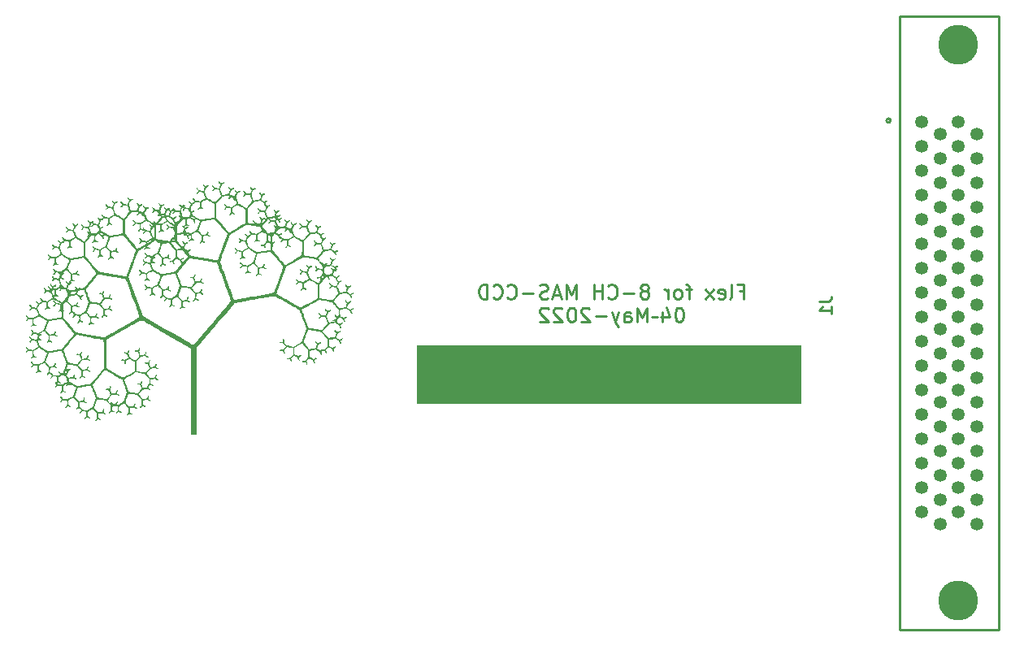
<source format=gbo>
G04 #@! TF.GenerationSoftware,KiCad,Pcbnew,6.0.4*
G04 #@! TF.CreationDate,2022-05-04T22:08:56-05:00*
G04 #@! TF.ProjectId,8ch_mas_flex,3863685f-6d61-4735-9f66-6c65782e6b69,rev?*
G04 #@! TF.SameCoordinates,Original*
G04 #@! TF.FileFunction,Legend,Bot*
G04 #@! TF.FilePolarity,Positive*
%FSLAX46Y46*%
G04 Gerber Fmt 4.6, Leading zero omitted, Abs format (unit mm)*
G04 Created by KiCad (PCBNEW 6.0.4) date 2022-05-04 22:08:56*
%MOMM*%
%LPD*%
G01*
G04 APERTURE LIST*
%ADD10C,0.100000*%
%ADD11C,0.250000*%
%ADD12C,0.254000*%
%ADD13C,1.350000*%
%ADD14C,4.150000*%
G04 APERTURE END LIST*
D10*
G36*
X398539500Y-107539500D02*
G01*
X358539500Y-107539500D01*
X358539500Y-101539500D01*
X398539500Y-101539500D01*
X398539500Y-107539500D01*
G37*
X398539500Y-107539500D02*
X358539500Y-107539500D01*
X358539500Y-101539500D01*
X398539500Y-101539500D01*
X398539500Y-107539500D01*
D11*
X392123920Y-95861363D02*
X392623920Y-95861363D01*
X392623920Y-96647077D02*
X392623920Y-95147077D01*
X391909634Y-95147077D01*
X391123920Y-96647077D02*
X391266777Y-96575648D01*
X391338206Y-96432791D01*
X391338206Y-95147077D01*
X389981063Y-96575648D02*
X390123920Y-96647077D01*
X390409634Y-96647077D01*
X390552491Y-96575648D01*
X390623920Y-96432791D01*
X390623920Y-95861363D01*
X390552491Y-95718506D01*
X390409634Y-95647077D01*
X390123920Y-95647077D01*
X389981063Y-95718506D01*
X389909634Y-95861363D01*
X389909634Y-96004220D01*
X390623920Y-96147077D01*
X389409634Y-96647077D02*
X388623920Y-95647077D01*
X389409634Y-95647077D02*
X388623920Y-96647077D01*
X387123920Y-95647077D02*
X386552491Y-95647077D01*
X386909634Y-96647077D02*
X386909634Y-95361363D01*
X386838206Y-95218506D01*
X386695348Y-95147077D01*
X386552491Y-95147077D01*
X385838206Y-96647077D02*
X385981063Y-96575648D01*
X386052491Y-96504220D01*
X386123920Y-96361363D01*
X386123920Y-95932791D01*
X386052491Y-95789934D01*
X385981063Y-95718506D01*
X385838206Y-95647077D01*
X385623920Y-95647077D01*
X385481063Y-95718506D01*
X385409634Y-95789934D01*
X385338206Y-95932791D01*
X385338206Y-96361363D01*
X385409634Y-96504220D01*
X385481063Y-96575648D01*
X385623920Y-96647077D01*
X385838206Y-96647077D01*
X384695348Y-96647077D02*
X384695348Y-95647077D01*
X384695348Y-95932791D02*
X384623920Y-95789934D01*
X384552491Y-95718506D01*
X384409634Y-95647077D01*
X384266777Y-95647077D01*
X382409634Y-95789934D02*
X382552491Y-95718506D01*
X382623920Y-95647077D01*
X382695348Y-95504220D01*
X382695348Y-95432791D01*
X382623920Y-95289934D01*
X382552491Y-95218506D01*
X382409634Y-95147077D01*
X382123920Y-95147077D01*
X381981063Y-95218506D01*
X381909634Y-95289934D01*
X381838206Y-95432791D01*
X381838206Y-95504220D01*
X381909634Y-95647077D01*
X381981063Y-95718506D01*
X382123920Y-95789934D01*
X382409634Y-95789934D01*
X382552491Y-95861363D01*
X382623920Y-95932791D01*
X382695348Y-96075648D01*
X382695348Y-96361363D01*
X382623920Y-96504220D01*
X382552491Y-96575648D01*
X382409634Y-96647077D01*
X382123920Y-96647077D01*
X381981063Y-96575648D01*
X381909634Y-96504220D01*
X381838206Y-96361363D01*
X381838206Y-96075648D01*
X381909634Y-95932791D01*
X381981063Y-95861363D01*
X382123920Y-95789934D01*
X381195348Y-96075648D02*
X380052491Y-96075648D01*
X378481063Y-96504220D02*
X378552491Y-96575648D01*
X378766777Y-96647077D01*
X378909634Y-96647077D01*
X379123920Y-96575648D01*
X379266777Y-96432791D01*
X379338206Y-96289934D01*
X379409634Y-96004220D01*
X379409634Y-95789934D01*
X379338206Y-95504220D01*
X379266777Y-95361363D01*
X379123920Y-95218506D01*
X378909634Y-95147077D01*
X378766777Y-95147077D01*
X378552491Y-95218506D01*
X378481063Y-95289934D01*
X377838206Y-96647077D02*
X377838206Y-95147077D01*
X377838206Y-95861363D02*
X376981063Y-95861363D01*
X376981063Y-96647077D02*
X376981063Y-95147077D01*
X375123920Y-96647077D02*
X375123920Y-95147077D01*
X374623920Y-96218506D01*
X374123920Y-95147077D01*
X374123920Y-96647077D01*
X373481063Y-96218506D02*
X372766777Y-96218506D01*
X373623920Y-96647077D02*
X373123920Y-95147077D01*
X372623920Y-96647077D01*
X372195348Y-96575648D02*
X371981063Y-96647077D01*
X371623920Y-96647077D01*
X371481063Y-96575648D01*
X371409634Y-96504220D01*
X371338206Y-96361363D01*
X371338206Y-96218506D01*
X371409634Y-96075648D01*
X371481063Y-96004220D01*
X371623920Y-95932791D01*
X371909634Y-95861363D01*
X372052491Y-95789934D01*
X372123920Y-95718506D01*
X372195348Y-95575648D01*
X372195348Y-95432791D01*
X372123920Y-95289934D01*
X372052491Y-95218506D01*
X371909634Y-95147077D01*
X371552491Y-95147077D01*
X371338206Y-95218506D01*
X370695348Y-96075648D02*
X369552491Y-96075648D01*
X367981063Y-96504220D02*
X368052491Y-96575648D01*
X368266777Y-96647077D01*
X368409634Y-96647077D01*
X368623920Y-96575648D01*
X368766777Y-96432791D01*
X368838206Y-96289934D01*
X368909634Y-96004220D01*
X368909634Y-95789934D01*
X368838206Y-95504220D01*
X368766777Y-95361363D01*
X368623920Y-95218506D01*
X368409634Y-95147077D01*
X368266777Y-95147077D01*
X368052491Y-95218506D01*
X367981063Y-95289934D01*
X366481063Y-96504220D02*
X366552491Y-96575648D01*
X366766777Y-96647077D01*
X366909634Y-96647077D01*
X367123920Y-96575648D01*
X367266777Y-96432791D01*
X367338206Y-96289934D01*
X367409634Y-96004220D01*
X367409634Y-95789934D01*
X367338206Y-95504220D01*
X367266777Y-95361363D01*
X367123920Y-95218506D01*
X366909634Y-95147077D01*
X366766777Y-95147077D01*
X366552491Y-95218506D01*
X366481063Y-95289934D01*
X365838206Y-96647077D02*
X365838206Y-95147077D01*
X365481063Y-95147077D01*
X365266777Y-95218506D01*
X365123920Y-95361363D01*
X365052491Y-95504220D01*
X364981063Y-95789934D01*
X364981063Y-96004220D01*
X365052491Y-96289934D01*
X365123920Y-96432791D01*
X365266777Y-96575648D01*
X365481063Y-96647077D01*
X365838206Y-96647077D01*
X385945348Y-97562077D02*
X385802491Y-97562077D01*
X385659634Y-97633506D01*
X385588206Y-97704934D01*
X385516777Y-97847791D01*
X385445348Y-98133506D01*
X385445348Y-98490648D01*
X385516777Y-98776363D01*
X385588206Y-98919220D01*
X385659634Y-98990648D01*
X385802491Y-99062077D01*
X385945348Y-99062077D01*
X386088206Y-98990648D01*
X386159634Y-98919220D01*
X386231063Y-98776363D01*
X386302491Y-98490648D01*
X386302491Y-98133506D01*
X386231063Y-97847791D01*
X386159634Y-97704934D01*
X386088206Y-97633506D01*
X385945348Y-97562077D01*
X384159634Y-98062077D02*
X384159634Y-99062077D01*
X384516777Y-97490648D02*
X384873920Y-98562077D01*
X383945348Y-98562077D01*
X383016777Y-98562077D02*
X383588206Y-98562077D01*
X382516777Y-99062077D02*
X382516777Y-97562077D01*
X382016777Y-98633506D01*
X381516777Y-97562077D01*
X381516777Y-99062077D01*
X380159634Y-99062077D02*
X380159634Y-98276363D01*
X380231063Y-98133506D01*
X380373920Y-98062077D01*
X380659634Y-98062077D01*
X380802491Y-98133506D01*
X380159634Y-98990648D02*
X380302491Y-99062077D01*
X380659634Y-99062077D01*
X380802491Y-98990648D01*
X380873920Y-98847791D01*
X380873920Y-98704934D01*
X380802491Y-98562077D01*
X380659634Y-98490648D01*
X380302491Y-98490648D01*
X380159634Y-98419220D01*
X379588206Y-98062077D02*
X379231063Y-99062077D01*
X378873920Y-98062077D02*
X379231063Y-99062077D01*
X379373920Y-99419220D01*
X379445348Y-99490648D01*
X379588206Y-99562077D01*
X378302491Y-98490648D02*
X377159634Y-98490648D01*
X376516777Y-97704934D02*
X376445348Y-97633506D01*
X376302491Y-97562077D01*
X375945348Y-97562077D01*
X375802491Y-97633506D01*
X375731063Y-97704934D01*
X375659634Y-97847791D01*
X375659634Y-97990648D01*
X375731063Y-98204934D01*
X376588206Y-99062077D01*
X375659634Y-99062077D01*
X374731063Y-97562077D02*
X374588206Y-97562077D01*
X374445348Y-97633506D01*
X374373920Y-97704934D01*
X374302491Y-97847791D01*
X374231063Y-98133506D01*
X374231063Y-98490648D01*
X374302491Y-98776363D01*
X374373920Y-98919220D01*
X374445348Y-98990648D01*
X374588206Y-99062077D01*
X374731063Y-99062077D01*
X374873920Y-98990648D01*
X374945348Y-98919220D01*
X375016777Y-98776363D01*
X375088206Y-98490648D01*
X375088206Y-98133506D01*
X375016777Y-97847791D01*
X374945348Y-97704934D01*
X374873920Y-97633506D01*
X374731063Y-97562077D01*
X373659634Y-97704934D02*
X373588206Y-97633506D01*
X373445348Y-97562077D01*
X373088206Y-97562077D01*
X372945348Y-97633506D01*
X372873920Y-97704934D01*
X372802491Y-97847791D01*
X372802491Y-97990648D01*
X372873920Y-98204934D01*
X373731063Y-99062077D01*
X372802491Y-99062077D01*
X372231063Y-97704934D02*
X372159634Y-97633506D01*
X372016777Y-97562077D01*
X371659634Y-97562077D01*
X371516777Y-97633506D01*
X371445348Y-97704934D01*
X371373920Y-97847791D01*
X371373920Y-97990648D01*
X371445348Y-98204934D01*
X372302491Y-99062077D01*
X371373920Y-99062077D01*
D12*
G04 #@! TO.C,J1*
X400449039Y-96920208D02*
X401356182Y-96920208D01*
X401537611Y-96859732D01*
X401658563Y-96738780D01*
X401719039Y-96557351D01*
X401719039Y-96436399D01*
X401719039Y-98190208D02*
X401719039Y-97464494D01*
X401719039Y-97827351D02*
X400449039Y-97827351D01*
X400630468Y-97706399D01*
X400751420Y-97585446D01*
X400811896Y-97464494D01*
G04 #@! TO.C,G\u002A\u002A\u002A*
G36*
X344053201Y-88184024D02*
G01*
X344049513Y-88221754D01*
X344048637Y-88230710D01*
X344092052Y-88276006D01*
X344113964Y-88290158D01*
X344154764Y-88302193D01*
X344205522Y-88287830D01*
X344286319Y-88243734D01*
X344333070Y-88218683D01*
X344424404Y-88187445D01*
X344484725Y-88194457D01*
X344506505Y-88239850D01*
X344498017Y-88257828D01*
X344449681Y-88301467D01*
X344392431Y-88337090D01*
X344372819Y-88349293D01*
X344239134Y-88420213D01*
X344297048Y-88572629D01*
X344319781Y-88634454D01*
X344342239Y-88702072D01*
X344348168Y-88730611D01*
X344331769Y-88737717D01*
X344279385Y-88755176D01*
X344256033Y-88760019D01*
X344224890Y-88748638D01*
X344197692Y-88702202D01*
X344165352Y-88609071D01*
X344145468Y-88553437D01*
X344098891Y-88461305D01*
X344052133Y-88411227D01*
X344020144Y-88394389D01*
X343991230Y-88389453D01*
X343969689Y-88417747D01*
X343939960Y-88490231D01*
X343934194Y-88505547D01*
X343922380Y-88557328D01*
X343926314Y-88616394D01*
X343948494Y-88698772D01*
X343991417Y-88820491D01*
X343995350Y-88831126D01*
X344040498Y-88945970D01*
X344075215Y-89014077D01*
X344105942Y-89045456D01*
X344139116Y-89050118D01*
X344165109Y-89050910D01*
X344209648Y-89079641D01*
X344225189Y-89126658D01*
X344210374Y-89151119D01*
X344199779Y-89168613D01*
X344181286Y-89182718D01*
X344186615Y-89191130D01*
X344230276Y-89188558D01*
X344319065Y-89174472D01*
X344459775Y-89148344D01*
X344486736Y-89142973D01*
X344602452Y-89115106D01*
X344694800Y-89085487D01*
X344745811Y-89059684D01*
X344769732Y-89028287D01*
X344810617Y-88949682D01*
X344849588Y-88851212D01*
X344905826Y-88685763D01*
X344798821Y-88555177D01*
X344745080Y-88487709D01*
X344716444Y-88440779D01*
X344718876Y-88412768D01*
X344748026Y-88389488D01*
X344761433Y-88381911D01*
X344798743Y-88376234D01*
X344841001Y-88403718D01*
X344903065Y-88472297D01*
X345001895Y-88590209D01*
X345131198Y-88514542D01*
X345210899Y-88472418D01*
X345265599Y-88458928D01*
X345303833Y-88474837D01*
X345311319Y-88481157D01*
X345339286Y-88512989D01*
X345334061Y-88542212D01*
X345288890Y-88578813D01*
X345197018Y-88632780D01*
X345132585Y-88669914D01*
X345070806Y-88708137D01*
X345046930Y-88726782D01*
X345046899Y-88727145D01*
X345036133Y-88760508D01*
X345009740Y-88834007D01*
X344973161Y-88932475D01*
X344899391Y-89128462D01*
X345264093Y-89345714D01*
X345390032Y-89271909D01*
X345419611Y-89253615D01*
X345503832Y-89179240D01*
X345550604Y-89085259D01*
X345565743Y-89029574D01*
X345566828Y-88976162D01*
X345541149Y-88922721D01*
X345482249Y-88846730D01*
X345424915Y-88774682D01*
X345400349Y-88730776D01*
X345406147Y-88700572D01*
X345438273Y-88667641D01*
X345479174Y-88638369D01*
X345498165Y-88641407D01*
X345502591Y-88653999D01*
X345536420Y-88704462D01*
X345592471Y-88771368D01*
X345685897Y-88874159D01*
X345829597Y-88793381D01*
X345832314Y-88791854D01*
X345913671Y-88747435D01*
X345957830Y-88730963D01*
X345979461Y-88740828D01*
X345993233Y-88775418D01*
X346003226Y-88815269D01*
X346002922Y-88846289D01*
X345990057Y-88854566D01*
X345937219Y-88886427D01*
X345859746Y-88932130D01*
X345852214Y-88936565D01*
X345782849Y-88983357D01*
X345733935Y-89035984D01*
X345693095Y-89111729D01*
X345647953Y-89227876D01*
X345569088Y-89445839D01*
X345685548Y-89764960D01*
X345802007Y-90084080D01*
X345802093Y-90084130D01*
X346200331Y-90314568D01*
X346274345Y-90357062D01*
X346406969Y-90431431D01*
X346517401Y-90491054D01*
X346595798Y-90530679D01*
X346632316Y-90545055D01*
X346643137Y-90539364D01*
X346689451Y-90497131D01*
X346762469Y-90420458D01*
X346854683Y-90317380D01*
X346958584Y-90195933D01*
X347251190Y-89846810D01*
X347144408Y-89542919D01*
X347037626Y-89239027D01*
X346821717Y-89197466D01*
X346605809Y-89155905D01*
X346500235Y-89279245D01*
X346470782Y-89312972D01*
X346416200Y-89366222D01*
X346376978Y-89381873D01*
X346338865Y-89367739D01*
X346312540Y-89347721D01*
X346306468Y-89321056D01*
X346330902Y-89277235D01*
X346390225Y-89202125D01*
X346497381Y-89071355D01*
X346402652Y-88973620D01*
X346366898Y-88935436D01*
X346319688Y-88871215D01*
X346313429Y-88823973D01*
X346343886Y-88779731D01*
X346349050Y-88775216D01*
X346380957Y-88771144D01*
X346428580Y-88803815D01*
X346501510Y-88879291D01*
X346506365Y-88884687D01*
X346576092Y-88956168D01*
X346639641Y-89000552D01*
X346718943Y-89029283D01*
X346835925Y-89053806D01*
X347048679Y-89092798D01*
X347117894Y-88889492D01*
X347187109Y-88686187D01*
X347092788Y-88578761D01*
X347039777Y-88516084D01*
X347006278Y-88462948D01*
X347006542Y-88425322D01*
X347035996Y-88387826D01*
X347040783Y-88383443D01*
X347071655Y-88375767D01*
X347114608Y-88404325D01*
X347180574Y-88475766D01*
X347287622Y-88601267D01*
X347418480Y-88518660D01*
X347479879Y-88480873D01*
X347531519Y-88456651D01*
X347562385Y-88460845D01*
X347589299Y-88490704D01*
X347603904Y-88514731D01*
X347602844Y-88545600D01*
X347566613Y-88581216D01*
X347486499Y-88633695D01*
X347479472Y-88638044D01*
X347398110Y-88690185D01*
X347344701Y-88734617D01*
X347307658Y-88787556D01*
X347275391Y-88865220D01*
X347236314Y-88983826D01*
X347173715Y-89178979D01*
X347277697Y-89464204D01*
X347296157Y-89514839D01*
X347342037Y-89632332D01*
X347385021Y-89707751D01*
X347437484Y-89747250D01*
X347511800Y-89756981D01*
X347620341Y-89743099D01*
X347775483Y-89711757D01*
X348027085Y-89659358D01*
X348101670Y-89456631D01*
X348176255Y-89253905D01*
X348063483Y-89129080D01*
X348005187Y-89062658D01*
X347975487Y-89017863D01*
X347977728Y-88989448D01*
X348007034Y-88963072D01*
X348028867Y-88949096D01*
X348062865Y-88945059D01*
X348103228Y-88974133D01*
X348164676Y-89043866D01*
X348265997Y-89165842D01*
X348402723Y-89085715D01*
X348468855Y-89048014D01*
X348521313Y-89025613D01*
X348552475Y-89030375D01*
X348579120Y-89059841D01*
X348594498Y-89086683D01*
X348589824Y-89116906D01*
X348549809Y-89153105D01*
X348465717Y-89206584D01*
X348396014Y-89251580D01*
X348332559Y-89308173D01*
X348286422Y-89380790D01*
X348241017Y-89490377D01*
X348240951Y-89490553D01*
X348204951Y-89589422D01*
X348179371Y-89664858D01*
X348169745Y-89700542D01*
X348169783Y-89700910D01*
X348195844Y-89724468D01*
X348260920Y-89766790D01*
X348351357Y-89818973D01*
X348532613Y-89918541D01*
X348671137Y-89837360D01*
X348739892Y-89798201D01*
X348791941Y-89776200D01*
X348822934Y-89781186D01*
X348849507Y-89810671D01*
X348860693Y-89827520D01*
X348866442Y-89859686D01*
X348836546Y-89892645D01*
X348762053Y-89939588D01*
X348718404Y-89965237D01*
X348654103Y-90003614D01*
X348624257Y-90022323D01*
X348622205Y-90045685D01*
X348637910Y-90107285D01*
X348666760Y-90185853D01*
X348701096Y-90261003D01*
X348733255Y-90312349D01*
X348755676Y-90335261D01*
X348786839Y-90346694D01*
X348833944Y-90332044D01*
X348914834Y-90289021D01*
X348994648Y-90248383D01*
X349047188Y-90234983D01*
X349074871Y-90251514D01*
X349094304Y-90291505D01*
X349087409Y-90326495D01*
X349044570Y-90366468D01*
X348957524Y-90423534D01*
X348950890Y-90427681D01*
X348875840Y-90480179D01*
X348824007Y-90535507D01*
X348782127Y-90611958D01*
X348736938Y-90727829D01*
X348658950Y-90943370D01*
X348759914Y-91217085D01*
X348786066Y-91288009D01*
X348827178Y-91399626D01*
X348857930Y-91483270D01*
X348873106Y-91524763D01*
X348886461Y-91535079D01*
X348940395Y-91538690D01*
X349040443Y-91527980D01*
X349192600Y-91502530D01*
X349288250Y-91484654D01*
X349399764Y-91462660D01*
X349477725Y-91445843D01*
X349509347Y-91436854D01*
X349509465Y-91436728D01*
X349524381Y-91404889D01*
X349553718Y-91332435D01*
X349591243Y-91234744D01*
X349663658Y-91042115D01*
X349557146Y-90912131D01*
X349516632Y-90861429D01*
X349479295Y-90804616D01*
X349474053Y-90768151D01*
X349495666Y-90737116D01*
X349514388Y-90721338D01*
X349544883Y-90717259D01*
X349586396Y-90746451D01*
X349652304Y-90815619D01*
X349763910Y-90939153D01*
X349901017Y-90858803D01*
X349913705Y-90851419D01*
X349992831Y-90810300D01*
X350038450Y-90800707D01*
X350064053Y-90819378D01*
X350084706Y-90861210D01*
X350078096Y-90896127D01*
X350034502Y-90933945D01*
X349945509Y-90986532D01*
X349934094Y-90992944D01*
X349859112Y-91040316D01*
X349809425Y-91090359D01*
X349771192Y-91161453D01*
X349730572Y-91271980D01*
X349726754Y-91283265D01*
X349695389Y-91382650D01*
X349676233Y-91455750D01*
X349673305Y-91487442D01*
X349698220Y-91504392D01*
X349761464Y-91544427D01*
X349847470Y-91597490D01*
X350009357Y-91696350D01*
X350158673Y-91612415D01*
X350185653Y-91597458D01*
X350263872Y-91559401D01*
X350308982Y-91551208D01*
X350334092Y-91569687D01*
X350353550Y-91606639D01*
X350351216Y-91641805D01*
X350312605Y-91678818D01*
X350229254Y-91730674D01*
X350097393Y-91807950D01*
X350153399Y-91955346D01*
X350183721Y-92037786D01*
X350194457Y-92085556D01*
X350182690Y-92108380D01*
X350147891Y-92122267D01*
X350121921Y-92130762D01*
X350094415Y-92134389D01*
X350073583Y-92116496D01*
X350049285Y-92065870D01*
X350011384Y-91971301D01*
X349974628Y-91890973D01*
X349929036Y-91828781D01*
X349860642Y-91773064D01*
X349753715Y-91707729D01*
X349556006Y-91594153D01*
X349388317Y-91624348D01*
X349221634Y-91654362D01*
X349178939Y-91662105D01*
X349044170Y-91688321D01*
X348952468Y-91711487D01*
X348890860Y-91736517D01*
X348846376Y-91768325D01*
X348806044Y-91811827D01*
X348764505Y-91861336D01*
X348688526Y-91951505D01*
X348594943Y-92062309D01*
X348495333Y-92180027D01*
X348265839Y-92450970D01*
X348350510Y-92556346D01*
X348429103Y-92653526D01*
X348510920Y-92751305D01*
X348567590Y-92812110D01*
X348605808Y-92842071D01*
X348632269Y-92847321D01*
X348653669Y-92833991D01*
X348659268Y-92829010D01*
X348690504Y-92821081D01*
X348733152Y-92848800D01*
X348798751Y-92918919D01*
X348904968Y-93041743D01*
X349045710Y-92962800D01*
X349125431Y-92919354D01*
X349171894Y-92901992D01*
X349197708Y-92910945D01*
X349218919Y-92944522D01*
X349225086Y-92956827D01*
X349231083Y-92993845D01*
X349202052Y-93026370D01*
X349127809Y-93068233D01*
X349088993Y-93089015D01*
X349033085Y-93124238D01*
X349016572Y-93143617D01*
X349034514Y-93145310D01*
X349098261Y-93139462D01*
X349191162Y-93126520D01*
X349295774Y-93109395D01*
X349394654Y-93090999D01*
X349470358Y-93074242D01*
X349505444Y-93062034D01*
X349505545Y-93061930D01*
X349522333Y-93028388D01*
X349553093Y-92954483D01*
X349591243Y-92856021D01*
X349663658Y-92663392D01*
X349559467Y-92536240D01*
X349528404Y-92496126D01*
X349482057Y-92414045D01*
X349484205Y-92363631D01*
X349535050Y-92346474D01*
X349551666Y-92351589D01*
X349604460Y-92390697D01*
X349666168Y-92455708D01*
X349756209Y-92564943D01*
X349888948Y-92487153D01*
X349959270Y-92449314D01*
X350019951Y-92430570D01*
X350056294Y-92443970D01*
X350057211Y-92444889D01*
X350084030Y-92480386D01*
X350079126Y-92512764D01*
X350035486Y-92552623D01*
X349946100Y-92610562D01*
X349902795Y-92638348D01*
X349830856Y-92697728D01*
X349781150Y-92770370D01*
X349735935Y-92878927D01*
X349705503Y-92966045D01*
X349680263Y-93046695D01*
X349670571Y-93089775D01*
X349693033Y-93117987D01*
X349755223Y-93164712D01*
X349843207Y-93218826D01*
X350015843Y-93316296D01*
X350162722Y-93234330D01*
X350177492Y-93226153D01*
X350260601Y-93185090D01*
X350308845Y-93174827D01*
X350334898Y-93192268D01*
X350354991Y-93232802D01*
X350348466Y-93266644D01*
X350305867Y-93304382D01*
X350218704Y-93358133D01*
X350161567Y-93394595D01*
X350118280Y-93432514D01*
X350121986Y-93450391D01*
X350128435Y-93452061D01*
X350170834Y-93479134D01*
X350206878Y-93521402D01*
X350211048Y-93530962D01*
X350223867Y-93560346D01*
X350209102Y-93577443D01*
X350189383Y-93600477D01*
X350186330Y-93660008D01*
X350188271Y-93682175D01*
X350177133Y-93732797D01*
X350128431Y-93752167D01*
X350080492Y-93749279D01*
X350060878Y-93710975D01*
X350059466Y-93687735D01*
X350043192Y-93676490D01*
X349995469Y-93703620D01*
X349986259Y-93711296D01*
X349943039Y-93769818D01*
X349892825Y-93860749D01*
X349844817Y-93964635D01*
X349808214Y-94062022D01*
X349792214Y-94133456D01*
X349792210Y-94133882D01*
X349816995Y-94163152D01*
X349881303Y-94209641D01*
X349903606Y-94222951D01*
X349971530Y-94263486D01*
X349986480Y-94271705D01*
X350152394Y-94362917D01*
X350291666Y-94281297D01*
X350362905Y-94240750D01*
X350414082Y-94219438D01*
X350444687Y-94224984D01*
X350471354Y-94254950D01*
X350484880Y-94275993D01*
X350487454Y-94306952D01*
X350454339Y-94339672D01*
X350376517Y-94386681D01*
X350327090Y-94417053D01*
X350265328Y-94464637D01*
X350241142Y-94498181D01*
X350241391Y-94503663D01*
X350256080Y-94561793D01*
X350286964Y-94640675D01*
X350324993Y-94720967D01*
X350361119Y-94783327D01*
X350386290Y-94808412D01*
X350405580Y-94803174D01*
X350467515Y-94775546D01*
X350550076Y-94732133D01*
X350686554Y-94655854D01*
X350706717Y-94719384D01*
X350716908Y-94759867D01*
X350716634Y-94790320D01*
X350702852Y-94798781D01*
X350648856Y-94830364D01*
X350570200Y-94875628D01*
X350551283Y-94886609D01*
X350485162Y-94931525D01*
X350438839Y-94982988D01*
X350400121Y-95058036D01*
X350356811Y-95173701D01*
X350279608Y-95393873D01*
X350387914Y-95684564D01*
X350421351Y-95773093D01*
X350463452Y-95880771D01*
X350495104Y-95957144D01*
X350511233Y-95989663D01*
X350523896Y-95991274D01*
X350583663Y-95986177D01*
X350678003Y-95973247D01*
X350791449Y-95955138D01*
X350908536Y-95934504D01*
X351013797Y-95914000D01*
X351091768Y-95896278D01*
X351126982Y-95883995D01*
X351127138Y-95883831D01*
X351143853Y-95850121D01*
X351174551Y-95776088D01*
X351212704Y-95677458D01*
X351285404Y-95483944D01*
X351183543Y-95366353D01*
X351121907Y-95291459D01*
X351088619Y-95235202D01*
X351092879Y-95200824D01*
X351131750Y-95177622D01*
X351148461Y-95174499D01*
X351204198Y-95198493D01*
X351278440Y-95273497D01*
X351375062Y-95388585D01*
X351510417Y-95309262D01*
X351560032Y-95280861D01*
X351620660Y-95252762D01*
X351656899Y-95252750D01*
X351685507Y-95277818D01*
X351701782Y-95313026D01*
X351684062Y-95355218D01*
X351622197Y-95406086D01*
X351510282Y-95472183D01*
X351503844Y-95475829D01*
X351447187Y-95523812D01*
X351397397Y-95602970D01*
X351345481Y-95727219D01*
X351269058Y-95933970D01*
X351451845Y-96036978D01*
X351634631Y-96139987D01*
X351774640Y-96061818D01*
X351846887Y-96024714D01*
X351911275Y-96005081D01*
X351948520Y-96017519D01*
X351973112Y-96047798D01*
X351974170Y-96081963D01*
X351934822Y-96120958D01*
X351848271Y-96175497D01*
X351714152Y-96254096D01*
X351769744Y-96400404D01*
X351798264Y-96481586D01*
X351809016Y-96543831D01*
X351790110Y-96572732D01*
X351739611Y-96579807D01*
X351721318Y-96575719D01*
X351679075Y-96530047D01*
X351637084Y-96429583D01*
X351628352Y-96403980D01*
X351597365Y-96331761D01*
X351555546Y-96277031D01*
X351488725Y-96224768D01*
X351382732Y-96159951D01*
X351178277Y-96040543D01*
X351029243Y-96067717D01*
X350837249Y-96102724D01*
X350709880Y-96126268D01*
X350598426Y-96147531D01*
X350522590Y-96162771D01*
X350494114Y-96169697D01*
X350486721Y-96179031D01*
X350447498Y-96226703D01*
X350380309Y-96307721D01*
X350291706Y-96414188D01*
X350188244Y-96538208D01*
X349884481Y-96901928D01*
X350155338Y-97228751D01*
X350187227Y-97267189D01*
X350285084Y-97384625D01*
X350368855Y-97484402D01*
X350430493Y-97556971D01*
X350461955Y-97592780D01*
X350489770Y-97608546D01*
X350542874Y-97613217D01*
X350631513Y-97605113D01*
X350767181Y-97583900D01*
X350825505Y-97573960D01*
X350959050Y-97550023D01*
X351049287Y-97527579D01*
X351107860Y-97499355D01*
X351146416Y-97458074D01*
X351176600Y-97396462D01*
X351210058Y-97307245D01*
X351284415Y-97106083D01*
X351183049Y-96987659D01*
X351120889Y-96911244D01*
X351088465Y-96855592D01*
X351093069Y-96821764D01*
X351131750Y-96798899D01*
X351148298Y-96795774D01*
X351204030Y-96819619D01*
X351278224Y-96894516D01*
X351374629Y-97009346D01*
X351513438Y-96931764D01*
X351587378Y-96891568D01*
X351635830Y-96872745D01*
X351662536Y-96880406D01*
X351683592Y-96912753D01*
X351696579Y-96947362D01*
X351681431Y-96983165D01*
X351620199Y-97023260D01*
X351518211Y-97085527D01*
X351447212Y-97150702D01*
X351393534Y-97236640D01*
X351341683Y-97362195D01*
X351268830Y-97559121D01*
X351456243Y-97660262D01*
X351643655Y-97761402D01*
X351779820Y-97681604D01*
X351811838Y-97663150D01*
X351881720Y-97628645D01*
X351923107Y-97623693D01*
X351951772Y-97644929D01*
X351966604Y-97666717D01*
X351969045Y-97710767D01*
X351925615Y-97756432D01*
X351830532Y-97811664D01*
X351712772Y-97871741D01*
X351770316Y-98023184D01*
X351827859Y-98174627D01*
X351762513Y-98199216D01*
X351734498Y-98207198D01*
X351703455Y-98198445D01*
X351676316Y-98154765D01*
X351642927Y-98064739D01*
X351631729Y-98032786D01*
X351599273Y-97958563D01*
X351556714Y-97902715D01*
X351489741Y-97849730D01*
X351384043Y-97784096D01*
X351179398Y-97662518D01*
X350927880Y-97707635D01*
X350891679Y-97714154D01*
X350769727Y-97736461D01*
X350669144Y-97755362D01*
X350608809Y-97767325D01*
X350597646Y-97769937D01*
X350571076Y-97782029D01*
X350554503Y-97808975D01*
X350545576Y-97862075D01*
X350541944Y-97952624D01*
X350541262Y-98090671D01*
X350541256Y-98091919D01*
X350541992Y-98226318D01*
X350548741Y-98332458D01*
X350568497Y-98405175D01*
X350608258Y-98458537D01*
X350675019Y-98506612D01*
X350775777Y-98563468D01*
X350905216Y-98634537D01*
X351051971Y-98552042D01*
X351134393Y-98507145D01*
X351182543Y-98488805D01*
X351209237Y-98496399D01*
X351229917Y-98527826D01*
X351237395Y-98543763D01*
X351238342Y-98579195D01*
X351204538Y-98615380D01*
X351126359Y-98665073D01*
X351075473Y-98695636D01*
X351015138Y-98734612D01*
X350991611Y-98754012D01*
X350993550Y-98762397D01*
X351009620Y-98813017D01*
X351036646Y-98891627D01*
X351039684Y-98900247D01*
X351069738Y-98990966D01*
X351077603Y-99041332D01*
X351062145Y-99066171D01*
X351022233Y-99080312D01*
X351005659Y-99083294D01*
X350972813Y-99072407D01*
X350944342Y-99026228D01*
X350911483Y-98933110D01*
X350901473Y-98902022D01*
X350871022Y-98825344D01*
X350831517Y-98770674D01*
X350768129Y-98721618D01*
X350666024Y-98661783D01*
X350471868Y-98553204D01*
X350342586Y-98699898D01*
X350292817Y-98757230D01*
X350238912Y-98829385D01*
X350218200Y-98887413D01*
X350225920Y-98950089D01*
X350257311Y-99036187D01*
X350309346Y-99126296D01*
X350409077Y-99202225D01*
X350466225Y-99227469D01*
X350515468Y-99235489D01*
X350569216Y-99218154D01*
X350650902Y-99172591D01*
X350670345Y-99161314D01*
X350745747Y-99122705D01*
X350788924Y-99114940D01*
X350813924Y-99134761D01*
X350831340Y-99165853D01*
X350834237Y-99202500D01*
X350800451Y-99237734D01*
X350721398Y-99285542D01*
X350648580Y-99331673D01*
X350610250Y-99380567D01*
X350611518Y-99444954D01*
X350647026Y-99543410D01*
X350667549Y-99597339D01*
X350675268Y-99649024D01*
X350654531Y-99677064D01*
X350626503Y-99690872D01*
X350583963Y-99685843D01*
X350545208Y-99636208D01*
X350502589Y-99534803D01*
X350499657Y-99526791D01*
X350465618Y-99448428D01*
X350422677Y-99390444D01*
X350355802Y-99337290D01*
X350249964Y-99273412D01*
X350051017Y-99159807D01*
X349725501Y-99211708D01*
X349614835Y-99230106D01*
X349497967Y-99251447D01*
X349414097Y-99269035D01*
X349376415Y-99280278D01*
X349365652Y-99290842D01*
X349320576Y-99341028D01*
X349248347Y-99424364D01*
X349156140Y-99532536D01*
X349051128Y-99657230D01*
X348749410Y-100017514D01*
X348977307Y-100288876D01*
X349060039Y-100387413D01*
X349153845Y-100499201D01*
X349231664Y-100592002D01*
X349282176Y-100652322D01*
X349359148Y-100744406D01*
X349669734Y-100688949D01*
X349767536Y-100670789D01*
X349881408Y-100647585D01*
X349962351Y-100628551D01*
X349997222Y-100616591D01*
X350013824Y-100585157D01*
X350044264Y-100512197D01*
X350081021Y-100414936D01*
X350110682Y-100330864D01*
X350127739Y-100257354D01*
X350118325Y-100200121D01*
X350078002Y-100138747D01*
X350002332Y-100052813D01*
X349984301Y-100032709D01*
X349947750Y-99985166D01*
X349948418Y-99956065D01*
X349983367Y-99925713D01*
X350007047Y-99910473D01*
X350041128Y-99906391D01*
X350081812Y-99935117D01*
X350144175Y-100003989D01*
X350247388Y-100124570D01*
X350382946Y-100045128D01*
X350394018Y-100038679D01*
X350473182Y-99997441D01*
X350518785Y-99987833D01*
X350544432Y-100006612D01*
X350547886Y-100012124D01*
X350565572Y-100050735D01*
X350556501Y-100083206D01*
X350512240Y-100121562D01*
X350424356Y-100177826D01*
X350346292Y-100230094D01*
X350291718Y-100284241D01*
X350251537Y-100356758D01*
X350211104Y-100467543D01*
X350208820Y-100474434D01*
X350178034Y-100573029D01*
X350158861Y-100645378D01*
X350155369Y-100676250D01*
X350183003Y-100693421D01*
X350249090Y-100731689D01*
X350338585Y-100782274D01*
X350511210Y-100878907D01*
X350649963Y-100797592D01*
X350664366Y-100789218D01*
X350743451Y-100748223D01*
X350789086Y-100738645D01*
X350814644Y-100757203D01*
X350831243Y-100786892D01*
X350834508Y-100824584D01*
X350800792Y-100860929D01*
X350721629Y-100909821D01*
X350648446Y-100956527D01*
X350610431Y-101004664D01*
X350611815Y-101067703D01*
X350647026Y-101164686D01*
X350667550Y-101218618D01*
X350675269Y-101270310D01*
X350654531Y-101298368D01*
X350618822Y-101316505D01*
X350575487Y-101313326D01*
X350539385Y-101265580D01*
X350502059Y-101165918D01*
X350490346Y-101130209D01*
X350460315Y-101058422D01*
X350419720Y-101005342D01*
X350354287Y-100955571D01*
X350249743Y-100893709D01*
X350047590Y-100779124D01*
X349494795Y-100876375D01*
X349415370Y-100890348D01*
X349406876Y-101209254D01*
X349398383Y-101528160D01*
X349581768Y-101639561D01*
X349765153Y-101750961D01*
X349916439Y-101668621D01*
X349945638Y-101652965D01*
X350023848Y-101616333D01*
X350068844Y-101608882D01*
X350093866Y-101627547D01*
X350100748Y-101638760D01*
X350117128Y-101684754D01*
X350094106Y-101720498D01*
X350023348Y-101761866D01*
X349983368Y-101782358D01*
X349907457Y-101827460D01*
X349874903Y-101869885D01*
X349877904Y-101926911D01*
X349908655Y-102015815D01*
X349937742Y-102094810D01*
X349949314Y-102143862D01*
X349938590Y-102167251D01*
X349905237Y-102180969D01*
X349886120Y-102187017D01*
X349853631Y-102192170D01*
X349830283Y-102175423D01*
X349805839Y-102125396D01*
X349770063Y-102030710D01*
X349755529Y-101993658D01*
X349711985Y-101913181D01*
X349649661Y-101850308D01*
X349550280Y-101784574D01*
X349469007Y-101738250D01*
X349393881Y-101700087D01*
X349352516Y-101684995D01*
X349319792Y-101704123D01*
X349261500Y-101758480D01*
X349191468Y-101835885D01*
X349063250Y-101987944D01*
X349125699Y-102151133D01*
X349150747Y-102223915D01*
X349166093Y-102289175D01*
X349161602Y-102314322D01*
X349146259Y-102315918D01*
X349090652Y-102331362D01*
X349064778Y-102329688D01*
X349031797Y-102287622D01*
X348994835Y-102193614D01*
X348978781Y-102146996D01*
X348948962Y-102079827D01*
X348919119Y-102053519D01*
X348879160Y-102056070D01*
X348835486Y-102065298D01*
X348753082Y-102073723D01*
X348708535Y-102081034D01*
X348636077Y-102114489D01*
X348611652Y-102134408D01*
X348596300Y-102164403D01*
X348602753Y-102213485D01*
X348630447Y-102300298D01*
X348656937Y-102388474D01*
X348661286Y-102442171D01*
X348642370Y-102469619D01*
X348604494Y-102485803D01*
X348570153Y-102472705D01*
X348534767Y-102419308D01*
X348489846Y-102317122D01*
X348485673Y-102306905D01*
X348446125Y-102222417D01*
X348400775Y-102162375D01*
X348333403Y-102110203D01*
X348227787Y-102049325D01*
X348030984Y-101942327D01*
X347709879Y-101997367D01*
X347388774Y-102052406D01*
X347388774Y-102691532D01*
X347575093Y-102801423D01*
X347761413Y-102911314D01*
X347906136Y-102830489D01*
X347949834Y-102806599D01*
X348017397Y-102775516D01*
X348055768Y-102772560D01*
X348079641Y-102794701D01*
X348101685Y-102834794D01*
X348098304Y-102864543D01*
X348059948Y-102896235D01*
X347977589Y-102942987D01*
X347845836Y-103014960D01*
X347900912Y-103175043D01*
X347922048Y-103243843D01*
X347935279Y-103309683D01*
X347930038Y-103335126D01*
X347917277Y-103336284D01*
X347863062Y-103350869D01*
X347844087Y-103349712D01*
X347808099Y-103305667D01*
X347767176Y-103205213D01*
X347758948Y-103181418D01*
X347726007Y-103102324D01*
X347684659Y-103045221D01*
X347619878Y-102993680D01*
X347516639Y-102931272D01*
X347498181Y-102920826D01*
X347405115Y-102873635D01*
X347335180Y-102847058D01*
X347302327Y-102846609D01*
X347283735Y-102871327D01*
X347235048Y-102932308D01*
X347170945Y-103010515D01*
X347058199Y-103146541D01*
X347103392Y-103274632D01*
X347130856Y-103358260D01*
X347145665Y-103433023D01*
X347134192Y-103473606D01*
X347096044Y-103491608D01*
X347069632Y-103489931D01*
X347032962Y-103453081D01*
X346995243Y-103366209D01*
X346946984Y-103230043D01*
X346777572Y-103239245D01*
X346704909Y-103242274D01*
X346641700Y-103238758D01*
X346614180Y-103222116D01*
X346608159Y-103188064D01*
X346611108Y-103164867D01*
X346642882Y-103130008D01*
X346720748Y-103108688D01*
X346795142Y-103095262D01*
X346875949Y-103073333D01*
X346939121Y-103038773D01*
X347003232Y-102980320D01*
X347086858Y-102886710D01*
X347238656Y-102711488D01*
X347238223Y-102370293D01*
X347237791Y-102029098D01*
X347020552Y-101773082D01*
X346952209Y-101692382D01*
X346853705Y-101575571D01*
X346767959Y-101473342D01*
X346708054Y-101401264D01*
X346612796Y-101285462D01*
X346205158Y-101520112D01*
X345797521Y-101754762D01*
X345797521Y-102422522D01*
X346175359Y-102624398D01*
X346314734Y-102542719D01*
X346390627Y-102499483D01*
X346438249Y-102480147D01*
X346464689Y-102487729D01*
X346485740Y-102520144D01*
X346493767Y-102537302D01*
X346494570Y-102572656D01*
X346460734Y-102608661D01*
X346382624Y-102658217D01*
X346331744Y-102688785D01*
X346271404Y-102727802D01*
X346247876Y-102747264D01*
X346248717Y-102751217D01*
X346264161Y-102793984D01*
X346292911Y-102865129D01*
X346309989Y-102907976D01*
X346334350Y-102995703D01*
X346325042Y-103047183D01*
X346281500Y-103072671D01*
X346269810Y-103074887D01*
X346235987Y-103064466D01*
X346205283Y-103017725D01*
X346169358Y-102923576D01*
X346166964Y-102916563D01*
X346132442Y-102828279D01*
X346092204Y-102767568D01*
X346030153Y-102716492D01*
X345930188Y-102657115D01*
X345924921Y-102654173D01*
X345832760Y-102603852D01*
X345763502Y-102568108D01*
X345731782Y-102554511D01*
X345706802Y-102575272D01*
X345654850Y-102630483D01*
X345587363Y-102708075D01*
X345457877Y-102861638D01*
X345511758Y-103011478D01*
X345522254Y-103041186D01*
X345545351Y-103119553D01*
X345545554Y-103163131D01*
X345523956Y-103187715D01*
X345483801Y-103208353D01*
X345453092Y-103202120D01*
X345425006Y-103157398D01*
X345389241Y-103064787D01*
X345362320Y-102997525D01*
X345325162Y-102938790D01*
X345288649Y-102928080D01*
X345284127Y-102929346D01*
X345219332Y-102944235D01*
X345133666Y-102960789D01*
X345070357Y-102968798D01*
X345028508Y-102957831D01*
X345008884Y-102917384D01*
X345004974Y-102901721D01*
X345002308Y-102864701D01*
X345023729Y-102841953D01*
X345081082Y-102826355D01*
X345186214Y-102810785D01*
X345231401Y-102804051D01*
X345298990Y-102786700D01*
X345354559Y-102754364D01*
X345414188Y-102696072D01*
X345493957Y-102600856D01*
X345647403Y-102411730D01*
X345647403Y-102092813D01*
X345646989Y-101988645D01*
X345645423Y-101877448D01*
X345642962Y-101801581D01*
X345639897Y-101773403D01*
X345620937Y-101770244D01*
X345553396Y-101758307D01*
X345448967Y-101739587D01*
X345320210Y-101716327D01*
X345008029Y-101659745D01*
X344929903Y-101753253D01*
X344922166Y-101762506D01*
X344851818Y-101846219D01*
X344788999Y-101920388D01*
X344754045Y-101964763D01*
X344741383Y-102003302D01*
X344751270Y-102056017D01*
X344783158Y-102143862D01*
X344787551Y-102155506D01*
X344816289Y-102242894D01*
X344820246Y-102292390D01*
X344800900Y-102318539D01*
X344775999Y-102331566D01*
X344735088Y-102330503D01*
X344698146Y-102286894D01*
X344656075Y-102192843D01*
X344642103Y-102158093D01*
X344608895Y-102094217D01*
X344572506Y-102069242D01*
X344517615Y-102069522D01*
X344469958Y-102075110D01*
X344369675Y-102083885D01*
X344312701Y-102080491D01*
X344287198Y-102062904D01*
X344281327Y-102029098D01*
X344282029Y-102016908D01*
X344299230Y-101984317D01*
X344349573Y-101962066D01*
X344446457Y-101943184D01*
X344469094Y-101939532D01*
X344551943Y-101921087D01*
X344614035Y-101890910D01*
X344674233Y-101836853D01*
X344751401Y-101746763D01*
X344891214Y-101576209D01*
X344761583Y-101427358D01*
X344732999Y-101394697D01*
X344669601Y-101328358D01*
X344616621Y-101293772D01*
X344552938Y-101280600D01*
X344457428Y-101278507D01*
X344434273Y-101278399D01*
X344340807Y-101273265D01*
X344291422Y-101257834D01*
X344272902Y-101228527D01*
X344272512Y-101226403D01*
X344281203Y-101195000D01*
X344327353Y-101172529D01*
X344422231Y-101153314D01*
X344581564Y-101128081D01*
X344590639Y-100970611D01*
X344592769Y-100937751D01*
X344603155Y-100859117D01*
X344622945Y-100822283D01*
X344658192Y-100813140D01*
X344679077Y-100815120D01*
X344703180Y-100834290D01*
X344714102Y-100885435D01*
X344716670Y-100982539D01*
X344716796Y-101009370D01*
X344722037Y-101093843D01*
X344741421Y-101159845D01*
X344783699Y-101228343D01*
X344857620Y-101320305D01*
X344867116Y-101331653D01*
X344934370Y-101412385D01*
X344982912Y-101471266D01*
X345002789Y-101496232D01*
X345028150Y-101503298D01*
X345101614Y-101518759D01*
X345211317Y-101540025D01*
X345345360Y-101564718D01*
X345683713Y-101625644D01*
X346113859Y-101377818D01*
X346544006Y-101129992D01*
X346545435Y-101126095D01*
X346753167Y-101126095D01*
X346758697Y-101162728D01*
X346782816Y-101210731D01*
X346830700Y-101278612D01*
X346907526Y-101374881D01*
X347018468Y-101508046D01*
X347064215Y-101562474D01*
X347162048Y-101678603D01*
X347243698Y-101775160D01*
X347301703Y-101843329D01*
X347328596Y-101874296D01*
X347353316Y-101879680D01*
X347427600Y-101877731D01*
X347537325Y-101866706D01*
X347669189Y-101847648D01*
X347782780Y-101827668D01*
X347903392Y-101800640D01*
X347975455Y-101774505D01*
X348005715Y-101747249D01*
X348017947Y-101715439D01*
X348047099Y-101635792D01*
X348081918Y-101537916D01*
X348138400Y-101376995D01*
X348033325Y-101254239D01*
X347990553Y-101202997D01*
X347955107Y-101150395D01*
X347952066Y-101116182D01*
X347976216Y-101084900D01*
X347997218Y-101067378D01*
X348027274Y-101063081D01*
X348066422Y-101092619D01*
X348128275Y-101162985D01*
X348232368Y-101287653D01*
X348365333Y-101213337D01*
X348414387Y-101188271D01*
X348487229Y-101160630D01*
X348528997Y-101157995D01*
X348538670Y-101164822D01*
X348559310Y-101210786D01*
X348526859Y-101265204D01*
X348445099Y-101320738D01*
X348420530Y-101333813D01*
X348343403Y-101381727D01*
X348294822Y-101422193D01*
X348272274Y-101458021D01*
X348236964Y-101536338D01*
X348202471Y-101631317D01*
X348174560Y-101725018D01*
X348158997Y-101799503D01*
X348161549Y-101836832D01*
X348186509Y-101854951D01*
X348251816Y-101896468D01*
X348338438Y-101948362D01*
X348492475Y-102038322D01*
X348646180Y-101950537D01*
X348716223Y-101913921D01*
X348776643Y-101890513D01*
X348799885Y-101893384D01*
X348814730Y-101912381D01*
X348867438Y-101923529D01*
X348909579Y-101910450D01*
X348988169Y-101849062D01*
X349092021Y-101735882D01*
X349249051Y-101548719D01*
X349249645Y-101212547D01*
X349250240Y-100876375D01*
X348926530Y-100491980D01*
X348602821Y-100107585D01*
X347913232Y-99985541D01*
X347671661Y-99944042D01*
X347471478Y-99912716D01*
X347327661Y-99894275D01*
X347239071Y-99888575D01*
X347204565Y-99895470D01*
X347204241Y-99896039D01*
X347187540Y-99935670D01*
X347154201Y-100022012D01*
X347107733Y-100145722D01*
X347051650Y-100297455D01*
X346989461Y-100467868D01*
X346926111Y-100642259D01*
X346867955Y-100801868D01*
X346818809Y-100936256D01*
X346782483Y-101035010D01*
X346762783Y-101087715D01*
X346761050Y-101092322D01*
X346753167Y-101126095D01*
X346545435Y-101126095D01*
X346786452Y-100468670D01*
X346828707Y-100352994D01*
X346893049Y-100175115D01*
X346948106Y-100020741D01*
X346990992Y-99898077D01*
X347018817Y-99815323D01*
X347028694Y-99780683D01*
X347022765Y-99759505D01*
X346998885Y-99688160D01*
X346959430Y-99574778D01*
X346907333Y-99427457D01*
X346845526Y-99254294D01*
X346776943Y-99063386D01*
X346704515Y-98862829D01*
X346631177Y-98660720D01*
X346559860Y-98465157D01*
X346493497Y-98284236D01*
X346435021Y-98126053D01*
X346387364Y-97998707D01*
X346353460Y-97910293D01*
X346336241Y-97868909D01*
X346314080Y-97848721D01*
X346243905Y-97800290D01*
X346190071Y-97766082D01*
X346555187Y-97766082D01*
X346562776Y-97794858D01*
X346588319Y-97871905D01*
X346628914Y-97989229D01*
X346681661Y-98138833D01*
X346743659Y-98312724D01*
X346812006Y-98502906D01*
X346883803Y-98701384D01*
X346956148Y-98900163D01*
X347026141Y-99091248D01*
X347090880Y-99266645D01*
X347147464Y-99418358D01*
X347192993Y-99538391D01*
X347224566Y-99618751D01*
X347239282Y-99651442D01*
X347248201Y-99655827D01*
X347306753Y-99671994D01*
X347411713Y-99695679D01*
X347554317Y-99725048D01*
X347725803Y-99758264D01*
X347917407Y-99793492D01*
X348007559Y-99809620D01*
X348190886Y-99842222D01*
X348350108Y-99870275D01*
X348476478Y-99892251D01*
X348561248Y-99906624D01*
X348595672Y-99911868D01*
X348605424Y-99905324D01*
X348648152Y-99862400D01*
X348716154Y-99787565D01*
X348801340Y-99690384D01*
X348895618Y-99580421D01*
X348990898Y-99467239D01*
X349079088Y-99360404D01*
X349152099Y-99269478D01*
X349201838Y-99204025D01*
X349220216Y-99173611D01*
X349215270Y-99153558D01*
X349193357Y-99085977D01*
X349157948Y-98984158D01*
X349113455Y-98861025D01*
X349006693Y-98570384D01*
X348793373Y-98532262D01*
X348580053Y-98494139D01*
X348477473Y-98617633D01*
X348451624Y-98648177D01*
X348396540Y-98703865D01*
X348355958Y-98721460D01*
X348315263Y-98709214D01*
X348285306Y-98689824D01*
X348278511Y-98664944D01*
X348302530Y-98622438D01*
X348361394Y-98548236D01*
X348467154Y-98419171D01*
X348364233Y-98298930D01*
X348316852Y-98242122D01*
X348285541Y-98193790D01*
X348286180Y-98162066D01*
X348314001Y-98131007D01*
X348340752Y-98110486D01*
X348371021Y-98108771D01*
X348409812Y-98140946D01*
X348470699Y-98214218D01*
X348483213Y-98229776D01*
X348555417Y-98305922D01*
X348630742Y-98349621D01*
X348737339Y-98378181D01*
X348767337Y-98384246D01*
X348888492Y-98405827D01*
X348967227Y-98408407D01*
X349017047Y-98387136D01*
X349051455Y-98337159D01*
X349083955Y-98253625D01*
X349106782Y-98189085D01*
X349135404Y-98108189D01*
X349151387Y-98063052D01*
X349146851Y-98038576D01*
X349112905Y-97977850D01*
X349055837Y-97901746D01*
X349004693Y-97838797D01*
X348973896Y-97790092D01*
X348974508Y-97759824D01*
X349001842Y-97733379D01*
X349019291Y-97721769D01*
X349053364Y-97716339D01*
X349094032Y-97744222D01*
X349155820Y-97812923D01*
X349256553Y-97932476D01*
X349395214Y-97854977D01*
X349459026Y-97820280D01*
X349513775Y-97797647D01*
X349545949Y-97801689D01*
X349572313Y-97830045D01*
X349590622Y-97866319D01*
X349574602Y-97899109D01*
X349513061Y-97941379D01*
X349505021Y-97946217D01*
X349422232Y-97996132D01*
X349355322Y-98036624D01*
X349317032Y-98079899D01*
X349269302Y-98169281D01*
X349222607Y-98288451D01*
X349149940Y-98503799D01*
X349220422Y-98705219D01*
X349247837Y-98782979D01*
X349298254Y-98920144D01*
X349336711Y-99012215D01*
X349367504Y-99067590D01*
X349394927Y-99094670D01*
X349423279Y-99101854D01*
X349477804Y-99098212D01*
X349574601Y-99084529D01*
X349687713Y-99063770D01*
X349802016Y-99039235D01*
X349902386Y-99014220D01*
X349973699Y-98992023D01*
X350000831Y-98975940D01*
X349999644Y-98971377D01*
X349962930Y-98959564D01*
X349884751Y-98966008D01*
X349812884Y-98974497D01*
X349771801Y-98963508D01*
X349752962Y-98925551D01*
X349751743Y-98920707D01*
X349749793Y-98881314D01*
X349774441Y-98854905D01*
X349836747Y-98835270D01*
X349947773Y-98816202D01*
X349968282Y-98812999D01*
X350045363Y-98793807D01*
X350086912Y-98759552D01*
X350113452Y-98695253D01*
X350124948Y-98652373D01*
X350125694Y-98599870D01*
X350099193Y-98546373D01*
X350038349Y-98470652D01*
X349993619Y-98417010D01*
X349958838Y-98364893D01*
X349956170Y-98330642D01*
X349980382Y-98298736D01*
X350004650Y-98278541D01*
X350034826Y-98276288D01*
X350076164Y-98307075D01*
X350142234Y-98377506D01*
X350206406Y-98446619D01*
X350249038Y-98479779D01*
X350282932Y-98480696D01*
X350323585Y-98456087D01*
X350329957Y-98451442D01*
X350358095Y-98424968D01*
X350375990Y-98388052D01*
X350385934Y-98328297D01*
X350390219Y-98233304D01*
X350391138Y-98090671D01*
X350391138Y-97773499D01*
X350101420Y-97424348D01*
X350052866Y-97365888D01*
X349953217Y-97246258D01*
X349868707Y-97145271D01*
X349807052Y-97072130D01*
X349775969Y-97036042D01*
X349775907Y-97035976D01*
X349738924Y-97021641D01*
X349653022Y-96999200D01*
X349528402Y-96970644D01*
X349375266Y-96937958D01*
X349203815Y-96903131D01*
X349024252Y-96868151D01*
X348846779Y-96835004D01*
X348681595Y-96805680D01*
X348538904Y-96782164D01*
X348428907Y-96766446D01*
X348361806Y-96760512D01*
X348355908Y-96762037D01*
X348305973Y-96784980D01*
X348213842Y-96832240D01*
X348086997Y-96899653D01*
X347932919Y-96983055D01*
X347759090Y-97078281D01*
X347572992Y-97181168D01*
X347382105Y-97287551D01*
X347193912Y-97393266D01*
X347015894Y-97494149D01*
X346855532Y-97586035D01*
X346720308Y-97664761D01*
X346617703Y-97726162D01*
X346555199Y-97766074D01*
X346555187Y-97766082D01*
X346190071Y-97766082D01*
X346132325Y-97729388D01*
X345985541Y-97639557D01*
X345809755Y-97534339D01*
X345611171Y-97417277D01*
X345395990Y-97291913D01*
X345170415Y-97161789D01*
X344940648Y-97030447D01*
X344712890Y-96901430D01*
X344493346Y-96778280D01*
X344288216Y-96664538D01*
X344103703Y-96563748D01*
X343946009Y-96479452D01*
X343821337Y-96415191D01*
X343735888Y-96374508D01*
X343695866Y-96360945D01*
X343695495Y-96360974D01*
X343638730Y-96368400D01*
X343531320Y-96385262D01*
X343379044Y-96410517D01*
X343187680Y-96443124D01*
X342963007Y-96482039D01*
X342710803Y-96526220D01*
X342436845Y-96574623D01*
X342146914Y-96626206D01*
X341846786Y-96679926D01*
X341542240Y-96734740D01*
X341239055Y-96789606D01*
X340943009Y-96843480D01*
X340802056Y-96869288D01*
X340659880Y-96895320D01*
X340395447Y-96944084D01*
X340155487Y-96988727D01*
X339945780Y-97028207D01*
X339772103Y-97061483D01*
X339640235Y-97087509D01*
X339555955Y-97105245D01*
X339525040Y-97113647D01*
X339515489Y-97125463D01*
X339470562Y-97179634D01*
X339391308Y-97274662D01*
X339280334Y-97407432D01*
X339140248Y-97574834D01*
X338973657Y-97773754D01*
X338783169Y-98001080D01*
X338571392Y-98253700D01*
X338340932Y-98528502D01*
X338094398Y-98822373D01*
X337834398Y-99132200D01*
X337563538Y-99454872D01*
X335619507Y-101770433D01*
X335619507Y-110780989D01*
X335049255Y-110780989D01*
X335041650Y-106315354D01*
X335034046Y-101849718D01*
X332452013Y-100357147D01*
X332245449Y-100237806D01*
X331890785Y-100033211D01*
X331552506Y-99838457D01*
X331234168Y-99655570D01*
X330939327Y-99486580D01*
X330671539Y-99333514D01*
X330434360Y-99198400D01*
X330231348Y-99083266D01*
X330066057Y-98990140D01*
X329942045Y-98921050D01*
X329862866Y-98878024D01*
X329832079Y-98863090D01*
X329816945Y-98869252D01*
X329753581Y-98902059D01*
X329645382Y-98960997D01*
X329496639Y-99043642D01*
X329311644Y-99147571D01*
X329094690Y-99270359D01*
X328850070Y-99409582D01*
X328582074Y-99562817D01*
X328294997Y-99727638D01*
X327993131Y-99901622D01*
X326192084Y-100941640D01*
X326192084Y-103869686D01*
X326240999Y-103897917D01*
X327027956Y-104352101D01*
X327142263Y-104417989D01*
X327339718Y-104531393D01*
X327518192Y-104633380D01*
X327671091Y-104720211D01*
X327791820Y-104788148D01*
X327873786Y-104833452D01*
X327910393Y-104852385D01*
X327913176Y-104852960D01*
X327961004Y-104839671D01*
X328054019Y-104797636D01*
X328187121Y-104729454D01*
X328355209Y-104637722D01*
X328553185Y-104525036D01*
X329149412Y-104179818D01*
X329157630Y-103704146D01*
X329165847Y-103228474D01*
X328891734Y-103071634D01*
X328805214Y-103022952D01*
X328701580Y-102967079D01*
X328625324Y-102928920D01*
X328588662Y-102914795D01*
X328550647Y-102927773D01*
X328476171Y-102962885D01*
X328382041Y-103012372D01*
X328204380Y-103109949D01*
X328204024Y-103282585D01*
X328203023Y-103351295D01*
X328195914Y-103418346D01*
X328177743Y-103448331D01*
X328143620Y-103455221D01*
X328123988Y-103453748D01*
X328097986Y-103436337D01*
X328086289Y-103387679D01*
X328083573Y-103293432D01*
X328083573Y-103131643D01*
X327970984Y-103111689D01*
X327945277Y-103107083D01*
X327844953Y-103086429D01*
X327790646Y-103066476D01*
X327771062Y-103041011D01*
X327774910Y-103003822D01*
X327778420Y-102991157D01*
X327793705Y-102961146D01*
X327825108Y-102949506D01*
X327886840Y-102954257D01*
X327993109Y-102973419D01*
X327998582Y-102974467D01*
X328074152Y-102984753D01*
X328136931Y-102978306D01*
X328207979Y-102949817D01*
X328308358Y-102893980D01*
X328312973Y-102891284D01*
X328403018Y-102838267D01*
X328469193Y-102798551D01*
X328497463Y-102780554D01*
X328497572Y-102780430D01*
X328491759Y-102749393D01*
X328469207Y-102677856D01*
X328434680Y-102580968D01*
X328363326Y-102389381D01*
X328209619Y-102359358D01*
X328151270Y-102346288D01*
X328082167Y-102324705D01*
X328054731Y-102306816D01*
X328053426Y-102277619D01*
X328058878Y-102219693D01*
X328091129Y-102201920D01*
X328166138Y-102210501D01*
X328179830Y-102212843D01*
X328265573Y-102228835D01*
X328325292Y-102242011D01*
X328347848Y-102240131D01*
X328384995Y-102198784D01*
X328425884Y-102104283D01*
X328459641Y-102016200D01*
X328487915Y-101968611D01*
X328518134Y-101960130D01*
X328560599Y-101981355D01*
X328569789Y-101988138D01*
X328584247Y-102017090D01*
X328576894Y-102070168D01*
X328546533Y-102162787D01*
X328490784Y-102317821D01*
X328644506Y-102749665D01*
X328911971Y-102906903D01*
X328993374Y-102953946D01*
X329096277Y-103010818D01*
X329172415Y-103049716D01*
X329209460Y-103064126D01*
X329223113Y-103056165D01*
X329269574Y-103012388D01*
X329336378Y-102941031D01*
X329412893Y-102854271D01*
X329488483Y-102764287D01*
X329552514Y-102683256D01*
X329594352Y-102623358D01*
X329599956Y-102575859D01*
X329585251Y-102491560D01*
X329555366Y-102391298D01*
X329516854Y-102293822D01*
X329476267Y-102217877D01*
X329440159Y-102182210D01*
X329433733Y-102180412D01*
X329365167Y-102164577D01*
X329277013Y-102147452D01*
X329222939Y-102135231D01*
X329176440Y-102107801D01*
X329164424Y-102059811D01*
X329164886Y-102040434D01*
X329175521Y-102010024D01*
X329212548Y-102003953D01*
X329292025Y-102016810D01*
X329344673Y-102026803D01*
X329429301Y-102037427D01*
X329479442Y-102024856D01*
X329512035Y-101981120D01*
X329544020Y-101898249D01*
X329579424Y-101812116D01*
X329612417Y-101770561D01*
X329650337Y-101766645D01*
X329683909Y-101781187D01*
X329701443Y-101815504D01*
X329693040Y-101879561D01*
X329659201Y-101985800D01*
X329657138Y-101991668D01*
X329634972Y-102064876D01*
X329629996Y-102126285D01*
X329643444Y-102198593D01*
X329676552Y-102304497D01*
X329710868Y-102399424D01*
X329743671Y-102475154D01*
X329766109Y-102510225D01*
X329803778Y-102513897D01*
X329883897Y-102507760D01*
X329987472Y-102492714D01*
X330182279Y-102458790D01*
X330231202Y-102311497D01*
X330249282Y-102263276D01*
X330288320Y-102191278D01*
X330323689Y-102164204D01*
X330325024Y-102164213D01*
X330372507Y-102187116D01*
X330381681Y-102254679D01*
X330352676Y-102367798D01*
X330308270Y-102493660D01*
X330441903Y-102571974D01*
X330517795Y-102618725D01*
X330563596Y-102658092D01*
X330568653Y-102690895D01*
X330539927Y-102728229D01*
X330509689Y-102742501D01*
X330455860Y-102730053D01*
X330368173Y-102684050D01*
X330311637Y-102651901D01*
X330253495Y-102626731D01*
X330194063Y-102617739D01*
X330113990Y-102622594D01*
X329993926Y-102638967D01*
X329960926Y-102643846D01*
X329855507Y-102660477D01*
X329780614Y-102673923D01*
X329750721Y-102681644D01*
X329734829Y-102701385D01*
X329687479Y-102758871D01*
X329616585Y-102844437D01*
X329530080Y-102948486D01*
X329314542Y-103207353D01*
X329314542Y-103691571D01*
X329315139Y-103802175D01*
X329318059Y-103950635D01*
X329322997Y-104069086D01*
X329329485Y-104147517D01*
X329337060Y-104175916D01*
X329343541Y-104176568D01*
X329397683Y-104184920D01*
X329495715Y-104201383D01*
X329626364Y-104224041D01*
X329778359Y-104250975D01*
X329831210Y-104260383D01*
X329978999Y-104286152D01*
X330102751Y-104306950D01*
X330190788Y-104320845D01*
X330231430Y-104325906D01*
X330252295Y-104313761D01*
X330306422Y-104263660D01*
X330381661Y-104183719D01*
X330468495Y-104083662D01*
X330671270Y-103841419D01*
X330600885Y-103641764D01*
X330591050Y-103613851D01*
X330556939Y-103524436D01*
X330522390Y-103467978D01*
X330472848Y-103433020D01*
X330393760Y-103408111D01*
X330270571Y-103381794D01*
X330255644Y-103378401D01*
X330208394Y-103353155D01*
X330206519Y-103305228D01*
X330208199Y-103298960D01*
X330223027Y-103264577D01*
X330252420Y-103250145D01*
X330311079Y-103253277D01*
X330413706Y-103271586D01*
X330537102Y-103295502D01*
X330589358Y-103150184D01*
X330606902Y-103106174D01*
X330653714Y-103028818D01*
X330699988Y-103004413D01*
X330741451Y-103036161D01*
X330744844Y-103057714D01*
X330734527Y-103125298D01*
X330707905Y-103214534D01*
X330689253Y-103267790D01*
X330673028Y-103331215D01*
X330673196Y-103389561D01*
X330690862Y-103463430D01*
X330727127Y-103573421D01*
X330739689Y-103609534D01*
X330780412Y-103710677D01*
X330814067Y-103762402D01*
X330845010Y-103772054D01*
X330862259Y-103767827D01*
X330935030Y-103754048D01*
X331028429Y-103739491D01*
X331043341Y-103737372D01*
X331140932Y-103719281D01*
X331200222Y-103690195D01*
X331240340Y-103634800D01*
X331280417Y-103537786D01*
X331312953Y-103456289D01*
X331341302Y-103409343D01*
X331371229Y-103401428D01*
X331413763Y-103423057D01*
X331420864Y-103427964D01*
X331438437Y-103455055D01*
X331432859Y-103503394D01*
X331403063Y-103589588D01*
X331378982Y-103654590D01*
X331364947Y-103710179D01*
X331373701Y-103742654D01*
X331405497Y-103770979D01*
X331462325Y-103806995D01*
X331543798Y-103847820D01*
X331608029Y-103882910D01*
X331621365Y-103919386D01*
X331581909Y-103965140D01*
X331578692Y-103967710D01*
X331540921Y-103981769D01*
X331486867Y-103967738D01*
X331400540Y-103921796D01*
X331349474Y-103892538D01*
X331289606Y-103865302D01*
X331231095Y-103855431D01*
X331153755Y-103860491D01*
X331037402Y-103878053D01*
X330811178Y-103914547D01*
X330603286Y-104161423D01*
X330535245Y-104243378D01*
X330462902Y-104333644D01*
X330413609Y-104399023D01*
X330395393Y-104429176D01*
X330404416Y-104445996D01*
X330445151Y-104501493D01*
X330511192Y-104584373D01*
X330594258Y-104684021D01*
X330793122Y-104917989D01*
X331003903Y-104877826D01*
X331014550Y-104875789D01*
X331116604Y-104855253D01*
X331190203Y-104838675D01*
X331220043Y-104829480D01*
X331225511Y-104816978D01*
X331247111Y-104761579D01*
X331278247Y-104678684D01*
X331309115Y-104600199D01*
X331338409Y-104550996D01*
X331369638Y-104542008D01*
X331413763Y-104563956D01*
X331418420Y-104567052D01*
X331438417Y-104593288D01*
X331434637Y-104639189D01*
X331406257Y-104722124D01*
X331390807Y-104763295D01*
X331365956Y-104833615D01*
X331356150Y-104867963D01*
X331365689Y-104878561D01*
X331414652Y-104911958D01*
X331491256Y-104956403D01*
X331572851Y-105003446D01*
X331615847Y-105039533D01*
X331617077Y-105069916D01*
X331583030Y-105105108D01*
X331581532Y-105106326D01*
X331543800Y-105120582D01*
X331488746Y-105106350D01*
X331401046Y-105059817D01*
X331348557Y-105029694D01*
X331288586Y-105002274D01*
X331230591Y-104992595D01*
X331154205Y-104998232D01*
X331039060Y-105016765D01*
X330815724Y-105054968D01*
X330815724Y-105260194D01*
X330815419Y-105325438D01*
X330817816Y-105400296D01*
X330832066Y-105451005D01*
X330867652Y-105491994D01*
X330934060Y-105537690D01*
X331040775Y-105602520D01*
X331070695Y-105622335D01*
X331097563Y-105658528D01*
X331080928Y-105703857D01*
X331061789Y-105730216D01*
X331034929Y-105740619D01*
X330989350Y-105724290D01*
X330908833Y-105678872D01*
X330771517Y-105598194D01*
X330673526Y-105715482D01*
X330640396Y-105758096D01*
X330593914Y-105831768D01*
X330575766Y-105882470D01*
X330580924Y-105899682D01*
X330623789Y-105949449D01*
X330695861Y-106000621D01*
X330750159Y-106032788D01*
X330800509Y-106072354D01*
X330810593Y-106107873D01*
X330788876Y-106153238D01*
X330787006Y-106156043D01*
X330760075Y-106172487D01*
X330712009Y-106160117D01*
X330629074Y-106115709D01*
X330589812Y-106093539D01*
X330504454Y-106055886D01*
X330419806Y-106040921D01*
X330316437Y-106046751D01*
X330174914Y-106071484D01*
X330141407Y-106078427D01*
X330072164Y-106097016D01*
X330015540Y-106124500D01*
X329958897Y-106170293D01*
X329889598Y-106243807D01*
X329795003Y-106354457D01*
X329585540Y-106603198D01*
X329768140Y-106823122D01*
X329813023Y-106877071D01*
X329888930Y-106967781D01*
X329946233Y-107035565D01*
X329975096Y-107068751D01*
X329976176Y-107069706D01*
X330019503Y-107076925D01*
X330103742Y-107072977D01*
X330212146Y-107058581D01*
X330424840Y-107022706D01*
X330477211Y-106875252D01*
X330491689Y-106837523D01*
X330535802Y-106756417D01*
X330577578Y-106727797D01*
X330599552Y-106728795D01*
X330638848Y-106746350D01*
X330644119Y-106794479D01*
X330618281Y-106884405D01*
X330610616Y-106906157D01*
X330584497Y-106990384D01*
X330585678Y-107042517D01*
X330620581Y-107083209D01*
X330695630Y-107133117D01*
X330751653Y-107169788D01*
X330800776Y-107211966D01*
X330810744Y-107248266D01*
X330789796Y-107292648D01*
X330786989Y-107296614D01*
X330758018Y-107308910D01*
X330704148Y-107292134D01*
X330613677Y-107242986D01*
X330544121Y-107203647D01*
X330472339Y-107174176D01*
X330405190Y-107168875D01*
X330316391Y-107182385D01*
X330195330Y-107205452D01*
X330109213Y-107225322D01*
X330060797Y-107249421D01*
X330039417Y-107287807D01*
X330034409Y-107350538D01*
X330035110Y-107447671D01*
X330035110Y-107655999D01*
X330170216Y-107735177D01*
X330250016Y-107784036D01*
X330292624Y-107820764D01*
X330299004Y-107853732D01*
X330277754Y-107895775D01*
X330273840Y-107901400D01*
X330246516Y-107916391D01*
X330198426Y-107903133D01*
X330115466Y-107858375D01*
X329979826Y-107778885D01*
X329873709Y-107906356D01*
X329820162Y-107968801D01*
X329778441Y-108006145D01*
X329748443Y-108008578D01*
X329716320Y-107982829D01*
X329693030Y-107956053D01*
X329687649Y-107924883D01*
X329713218Y-107881415D01*
X329775020Y-107810107D01*
X329823179Y-107755066D01*
X329858329Y-107702723D01*
X329876635Y-107645053D01*
X329883494Y-107563815D01*
X329884303Y-107440772D01*
X329883614Y-107193164D01*
X329665579Y-106939246D01*
X329447544Y-106685327D01*
X328983437Y-106602774D01*
X328887586Y-106586252D01*
X328739011Y-106562924D01*
X328617887Y-106546791D01*
X328534726Y-106539186D01*
X328500046Y-106541444D01*
X328494981Y-106550270D01*
X328470803Y-106606271D01*
X328432343Y-106703655D01*
X328383703Y-106831896D01*
X328328985Y-106980468D01*
X328314289Y-107021067D01*
X328258679Y-107179318D01*
X328222897Y-107292422D01*
X328204788Y-107369066D01*
X328202193Y-107417935D01*
X328212956Y-107447716D01*
X328220903Y-107458357D01*
X328265997Y-107515902D01*
X328334105Y-107600796D01*
X328413833Y-107698800D01*
X328578963Y-107900436D01*
X328723275Y-107881515D01*
X328852104Y-107862641D01*
X328945121Y-107840499D01*
X329003437Y-107809489D01*
X329040091Y-107762455D01*
X329068120Y-107692242D01*
X329078537Y-107663391D01*
X329125850Y-107576762D01*
X329177649Y-107540997D01*
X329228543Y-107560522D01*
X329239258Y-107610488D01*
X329210572Y-107705533D01*
X329182585Y-107783755D01*
X329180763Y-107851812D01*
X329221886Y-107904110D01*
X329312983Y-107957971D01*
X329339798Y-107971883D01*
X329398443Y-108008535D01*
X329414541Y-108039461D01*
X329397854Y-108078528D01*
X329396537Y-108080631D01*
X329373332Y-108110950D01*
X329345033Y-108117934D01*
X329295927Y-108099486D01*
X329210302Y-108053513D01*
X329158480Y-108025735D01*
X329077545Y-107992155D01*
X329003936Y-107983655D01*
X328909223Y-107994680D01*
X328801328Y-108012255D01*
X328708679Y-108030938D01*
X328655426Y-108054824D01*
X328630764Y-108093853D01*
X328623889Y-108157964D01*
X328623999Y-108257097D01*
X328623999Y-108464212D01*
X328774189Y-108550924D01*
X328844083Y-108592725D01*
X328891557Y-108629570D01*
X328901690Y-108659380D01*
X328883348Y-108693750D01*
X328860851Y-108720861D01*
X328832335Y-108731436D01*
X328786541Y-108715318D01*
X328706458Y-108670246D01*
X328570600Y-108590628D01*
X328469699Y-108711910D01*
X328436212Y-108751278D01*
X328386600Y-108799951D01*
X328350983Y-108811409D01*
X328314938Y-108793231D01*
X328290868Y-108772252D01*
X328283891Y-108744368D01*
X328307856Y-108701519D01*
X328367479Y-108628965D01*
X328412548Y-108574531D01*
X328447152Y-108520391D01*
X328465363Y-108461175D01*
X328472358Y-108378562D01*
X328473309Y-108254230D01*
X328472738Y-108003802D01*
X328268094Y-107759097D01*
X328063451Y-107514392D01*
X327815014Y-107657577D01*
X327754671Y-107693126D01*
X327652510Y-107757164D01*
X327576685Y-107809805D01*
X327540310Y-107842235D01*
X327527865Y-107885102D01*
X327517670Y-107971721D01*
X327513584Y-108079488D01*
X327513124Y-108275269D01*
X327648230Y-108349074D01*
X327696753Y-108378203D01*
X327758991Y-108426356D01*
X327783337Y-108461978D01*
X327780755Y-108481588D01*
X327744919Y-108514385D01*
X327672955Y-108508973D01*
X327572588Y-108465233D01*
X327449179Y-108395874D01*
X327348185Y-108515086D01*
X327309702Y-108559467D01*
X327263296Y-108603402D01*
X327231273Y-108610522D01*
X327199540Y-108587716D01*
X327181259Y-108567009D01*
X327174360Y-108535457D01*
X327198008Y-108490856D01*
X327257448Y-108417813D01*
X327284196Y-108386069D01*
X327327969Y-108325483D01*
X327351565Y-108266177D01*
X327361178Y-108187716D01*
X327363006Y-108069665D01*
X327363006Y-107844836D01*
X327160346Y-107809358D01*
X326957687Y-107773881D01*
X326860110Y-107886338D01*
X326828622Y-107924920D01*
X326777205Y-108016243D01*
X326762533Y-108113280D01*
X326764945Y-108168248D01*
X326782012Y-108218433D01*
X326826791Y-108261001D01*
X326912240Y-108313266D01*
X326980242Y-108353473D01*
X327028621Y-108390367D01*
X327039332Y-108420156D01*
X327021290Y-108454371D01*
X327000389Y-108479890D01*
X326972187Y-108491678D01*
X326927500Y-108476348D01*
X326849064Y-108431619D01*
X326717497Y-108353263D01*
X326612415Y-108473178D01*
X326579139Y-108510347D01*
X326527076Y-108559293D01*
X326490405Y-108571276D01*
X326454721Y-108553648D01*
X326430062Y-108530185D01*
X326427831Y-108501071D01*
X326456431Y-108455215D01*
X326520994Y-108379098D01*
X326555812Y-108338981D01*
X326603226Y-108275866D01*
X326628502Y-108216183D01*
X326638770Y-108138774D01*
X326641158Y-108022481D01*
X326642438Y-107800970D01*
X326426901Y-107542103D01*
X326350195Y-107449874D01*
X326276649Y-107361209D01*
X326225562Y-107299342D01*
X326204932Y-107273934D01*
X326186323Y-107268188D01*
X326118941Y-107253608D01*
X326013888Y-107232987D01*
X325883246Y-107208487D01*
X325739098Y-107182269D01*
X325593524Y-107156495D01*
X325458607Y-107133327D01*
X325346429Y-107114924D01*
X325269071Y-107103449D01*
X325238615Y-107101064D01*
X325233921Y-107111174D01*
X325211564Y-107167808D01*
X325174453Y-107265527D01*
X325126302Y-107394509D01*
X325070823Y-107544930D01*
X324910754Y-107981327D01*
X325108570Y-108223607D01*
X325183909Y-108314734D01*
X325260539Y-108397654D01*
X325325424Y-108444888D01*
X325393165Y-108462809D01*
X325478361Y-108457791D01*
X325595612Y-108436206D01*
X325689250Y-108414950D01*
X325744596Y-108388345D01*
X325779100Y-108340727D01*
X325812020Y-108256064D01*
X325830829Y-108208710D01*
X325872056Y-108136025D01*
X325909036Y-108108885D01*
X325912744Y-108108955D01*
X325960202Y-108133942D01*
X325969188Y-108200502D01*
X325938949Y-108303723D01*
X325910378Y-108384104D01*
X325913146Y-108437473D01*
X325955242Y-108480625D01*
X326044576Y-108530548D01*
X326062192Y-108539643D01*
X326125007Y-108578003D01*
X326144451Y-108610578D01*
X326130739Y-108651734D01*
X326111021Y-108683850D01*
X326086102Y-108694816D01*
X326041635Y-108679318D01*
X325961254Y-108635820D01*
X325913808Y-108610247D01*
X325832264Y-108575816D01*
X325753128Y-108562827D01*
X325656269Y-108569338D01*
X325521559Y-108593408D01*
X325351422Y-108627576D01*
X325351422Y-109036154D01*
X325501509Y-109120451D01*
X325520924Y-109131400D01*
X325604284Y-109181664D01*
X325642092Y-109216288D01*
X325641087Y-109245284D01*
X325608007Y-109278658D01*
X325573846Y-109294644D01*
X325522130Y-109284258D01*
X325439805Y-109240612D01*
X325315255Y-109166339D01*
X325210246Y-109282572D01*
X325194410Y-109299901D01*
X325132921Y-109359007D01*
X325088953Y-109379075D01*
X325047569Y-109367943D01*
X325045350Y-109366747D01*
X325018048Y-109346513D01*
X325016757Y-109319431D01*
X325046079Y-109272801D01*
X325110615Y-109193923D01*
X325148739Y-109148070D01*
X325195415Y-109083061D01*
X325219935Y-109022238D01*
X325229305Y-108944194D01*
X325230531Y-108827520D01*
X325229734Y-108604275D01*
X324801556Y-108088737D01*
X324521052Y-108252104D01*
X324240547Y-108415471D01*
X324240578Y-108629968D01*
X324240608Y-108844464D01*
X324390084Y-108928417D01*
X324452502Y-108964664D01*
X324504559Y-109002943D01*
X324518473Y-109034188D01*
X324503556Y-109070019D01*
X324483484Y-109098237D01*
X324457046Y-109109404D01*
X324412474Y-109093644D01*
X324333137Y-109048896D01*
X324198721Y-108970123D01*
X324089368Y-109093348D01*
X324040292Y-109147164D01*
X323994586Y-109187178D01*
X323963067Y-109192051D01*
X323931846Y-109168404D01*
X323913292Y-109147232D01*
X323905576Y-109115494D01*
X323928437Y-109071520D01*
X323987053Y-108999463D01*
X324016204Y-108964739D01*
X324057433Y-108906298D01*
X324079655Y-108847301D01*
X324088708Y-108767925D01*
X324090429Y-108648345D01*
X324090429Y-108417998D01*
X323887822Y-108384425D01*
X323685216Y-108350852D01*
X323576544Y-108477029D01*
X323537544Y-108521228D01*
X323486877Y-108569124D01*
X323451683Y-108580375D01*
X323418508Y-108562236D01*
X323399055Y-108543182D01*
X323391952Y-108513434D01*
X323415142Y-108468641D01*
X323473481Y-108393935D01*
X323577819Y-108266603D01*
X323463441Y-108142709D01*
X323414089Y-108092248D01*
X323353722Y-108039340D01*
X323317338Y-108018814D01*
X323303389Y-108024110D01*
X323255949Y-108063563D01*
X323197300Y-108128900D01*
X323175893Y-108154480D01*
X323110217Y-108212870D01*
X323059282Y-108219914D01*
X323022493Y-108198337D01*
X323015446Y-108163713D01*
X323045221Y-108107311D01*
X323114661Y-108018814D01*
X323141121Y-107986638D01*
X323184711Y-107924887D01*
X323208259Y-107864692D01*
X323217894Y-107785526D01*
X323219743Y-107666862D01*
X323219743Y-107440687D01*
X323006758Y-107187763D01*
X322931951Y-107100980D01*
X322855442Y-107017116D01*
X322799749Y-106961763D01*
X322773471Y-106943907D01*
X322756906Y-106952673D01*
X322696265Y-106986482D01*
X322603670Y-107038906D01*
X322491264Y-107103093D01*
X322229359Y-107253211D01*
X322228963Y-107683597D01*
X322379154Y-107770309D01*
X322447345Y-107811068D01*
X322495828Y-107848357D01*
X322506711Y-107878289D01*
X322488877Y-107912363D01*
X322468077Y-107937683D01*
X322439822Y-107949304D01*
X322394967Y-107933834D01*
X322316329Y-107888941D01*
X322184248Y-107810178D01*
X322079005Y-107929177D01*
X322047493Y-107964093D01*
X321994577Y-108013775D01*
X321957723Y-108026224D01*
X321922642Y-108008707D01*
X321898776Y-107984524D01*
X321897678Y-107954076D01*
X321926498Y-107905592D01*
X321990195Y-107825627D01*
X322004137Y-107808683D01*
X322062277Y-107731981D01*
X322093637Y-107667379D01*
X322106430Y-107590842D01*
X322108869Y-107478332D01*
X322108870Y-107447283D01*
X322105923Y-107349959D01*
X322089591Y-107289948D01*
X322048329Y-107256021D01*
X321970592Y-107236948D01*
X321844837Y-107221500D01*
X321666821Y-107201359D01*
X321567810Y-107324566D01*
X321505002Y-107395701D01*
X321461661Y-107423920D01*
X321428550Y-107414369D01*
X321406937Y-107393450D01*
X321391947Y-107352187D01*
X321414840Y-107298149D01*
X321479104Y-107217767D01*
X321569907Y-107114348D01*
X321464728Y-106991471D01*
X321419223Y-106936951D01*
X321385805Y-106886916D01*
X321384829Y-106855961D01*
X321411455Y-106829355D01*
X321434168Y-106815665D01*
X321468400Y-106816383D01*
X321513753Y-106849607D01*
X321583455Y-106922501D01*
X321609094Y-106950396D01*
X321670462Y-107009178D01*
X321730817Y-107045448D01*
X321810385Y-107068971D01*
X321929390Y-107089510D01*
X322155231Y-107124136D01*
X322447298Y-106953142D01*
X322552303Y-106891210D01*
X322649315Y-106832973D01*
X322682532Y-106812421D01*
X322919507Y-106812421D01*
X322931625Y-106838511D01*
X322975685Y-106902971D01*
X323043804Y-106992690D01*
X323127341Y-107096689D01*
X323217656Y-107203989D01*
X323306106Y-107303610D01*
X323307316Y-107304659D01*
X323350590Y-107309610D01*
X323437677Y-107301612D01*
X323555302Y-107282391D01*
X323690191Y-107253673D01*
X323713251Y-107244479D01*
X323761324Y-107191739D01*
X323805192Y-107088118D01*
X323835617Y-107002573D01*
X323863193Y-106953168D01*
X323893557Y-106943822D01*
X323936750Y-106965151D01*
X323942970Y-106969445D01*
X323960645Y-106996795D01*
X323956312Y-107046560D01*
X323929244Y-107135169D01*
X323911416Y-107187682D01*
X323889018Y-107254427D01*
X323880263Y-107281704D01*
X323890045Y-107288085D01*
X323939029Y-107316101D01*
X324015370Y-107358294D01*
X324019165Y-107360368D01*
X324101060Y-107406955D01*
X324139286Y-107438602D01*
X324142854Y-107468143D01*
X324120776Y-107508412D01*
X324109268Y-107522706D01*
X324079668Y-107531801D01*
X324027889Y-107514743D01*
X323939751Y-107468396D01*
X323894114Y-107443202D01*
X323824903Y-107410537D01*
X323764286Y-107397879D01*
X323689725Y-107402247D01*
X323578684Y-107420663D01*
X323369861Y-107457982D01*
X323369861Y-107893014D01*
X323505694Y-107972617D01*
X323556940Y-108005556D01*
X323610765Y-108050566D01*
X323624694Y-108079458D01*
X323621626Y-108085519D01*
X323631416Y-108130880D01*
X323686459Y-108177055D01*
X323774506Y-108216385D01*
X323883310Y-108241210D01*
X323945468Y-108249650D01*
X324041919Y-108264016D01*
X324105441Y-108275113D01*
X324127972Y-108274027D01*
X324204367Y-108248051D01*
X324316775Y-108193981D01*
X324456394Y-108115810D01*
X324747301Y-107943755D01*
X324915519Y-107477216D01*
X325083736Y-107010677D01*
X324845356Y-106356904D01*
X324805045Y-106246624D01*
X324740448Y-106071129D01*
X324684279Y-105920058D01*
X324639544Y-105801418D01*
X324609249Y-105723219D01*
X324596398Y-105693469D01*
X324583820Y-105693297D01*
X324521651Y-105700795D01*
X324416860Y-105716642D01*
X324279707Y-105739254D01*
X324120452Y-105767043D01*
X324054617Y-105778792D01*
X323872482Y-105811061D01*
X323698147Y-105841641D01*
X323548711Y-105867544D01*
X323441271Y-105885781D01*
X323227456Y-105921283D01*
X323073482Y-106347483D01*
X323047170Y-106420883D01*
X322996735Y-106565106D01*
X322956238Y-106685707D01*
X322929292Y-106771781D01*
X322919507Y-106812421D01*
X322682532Y-106812421D01*
X322715125Y-106792255D01*
X322739365Y-106775365D01*
X322743209Y-106763427D01*
X322764096Y-106704369D01*
X322800067Y-106604611D01*
X322847631Y-106473819D01*
X322903296Y-106321655D01*
X322938633Y-106224802D01*
X322988801Y-106085274D01*
X323028136Y-105973300D01*
X323053291Y-105898461D01*
X323060920Y-105870341D01*
X323055738Y-105867206D01*
X323011509Y-105841322D01*
X322932490Y-105795413D01*
X322830998Y-105736643D01*
X322789986Y-105713092D01*
X322693872Y-105660898D01*
X322633840Y-105636070D01*
X322598852Y-105635011D01*
X322577870Y-105654120D01*
X322567285Y-105668411D01*
X322539654Y-105680766D01*
X322492114Y-105666651D01*
X322409252Y-105623244D01*
X322270147Y-105545579D01*
X322162788Y-105662728D01*
X322129592Y-105698216D01*
X322076463Y-105746254D01*
X322040070Y-105757503D01*
X322006090Y-105738929D01*
X321980569Y-105714882D01*
X321975599Y-105683449D01*
X322011716Y-105634934D01*
X322042725Y-105598734D01*
X322090229Y-105537045D01*
X322102647Y-105505281D01*
X322076960Y-105504051D01*
X322010149Y-105533968D01*
X321899195Y-105595641D01*
X321741079Y-105689681D01*
X321721077Y-105706534D01*
X321701158Y-105749331D01*
X321691232Y-105824962D01*
X321688538Y-105946951D01*
X321688538Y-106172463D01*
X321823644Y-106244137D01*
X321903210Y-106288212D01*
X321946041Y-106322046D01*
X321952205Y-106353582D01*
X321930643Y-106395464D01*
X321924881Y-106403528D01*
X321897193Y-106418086D01*
X321848361Y-106406284D01*
X321763465Y-106365441D01*
X321623474Y-106292455D01*
X321520236Y-106410813D01*
X321475692Y-106460618D01*
X321430961Y-106500621D01*
X321399807Y-106504863D01*
X321367737Y-106479911D01*
X321346892Y-106455685D01*
X321341302Y-106424289D01*
X321366673Y-106380477D01*
X321428448Y-106308925D01*
X321458536Y-106275108D01*
X321503278Y-106216335D01*
X321527153Y-106158717D01*
X321536691Y-106081859D01*
X321538419Y-105965363D01*
X321538577Y-105889236D01*
X321534413Y-105807153D01*
X321515201Y-105756969D01*
X321469951Y-105727927D01*
X321387674Y-105709266D01*
X321257381Y-105690230D01*
X321215946Y-105685301D01*
X321132942Y-105684194D01*
X321092251Y-105698491D01*
X321085306Y-105708254D01*
X321045260Y-105758999D01*
X320988601Y-105827039D01*
X320970493Y-105848069D01*
X320922701Y-105895805D01*
X320890297Y-105903959D01*
X320856895Y-105878999D01*
X320841983Y-105862639D01*
X320830296Y-105830591D01*
X320849278Y-105787819D01*
X320903818Y-105717493D01*
X320934803Y-105678962D01*
X320985858Y-105605387D01*
X320993365Y-105570860D01*
X320957769Y-105574196D01*
X320945159Y-105576937D01*
X320896687Y-105558904D01*
X320862231Y-105514233D01*
X320862887Y-105466805D01*
X320865832Y-105452558D01*
X321080284Y-105452558D01*
X321104973Y-105493042D01*
X321179714Y-105525577D01*
X321309503Y-105554021D01*
X321411244Y-105571008D01*
X321504822Y-105580785D01*
X321582093Y-105575310D01*
X321660163Y-105550938D01*
X321756136Y-105504024D01*
X321887117Y-105430924D01*
X322160756Y-105275796D01*
X322077350Y-105048546D01*
X322069907Y-105028284D01*
X322026426Y-104910477D01*
X321988609Y-104808885D01*
X321963929Y-104743599D01*
X321944821Y-104706542D01*
X321907510Y-104675531D01*
X321840453Y-104652663D01*
X321728661Y-104630751D01*
X321523408Y-104595599D01*
X321412872Y-104721334D01*
X321379229Y-104758800D01*
X321325000Y-104810292D01*
X321288025Y-104824296D01*
X321255248Y-104807989D01*
X321247850Y-104802163D01*
X321226771Y-104794720D01*
X321214780Y-104817810D01*
X321209402Y-104881262D01*
X321208159Y-104994909D01*
X321208159Y-105220910D01*
X321343266Y-105300087D01*
X321419732Y-105346982D01*
X321464788Y-105385423D01*
X321472562Y-105419753D01*
X321451524Y-105462695D01*
X321448385Y-105467216D01*
X321420639Y-105481588D01*
X321370726Y-105467430D01*
X321285377Y-105421447D01*
X321211260Y-105379291D01*
X321161049Y-105358758D01*
X321130865Y-105364938D01*
X321104082Y-105395448D01*
X321100649Y-105400267D01*
X321080284Y-105452558D01*
X320865832Y-105452558D01*
X320867995Y-105442090D01*
X320846784Y-105390430D01*
X320829595Y-105351951D01*
X320840969Y-105303269D01*
X320878494Y-105276235D01*
X320926918Y-105289969D01*
X320963293Y-105308106D01*
X321014185Y-105285684D01*
X321025793Y-105273675D01*
X321045351Y-105227477D01*
X321053384Y-105147449D01*
X321051714Y-105020742D01*
X321043029Y-104794155D01*
X320847876Y-104757721D01*
X320652722Y-104721287D01*
X320552655Y-104838845D01*
X320489742Y-104910090D01*
X320446182Y-104946099D01*
X320410818Y-104949534D01*
X320368567Y-104927675D01*
X320361639Y-104922809D01*
X320348219Y-104896361D01*
X320366880Y-104852529D01*
X320422308Y-104778285D01*
X320451053Y-104741239D01*
X320491466Y-104671600D01*
X320492795Y-104612180D01*
X320452307Y-104547233D01*
X320367271Y-104461013D01*
X320271806Y-104370942D01*
X320160893Y-104498909D01*
X320151126Y-104510101D01*
X320086198Y-104577258D01*
X320043748Y-104601939D01*
X320013585Y-104590481D01*
X319993173Y-104567014D01*
X319981011Y-104526057D01*
X320004317Y-104474207D01*
X320067261Y-104396378D01*
X320098611Y-104359207D01*
X320130921Y-104308891D01*
X320148535Y-104250732D01*
X320155868Y-104167334D01*
X320157332Y-104041303D01*
X320157332Y-103788812D01*
X319957658Y-103554463D01*
X319896254Y-103484644D01*
X319817324Y-103401991D01*
X319757022Y-103347357D01*
X319724975Y-103330028D01*
X319709852Y-103336491D01*
X319648495Y-103367817D01*
X319555566Y-103418093D01*
X319444469Y-103480146D01*
X319196972Y-103620351D01*
X319196774Y-103838761D01*
X319196575Y-104057172D01*
X319331682Y-104138779D01*
X319369474Y-104163214D01*
X319445979Y-104230473D01*
X319469966Y-104282058D01*
X319445616Y-104309834D01*
X319377113Y-104305666D01*
X319268639Y-104261416D01*
X319134717Y-104190800D01*
X319032679Y-104310894D01*
X318993058Y-104356433D01*
X318946656Y-104400111D01*
X318914639Y-104407142D01*
X318882992Y-104384406D01*
X318864710Y-104363699D01*
X318857811Y-104332147D01*
X318881459Y-104287546D01*
X318940900Y-104214504D01*
X318967507Y-104182930D01*
X319011354Y-104122285D01*
X319034992Y-104062972D01*
X319044625Y-103984537D01*
X319046457Y-103866528D01*
X319046607Y-103798080D01*
X319043066Y-103710895D01*
X319025126Y-103657774D01*
X318981635Y-103627415D01*
X318901443Y-103608515D01*
X318773398Y-103589771D01*
X318693506Y-103580963D01*
X318639432Y-103589744D01*
X318590576Y-103625801D01*
X318525228Y-103698658D01*
X318471234Y-103759886D01*
X318427600Y-103798511D01*
X318396956Y-103802368D01*
X318365787Y-103778197D01*
X318349429Y-103760492D01*
X318336899Y-103728766D01*
X318355860Y-103688031D01*
X318411297Y-103621076D01*
X318441531Y-103585478D01*
X318487806Y-103524815D01*
X318506032Y-103491040D01*
X318500124Y-103476227D01*
X318465618Y-103423955D01*
X318410530Y-103353041D01*
X318370921Y-103303935D01*
X318339145Y-103254719D01*
X318339963Y-103224576D01*
X318369144Y-103197610D01*
X318389622Y-103184788D01*
X318423527Y-103182128D01*
X318464895Y-103212694D01*
X318527710Y-103284112D01*
X318592944Y-103354424D01*
X318676216Y-103410279D01*
X318786767Y-103444820D01*
X318848599Y-103458153D01*
X318966171Y-103476859D01*
X319063756Y-103476162D01*
X319158893Y-103452664D01*
X319269121Y-103402966D01*
X319411978Y-103323670D01*
X319632134Y-103196623D01*
X319859785Y-103196623D01*
X320022027Y-103394931D01*
X320077808Y-103463141D01*
X320163730Y-103565461D01*
X320228188Y-103631431D01*
X320282647Y-103667345D01*
X320338568Y-103679494D01*
X320407414Y-103674172D01*
X320500650Y-103657672D01*
X320704594Y-103620351D01*
X320762179Y-103465787D01*
X320772748Y-103438017D01*
X320808151Y-103360782D01*
X320840349Y-103327450D01*
X320878856Y-103326677D01*
X320910613Y-103337574D01*
X320933456Y-103363822D01*
X320927174Y-103414754D01*
X320892911Y-103504887D01*
X320885004Y-103524176D01*
X320858552Y-103595471D01*
X320847876Y-103636176D01*
X320857612Y-103650632D01*
X320906453Y-103689867D01*
X320982590Y-103738628D01*
X321023325Y-103763073D01*
X321080144Y-103804316D01*
X321096673Y-103837007D01*
X321082214Y-103873763D01*
X321081942Y-103874198D01*
X321059056Y-103903520D01*
X321030264Y-103909807D01*
X320980277Y-103890595D01*
X320893808Y-103843425D01*
X320844430Y-103815893D01*
X320776257Y-103783616D01*
X320716314Y-103771420D01*
X320642190Y-103776332D01*
X320531477Y-103795382D01*
X320322462Y-103833865D01*
X320305102Y-104251873D01*
X320453647Y-104338628D01*
X320516031Y-104379191D01*
X320572403Y-104427546D01*
X320588869Y-104460104D01*
X320590630Y-104498204D01*
X320640759Y-104546765D01*
X320739511Y-104589432D01*
X320880359Y-104622567D01*
X320911095Y-104627815D01*
X321017346Y-104645171D01*
X321086909Y-104650974D01*
X321138337Y-104642989D01*
X321190179Y-104618982D01*
X321260986Y-104576718D01*
X321388872Y-104499614D01*
X321381341Y-104491036D01*
X321748585Y-104491036D01*
X321763597Y-104506048D01*
X321778609Y-104491036D01*
X321763597Y-104476024D01*
X321748585Y-104491036D01*
X321381341Y-104491036D01*
X321298516Y-104396703D01*
X321252579Y-104342053D01*
X321215619Y-104283330D01*
X321218742Y-104247183D01*
X321259473Y-104222569D01*
X321279339Y-104219121D01*
X321334250Y-104243354D01*
X321407038Y-104316933D01*
X321503289Y-104430989D01*
X321603419Y-104377522D01*
X321610713Y-104373554D01*
X321649205Y-104347948D01*
X321653985Y-104342828D01*
X321882716Y-104342828D01*
X321889681Y-104383606D01*
X321920620Y-104421214D01*
X321926871Y-104427396D01*
X321955197Y-104448684D01*
X321977589Y-104440064D01*
X322002570Y-104392590D01*
X322038662Y-104297315D01*
X322048862Y-104269230D01*
X322078158Y-104182881D01*
X322087162Y-104131893D01*
X322076460Y-104099449D01*
X322046640Y-104068731D01*
X322031583Y-104055582D01*
X321994499Y-104035494D01*
X321974889Y-104059113D01*
X321968753Y-104076235D01*
X321944486Y-104145175D01*
X321913460Y-104234246D01*
X321898900Y-104277348D01*
X321882716Y-104342828D01*
X321653985Y-104342828D01*
X321682449Y-104312337D01*
X321715312Y-104257336D01*
X321752661Y-104173559D01*
X321799362Y-104051619D01*
X321860281Y-103882132D01*
X321891174Y-103794859D01*
X321942118Y-103650144D01*
X321983919Y-103530389D01*
X322012906Y-103446128D01*
X322025411Y-103407898D01*
X322022208Y-103381535D01*
X322001562Y-103306630D01*
X321965507Y-103194491D01*
X321917540Y-103054516D01*
X321861155Y-102896109D01*
X321799850Y-102728669D01*
X321737119Y-102561599D01*
X321676460Y-102404298D01*
X321621369Y-102266168D01*
X321575340Y-102156610D01*
X321541872Y-102085025D01*
X321524458Y-102060814D01*
X321516115Y-102062789D01*
X321457528Y-102074132D01*
X321352372Y-102093302D01*
X321209687Y-102118685D01*
X321038508Y-102148666D01*
X320847876Y-102181632D01*
X320766744Y-102195615D01*
X320585658Y-102227113D01*
X320429285Y-102254712D01*
X320306244Y-102276867D01*
X320225156Y-102292034D01*
X320194643Y-102298668D01*
X320189240Y-102310210D01*
X320166048Y-102368763D01*
X320128225Y-102468143D01*
X320079438Y-102598675D01*
X320023352Y-102750686D01*
X319859785Y-103196623D01*
X319632134Y-103196623D01*
X319691965Y-103162096D01*
X319847194Y-102745715D01*
X319871150Y-102680991D01*
X319923214Y-102536793D01*
X319965400Y-102415031D01*
X319993879Y-102326931D01*
X320004819Y-102283721D01*
X320004216Y-102279857D01*
X319970664Y-102242346D01*
X319889482Y-102181777D01*
X319765724Y-102101658D01*
X319604441Y-102005501D01*
X319201669Y-101772896D01*
X318913898Y-101941375D01*
X318626126Y-102109853D01*
X318626126Y-102316478D01*
X318625834Y-102387693D01*
X318628833Y-102461052D01*
X318644296Y-102511468D01*
X318681608Y-102552990D01*
X318750154Y-102599663D01*
X318859317Y-102665537D01*
X318874208Y-102675004D01*
X318909197Y-102714229D01*
X318896904Y-102763620D01*
X318879100Y-102791692D01*
X318853578Y-102801981D01*
X318807858Y-102786120D01*
X318726073Y-102742114D01*
X318585715Y-102663667D01*
X318490150Y-102774219D01*
X318445887Y-102823351D01*
X318388731Y-102872148D01*
X318345418Y-102879386D01*
X318303325Y-102850197D01*
X318302765Y-102849627D01*
X318293750Y-102816691D01*
X318320355Y-102763660D01*
X318387391Y-102680840D01*
X318418379Y-102645234D01*
X318467706Y-102580686D01*
X318493877Y-102521050D01*
X318504213Y-102444676D01*
X318506032Y-102329915D01*
X318506032Y-102113774D01*
X318293878Y-102075860D01*
X318081725Y-102037946D01*
X317976964Y-102160336D01*
X317948609Y-102192825D01*
X317893920Y-102246308D01*
X317854633Y-102262054D01*
X317816407Y-102247881D01*
X317790851Y-102228884D01*
X317783300Y-102202658D01*
X317806428Y-102159916D01*
X317864536Y-102086208D01*
X317968462Y-101959381D01*
X317876963Y-101855169D01*
X317835312Y-101805978D01*
X317795058Y-101744583D01*
X317791843Y-101700851D01*
X317821427Y-101659872D01*
X317826694Y-101655283D01*
X317858595Y-101651382D01*
X317906195Y-101684265D01*
X317979051Y-101760002D01*
X317993754Y-101776330D01*
X318059880Y-101842781D01*
X318122475Y-101884474D01*
X318202556Y-101912292D01*
X318321145Y-101937116D01*
X318541577Y-101978138D01*
X318801523Y-101828601D01*
X318873663Y-101786719D01*
X318976054Y-101725807D01*
X319051375Y-101679132D01*
X319087038Y-101654375D01*
X319090104Y-101648192D01*
X319086157Y-101596798D01*
X319063845Y-101510172D01*
X319028679Y-101403165D01*
X318986167Y-101290627D01*
X318941818Y-101187410D01*
X318901142Y-101108364D01*
X318869647Y-101068341D01*
X318833965Y-101052903D01*
X318750175Y-101027986D01*
X318689377Y-101014258D01*
X319061365Y-101014258D01*
X319074193Y-101073854D01*
X319104186Y-101166377D01*
X319153242Y-101303499D01*
X319266762Y-101616558D01*
X319691048Y-101860357D01*
X319767170Y-101903452D01*
X319916350Y-101983904D01*
X320042651Y-102046626D01*
X320136638Y-102087062D01*
X320188875Y-102100658D01*
X320199885Y-102099624D01*
X320264314Y-102090328D01*
X320370887Y-102072997D01*
X320509470Y-102049450D01*
X320669931Y-102021505D01*
X320842138Y-101990982D01*
X320936312Y-101974033D01*
X321758294Y-101974033D01*
X321758911Y-101987182D01*
X321774663Y-102050654D01*
X321807201Y-102157487D01*
X321853792Y-102299230D01*
X321911701Y-102467436D01*
X321978195Y-102653654D01*
X322212293Y-103298270D01*
X322684320Y-103381039D01*
X322837498Y-103407898D01*
X323156348Y-103463807D01*
X323229378Y-103376949D01*
X323280510Y-103315882D01*
X323357425Y-103223649D01*
X323438554Y-103126076D01*
X323574700Y-102962062D01*
X323502305Y-102769724D01*
X323501316Y-102767097D01*
X323465307Y-102670072D01*
X323439674Y-102598530D01*
X323429909Y-102567788D01*
X323424665Y-102564310D01*
X323378357Y-102552420D01*
X323299770Y-102538675D01*
X323249056Y-102530179D01*
X323153353Y-102503920D01*
X323108930Y-102469174D01*
X323109480Y-102422078D01*
X323111738Y-102416736D01*
X323136825Y-102391756D01*
X323189962Y-102384447D01*
X323286491Y-102392221D01*
X323444921Y-102410787D01*
X323489956Y-102282182D01*
X323501018Y-102251901D01*
X323540705Y-102171613D01*
X323581882Y-102142674D01*
X323631997Y-102158605D01*
X323648869Y-102185056D01*
X323642666Y-102240221D01*
X323610461Y-102335998D01*
X323551966Y-102489942D01*
X323628415Y-102697009D01*
X323704864Y-102904075D01*
X323901983Y-102871743D01*
X323956788Y-102862409D01*
X324048722Y-102839964D01*
X324106817Y-102804562D01*
X324149014Y-102741751D01*
X324193252Y-102637076D01*
X324204396Y-102609574D01*
X324239083Y-102545240D01*
X324275140Y-102528372D01*
X324325336Y-102550612D01*
X324344718Y-102570480D01*
X324345283Y-102612270D01*
X324317831Y-102688925D01*
X324282375Y-102785147D01*
X324278408Y-102850173D01*
X324312779Y-102898451D01*
X324390665Y-102948426D01*
X324425638Y-102969842D01*
X324486624Y-103018557D01*
X324510760Y-103056372D01*
X324507611Y-103078946D01*
X324471627Y-103109997D01*
X324400820Y-103100528D01*
X324301891Y-103050720D01*
X324249170Y-103018487D01*
X324195494Y-102994068D01*
X324138680Y-102985715D01*
X324060012Y-102991236D01*
X323940770Y-103008440D01*
X323704034Y-103044680D01*
X323493553Y-103300265D01*
X323283073Y-103555850D01*
X323665541Y-104010658D01*
X323849534Y-104003366D01*
X323910877Y-104000186D01*
X324025584Y-103984851D01*
X324099634Y-103952189D01*
X324146627Y-103893906D01*
X324180160Y-103801706D01*
X324191059Y-103765405D01*
X324225256Y-103691029D01*
X324266771Y-103668195D01*
X324323799Y-103690560D01*
X324340380Y-103706840D01*
X324342877Y-103748166D01*
X324316293Y-103824242D01*
X324282875Y-103914722D01*
X324277955Y-103981670D01*
X324312100Y-104031274D01*
X324390665Y-104082110D01*
X324446789Y-104114814D01*
X324495986Y-104152999D01*
X324505427Y-104187433D01*
X324483738Y-104232007D01*
X324478951Y-104238583D01*
X324450318Y-104251240D01*
X324398667Y-104236316D01*
X324310736Y-104190638D01*
X324262497Y-104163953D01*
X324196850Y-104133751D01*
X324136753Y-104122281D01*
X324060651Y-104126819D01*
X323946991Y-104144638D01*
X323730145Y-104181213D01*
X323730145Y-104612385D01*
X323865252Y-104686190D01*
X323913907Y-104715223D01*
X323976052Y-104762345D01*
X324000358Y-104796380D01*
X323999642Y-104808465D01*
X323971325Y-104849442D01*
X323904266Y-104848164D01*
X323801920Y-104804490D01*
X323672302Y-104733683D01*
X323568450Y-104852549D01*
X323527932Y-104897833D01*
X323480883Y-104940878D01*
X323448553Y-104947624D01*
X323416755Y-104924832D01*
X323398261Y-104903969D01*
X323391373Y-104872487D01*
X323415032Y-104827940D01*
X323474469Y-104754929D01*
X323512310Y-104709556D01*
X323550249Y-104653276D01*
X323570487Y-104594215D01*
X323578566Y-104513288D01*
X323580027Y-104391409D01*
X323580027Y-104151208D01*
X323397231Y-103930815D01*
X323353386Y-103878114D01*
X323274539Y-103784178D01*
X323212751Y-103711651D01*
X323178591Y-103672996D01*
X323161749Y-103664262D01*
X323093604Y-103643372D01*
X322986579Y-103616930D01*
X322853459Y-103587502D01*
X322707031Y-103557654D01*
X322560082Y-103529953D01*
X322425399Y-103506966D01*
X322315768Y-103491259D01*
X322243975Y-103485399D01*
X322235794Y-103485857D01*
X322197245Y-103505983D01*
X322160088Y-103563581D01*
X322117031Y-103669206D01*
X322050135Y-103853115D01*
X322111570Y-103939392D01*
X322119055Y-103949724D01*
X322163322Y-104003683D01*
X322190840Y-104025670D01*
X322204881Y-104021036D01*
X322259855Y-103993745D01*
X322337594Y-103950118D01*
X322399845Y-103914466D01*
X322449132Y-103893296D01*
X322476187Y-103899971D01*
X322497614Y-103932680D01*
X322506684Y-103953636D01*
X322503299Y-103988101D01*
X322465340Y-104026258D01*
X322383479Y-104080158D01*
X322373027Y-104086631D01*
X322308046Y-104131893D01*
X322298233Y-104138728D01*
X322246346Y-104193966D01*
X322204007Y-104270477D01*
X322157856Y-104386395D01*
X322119069Y-104491036D01*
X322077469Y-104603267D01*
X322182385Y-104731303D01*
X322287301Y-104859340D01*
X322483677Y-104822437D01*
X322582738Y-104801501D01*
X322663185Y-104779904D01*
X322702203Y-104763393D01*
X322709528Y-104753531D01*
X322738381Y-104698090D01*
X322772742Y-104617529D01*
X322787526Y-104581249D01*
X322826704Y-104508573D01*
X322865182Y-104484332D01*
X322912109Y-104500869D01*
X322930535Y-104525414D01*
X322928066Y-104576427D01*
X322901227Y-104667138D01*
X322884700Y-104718450D01*
X322866157Y-104788360D01*
X322863589Y-104820409D01*
X322874467Y-104828145D01*
X322925564Y-104859413D01*
X323001744Y-104903563D01*
X323039672Y-104925575D01*
X323094074Y-104963985D01*
X323107511Y-104994595D01*
X323089016Y-105030550D01*
X323064882Y-105058170D01*
X323035078Y-105065828D01*
X322985783Y-105047913D01*
X322900871Y-105001977D01*
X322851658Y-104974750D01*
X322785774Y-104944428D01*
X322725586Y-104932917D01*
X322649490Y-104937455D01*
X322535880Y-104955276D01*
X322319034Y-104991852D01*
X322319034Y-105247972D01*
X322367253Y-105275796D01*
X322742796Y-105492495D01*
X322838500Y-105546916D01*
X322975588Y-105621920D01*
X323090743Y-105681383D01*
X323174068Y-105720264D01*
X323215668Y-105733516D01*
X323240830Y-105729963D01*
X323318508Y-105717032D01*
X323436547Y-105696532D01*
X323584204Y-105670407D01*
X323750735Y-105640599D01*
X323925396Y-105609050D01*
X323959487Y-105602839D01*
X324804468Y-105602839D01*
X324805535Y-105641572D01*
X324817773Y-105699283D01*
X324843098Y-105783446D01*
X324883426Y-105901535D01*
X324940674Y-106061023D01*
X325016757Y-106269384D01*
X325256031Y-106922951D01*
X325701539Y-107003885D01*
X325739098Y-107010677D01*
X325778903Y-107017875D01*
X325928138Y-107044481D01*
X326051653Y-107065992D01*
X326138335Y-107080488D01*
X326177072Y-107086048D01*
X326185514Y-107082794D01*
X326228661Y-107046125D01*
X326294403Y-106977251D01*
X326372226Y-106886902D01*
X326443982Y-106800137D01*
X326520419Y-106705706D01*
X326567422Y-106638390D01*
X326589340Y-106586116D01*
X326590522Y-106536813D01*
X326575319Y-106478408D01*
X326548078Y-106398829D01*
X326540375Y-106376349D01*
X326496236Y-106270219D01*
X326444235Y-106205801D01*
X326367121Y-106168434D01*
X326247644Y-106143454D01*
X326186439Y-106130321D01*
X326152698Y-106106489D01*
X326154334Y-106063557D01*
X326162183Y-106040116D01*
X326185597Y-106016930D01*
X326235587Y-106011916D01*
X326328451Y-106021100D01*
X326486309Y-106040823D01*
X326536696Y-105889120D01*
X326557189Y-105829906D01*
X326583768Y-105773043D01*
X326610401Y-105756541D01*
X326647114Y-105769543D01*
X326681669Y-105797533D01*
X326687769Y-105851909D01*
X326642233Y-105985749D01*
X326623744Y-106098121D01*
X326634363Y-106205955D01*
X326673370Y-106333371D01*
X326742874Y-106523993D01*
X326895316Y-106504122D01*
X326910906Y-106502084D01*
X327035845Y-106483861D01*
X327115549Y-106463948D01*
X327163125Y-106434668D01*
X327191685Y-106388344D01*
X327214338Y-106317298D01*
X327225058Y-106282774D01*
X327267738Y-106195695D01*
X327316149Y-106159044D01*
X327365191Y-106177547D01*
X327370848Y-106186953D01*
X327371201Y-106248362D01*
X327344784Y-106348291D01*
X327328130Y-106399871D01*
X327309643Y-106468834D01*
X327307088Y-106499555D01*
X327318269Y-106506878D01*
X327369380Y-106537869D01*
X327445269Y-106582673D01*
X327483296Y-106605392D01*
X327537541Y-106644714D01*
X327551033Y-106675716D01*
X327532722Y-106711591D01*
X327510395Y-106737756D01*
X327481296Y-106746851D01*
X327433897Y-106729583D01*
X327351780Y-106683394D01*
X327292613Y-106649613D01*
X327233459Y-106623536D01*
X327174431Y-106614375D01*
X327095726Y-106619673D01*
X326977540Y-106636973D01*
X326744396Y-106673242D01*
X326551276Y-106909274D01*
X326495277Y-106978405D01*
X326422512Y-107070636D01*
X326370894Y-107139126D01*
X326349038Y-107172654D01*
X326349849Y-107181154D01*
X326376384Y-107229183D01*
X326430434Y-107303978D01*
X326501751Y-107393383D01*
X326580089Y-107485239D01*
X326655198Y-107567391D01*
X326716831Y-107627680D01*
X326754741Y-107653950D01*
X326766677Y-107653720D01*
X326762824Y-107623892D01*
X326715862Y-107553973D01*
X326714629Y-107552354D01*
X326666109Y-107482215D01*
X326654173Y-107441617D01*
X326674574Y-107416401D01*
X326677105Y-107414805D01*
X326717409Y-107394743D01*
X326752110Y-107399600D01*
X326795463Y-107436791D01*
X326861727Y-107513730D01*
X326913430Y-107573808D01*
X326960830Y-107614481D01*
X327005482Y-107623664D01*
X327066385Y-107610324D01*
X327125784Y-107586287D01*
X327175249Y-107536911D01*
X327216340Y-107447382D01*
X327238827Y-107395379D01*
X327287258Y-107325011D01*
X327335503Y-107298796D01*
X327375014Y-107323411D01*
X327378128Y-107336352D01*
X327371238Y-107396424D01*
X327347628Y-107479426D01*
X327331407Y-107529557D01*
X327319717Y-107602469D01*
X327336496Y-107647753D01*
X327342532Y-107654636D01*
X327377632Y-107678828D01*
X327425395Y-107681039D01*
X327495173Y-107658478D01*
X327596318Y-107608354D01*
X327738181Y-107527875D01*
X328008274Y-107370097D01*
X328177266Y-106906335D01*
X328346259Y-106442573D01*
X328232795Y-106127325D01*
X328191937Y-106013975D01*
X328124357Y-105826934D01*
X328053344Y-105630796D01*
X327988863Y-105453102D01*
X327858396Y-105094128D01*
X327802925Y-105061485D01*
X328055976Y-105061485D01*
X328058334Y-105071532D01*
X328077291Y-105130466D01*
X328112743Y-105233293D01*
X328161699Y-105371521D01*
X328221165Y-105536661D01*
X328288148Y-105720220D01*
X328519008Y-106348930D01*
X328909269Y-106416854D01*
X328928387Y-106420183D01*
X329056477Y-106442573D01*
X329080636Y-106446796D01*
X329216036Y-106470633D01*
X329320483Y-106489202D01*
X329379870Y-106500009D01*
X329417693Y-106502151D01*
X329457856Y-106487590D01*
X329507157Y-106448322D01*
X329574904Y-106376837D01*
X329670409Y-106265623D01*
X329880610Y-106016006D01*
X329815248Y-105838982D01*
X329811644Y-105829223D01*
X329768288Y-105715949D01*
X329732937Y-105646020D01*
X329693640Y-105607287D01*
X329638446Y-105587600D01*
X329555405Y-105574811D01*
X329486143Y-105564075D01*
X329425735Y-105544341D01*
X329407695Y-105511998D01*
X329421465Y-105457825D01*
X329431910Y-105440349D01*
X329470992Y-105427448D01*
X329549065Y-105439641D01*
X329581805Y-105447189D01*
X329661017Y-105461296D01*
X329714513Y-105454284D01*
X329753729Y-105417281D01*
X329790104Y-105341415D01*
X329835078Y-105217815D01*
X329836855Y-105212963D01*
X329863409Y-105180666D01*
X329912897Y-105195458D01*
X329915829Y-105197031D01*
X329946626Y-105217445D01*
X329956746Y-105245275D01*
X329946454Y-105296937D01*
X329916013Y-105388844D01*
X329899995Y-105435929D01*
X329879607Y-105509076D01*
X329877096Y-105568869D01*
X329893330Y-105638575D01*
X329929180Y-105741461D01*
X329966895Y-105838178D01*
X330008883Y-105906644D01*
X330063716Y-105936456D01*
X330146342Y-105934946D01*
X330271709Y-105909445D01*
X330359604Y-105886938D01*
X330415796Y-105859201D01*
X330449244Y-105812171D01*
X330478742Y-105729511D01*
X330496929Y-105679658D01*
X330531207Y-105613013D01*
X330560244Y-105586899D01*
X330593630Y-105581215D01*
X330650360Y-105528717D01*
X330684328Y-105421042D01*
X330695630Y-105257955D01*
X330695630Y-105038821D01*
X330481795Y-104786951D01*
X330408556Y-104701605D01*
X330328991Y-104611214D01*
X330269618Y-104546464D01*
X330239610Y-104517558D01*
X330223095Y-104512009D01*
X330154611Y-104495993D01*
X330044166Y-104473351D01*
X329902508Y-104446251D01*
X329740383Y-104416861D01*
X329269507Y-104333685D01*
X328662086Y-104682573D01*
X328557072Y-104743354D01*
X328395696Y-104838722D01*
X328257650Y-104922750D01*
X328150183Y-104990907D01*
X328080543Y-105038663D01*
X328055976Y-105061485D01*
X327802925Y-105061485D01*
X327648230Y-104970451D01*
X327590469Y-104936629D01*
X327473745Y-104868673D01*
X327322187Y-104780717D01*
X327145715Y-104678510D01*
X326954248Y-104567800D01*
X326757705Y-104454336D01*
X326077345Y-104061899D01*
X325481700Y-104770923D01*
X325422860Y-104840980D01*
X325275785Y-105016232D01*
X325141144Y-105176868D01*
X325024178Y-105316618D01*
X324930132Y-105429216D01*
X324864248Y-105508393D01*
X324831770Y-105547882D01*
X324828182Y-105552409D01*
X324812656Y-105575609D01*
X324804468Y-105602839D01*
X323959487Y-105602839D01*
X324097443Y-105577705D01*
X324256132Y-105548504D01*
X324390720Y-105523392D01*
X324490462Y-105504311D01*
X324544616Y-105493204D01*
X324565468Y-105477104D01*
X324622484Y-105419456D01*
X324709224Y-105325194D01*
X324820902Y-105199709D01*
X324952728Y-105048397D01*
X325099916Y-104876652D01*
X325257677Y-104689867D01*
X325921871Y-103897917D01*
X325921871Y-102415576D01*
X325921859Y-102338084D01*
X325921427Y-101999638D01*
X325920302Y-101716300D01*
X325918381Y-101483980D01*
X325915561Y-101298590D01*
X325911737Y-101156041D01*
X325906807Y-101052244D01*
X325900666Y-100983110D01*
X325893212Y-100944551D01*
X325884341Y-100932477D01*
X325848808Y-100927349D01*
X325759939Y-100912699D01*
X325623772Y-100889560D01*
X325446252Y-100858960D01*
X325233324Y-100821929D01*
X324990933Y-100779498D01*
X324725024Y-100732696D01*
X324441543Y-100682553D01*
X323036274Y-100433388D01*
X322404382Y-101186207D01*
X322308303Y-101300883D01*
X322162672Y-101475545D01*
X322032392Y-101632820D01*
X321922140Y-101767007D01*
X321836589Y-101872405D01*
X321780416Y-101943314D01*
X321758294Y-101974033D01*
X320936312Y-101974033D01*
X321015957Y-101959699D01*
X321181257Y-101929475D01*
X321327904Y-101902127D01*
X321445766Y-101879475D01*
X321524710Y-101863338D01*
X321554604Y-101855534D01*
X321565828Y-101841889D01*
X321611303Y-101787321D01*
X321687530Y-101696101D01*
X321790024Y-101573589D01*
X321914302Y-101425144D01*
X322055879Y-101256127D01*
X322210271Y-101071897D01*
X322352789Y-100901548D01*
X322501664Y-100722299D01*
X322617744Y-100580279D01*
X322704511Y-100470779D01*
X322765445Y-100389090D01*
X322804027Y-100330502D01*
X322823736Y-100290305D01*
X322828054Y-100263790D01*
X322820460Y-100246247D01*
X322810818Y-100234790D01*
X322764902Y-100180013D01*
X322687931Y-100088067D01*
X322584905Y-99964929D01*
X322460827Y-99816579D01*
X322320696Y-99648995D01*
X322169515Y-99468154D01*
X322022170Y-99292216D01*
X321880581Y-99124479D01*
X321768971Y-98994632D01*
X321682924Y-98898096D01*
X321618021Y-98830292D01*
X321569847Y-98786637D01*
X321533983Y-98762554D01*
X321506013Y-98753460D01*
X321481519Y-98754777D01*
X321477026Y-98755683D01*
X321416045Y-98767123D01*
X321307894Y-98786765D01*
X321162971Y-98812743D01*
X320991673Y-98843191D01*
X320804396Y-98876246D01*
X320765306Y-98883162D01*
X320586239Y-98915927D01*
X320429613Y-98946312D01*
X320304620Y-98972414D01*
X320220453Y-98992332D01*
X320186305Y-99004162D01*
X320180330Y-99015245D01*
X320155398Y-99074599D01*
X320116445Y-99174915D01*
X320067468Y-99305780D01*
X320012469Y-99456779D01*
X319857806Y-99886824D01*
X320277936Y-100385736D01*
X320492173Y-100344915D01*
X320505551Y-100342353D01*
X320608282Y-100321699D01*
X320682522Y-100305088D01*
X320712985Y-100295910D01*
X320717193Y-100286740D01*
X320736058Y-100234889D01*
X320763077Y-100154497D01*
X320777549Y-100112587D01*
X320813941Y-100036936D01*
X320852352Y-100010910D01*
X320900526Y-100027347D01*
X320918951Y-100051891D01*
X320916482Y-100102904D01*
X320889643Y-100193616D01*
X320873116Y-100244928D01*
X320854574Y-100314837D01*
X320852005Y-100346887D01*
X320862883Y-100354623D01*
X320913980Y-100385891D01*
X320990160Y-100430041D01*
X321030076Y-100453225D01*
X321083324Y-100491124D01*
X321095897Y-100521583D01*
X321076801Y-100557891D01*
X321052855Y-100585812D01*
X321023613Y-100594170D01*
X320975789Y-100576266D01*
X320893049Y-100529584D01*
X320838992Y-100498500D01*
X320777514Y-100470001D01*
X320719136Y-100459757D01*
X320643110Y-100465148D01*
X320528689Y-100483554D01*
X320307450Y-100521398D01*
X320307883Y-100734822D01*
X320308315Y-100948247D01*
X320458194Y-101030910D01*
X320519213Y-101065694D01*
X320572360Y-101103873D01*
X320587001Y-101135002D01*
X320572505Y-101170526D01*
X320552089Y-101198785D01*
X320525170Y-101209225D01*
X320479217Y-101193538D01*
X320397750Y-101149768D01*
X320258563Y-101072057D01*
X320151204Y-101189206D01*
X320122486Y-101219977D01*
X320067242Y-101270776D01*
X320029777Y-101284031D01*
X319996102Y-101266732D01*
X319978795Y-101249736D01*
X319971421Y-101219824D01*
X319994451Y-101174649D01*
X320052846Y-101099597D01*
X320091935Y-101050504D01*
X320128504Y-100993111D01*
X320148056Y-100932562D01*
X320155897Y-100849896D01*
X320157332Y-100726154D01*
X320157332Y-100480223D01*
X319957389Y-100241362D01*
X319894920Y-100167549D01*
X319820697Y-100082296D01*
X319767370Y-100024061D01*
X319743587Y-100002502D01*
X319724461Y-100008866D01*
X319663390Y-100039901D01*
X319575599Y-100089587D01*
X319474253Y-100149889D01*
X319372514Y-100212767D01*
X319283546Y-100270186D01*
X319220512Y-100314107D01*
X319196575Y-100336494D01*
X319196665Y-100340156D01*
X319209330Y-100360353D01*
X319250277Y-100349162D01*
X319329330Y-100304192D01*
X319352372Y-100290031D01*
X319404753Y-100262740D01*
X319433696Y-100267290D01*
X319460348Y-100303583D01*
X319474768Y-100330551D01*
X319471758Y-100368466D01*
X319421627Y-100407212D01*
X319358095Y-100445913D01*
X319271635Y-100498584D01*
X319264992Y-100502757D01*
X319211621Y-100559351D01*
X319196575Y-100645849D01*
X319197150Y-100670104D01*
X319210072Y-100727618D01*
X319250379Y-100773703D01*
X319331682Y-100826565D01*
X319408148Y-100873459D01*
X319453204Y-100911901D01*
X319460978Y-100946231D01*
X319439940Y-100989172D01*
X319438042Y-100992017D01*
X319411094Y-101008414D01*
X319362986Y-100996004D01*
X319279997Y-100951560D01*
X319207094Y-100910044D01*
X319158355Y-100890971D01*
X319126405Y-100898850D01*
X319092853Y-100931731D01*
X319079625Y-100947158D01*
X319063808Y-100975917D01*
X319061365Y-101014258D01*
X318689377Y-101014258D01*
X318646897Y-101004666D01*
X318472513Y-100971015D01*
X318363610Y-101101298D01*
X318361232Y-101104137D01*
X318293639Y-101177633D01*
X318248228Y-101207058D01*
X318215239Y-101198826D01*
X318193880Y-101178061D01*
X318179420Y-101136942D01*
X318202699Y-101082760D01*
X318267271Y-101002080D01*
X318358769Y-100897869D01*
X318251463Y-100766916D01*
X318194948Y-100695963D01*
X318168119Y-100651159D01*
X318172292Y-100625229D01*
X318203357Y-100604280D01*
X318222831Y-100595662D01*
X318260995Y-100596548D01*
X318306395Y-100630107D01*
X318372797Y-100704478D01*
X318403361Y-100740091D01*
X318470614Y-100804088D01*
X318540087Y-100838014D01*
X318637147Y-100856453D01*
X318690833Y-100863828D01*
X318786908Y-100878805D01*
X318851304Y-100891182D01*
X318879954Y-100892717D01*
X318910290Y-100871125D01*
X318941698Y-100813343D01*
X318981884Y-100708596D01*
X319052416Y-100511373D01*
X318974398Y-100409085D01*
X318956074Y-100386385D01*
X318894287Y-100324367D01*
X318843818Y-100292547D01*
X318788554Y-100277835D01*
X318700627Y-100259896D01*
X318642506Y-100265207D01*
X318595072Y-100298213D01*
X318539205Y-100363359D01*
X318481713Y-100432258D01*
X318437499Y-100471494D01*
X318401395Y-100476644D01*
X318358677Y-100455200D01*
X318355652Y-100453186D01*
X318339981Y-100427075D01*
X318356989Y-100383143D01*
X318411218Y-100308727D01*
X318444904Y-100264769D01*
X318488835Y-100201435D01*
X318506032Y-100167275D01*
X318501590Y-100155577D01*
X318468410Y-100106961D01*
X318413441Y-100040081D01*
X318385434Y-100007646D01*
X318347129Y-99954572D01*
X318343382Y-99919919D01*
X318369185Y-99886292D01*
X318396680Y-99864558D01*
X318426728Y-99866057D01*
X318468762Y-99900904D01*
X318535460Y-99975936D01*
X318567211Y-100012499D01*
X318625182Y-100070345D01*
X318683526Y-100105970D01*
X318761968Y-100129361D01*
X318880232Y-100150506D01*
X319107063Y-100187098D01*
X319400170Y-100016880D01*
X319693278Y-99846662D01*
X320024948Y-98933414D01*
X319635977Y-98709861D01*
X319570506Y-98672293D01*
X319439744Y-98597642D01*
X319331701Y-98536477D01*
X319256138Y-98494307D01*
X319222820Y-98476643D01*
X319198095Y-98482698D01*
X319129894Y-98512874D01*
X319030968Y-98562788D01*
X318913036Y-98626762D01*
X318627438Y-98786544D01*
X318626126Y-99218140D01*
X318776244Y-99299844D01*
X318784390Y-99304288D01*
X318873939Y-99356594D01*
X318915967Y-99393675D01*
X318916867Y-99425156D01*
X318883030Y-99460663D01*
X318847863Y-99476368D01*
X318794865Y-99465089D01*
X318710394Y-99420959D01*
X318581091Y-99345291D01*
X318482262Y-99463203D01*
X318458186Y-99491438D01*
X318404590Y-99545235D01*
X318365767Y-99560688D01*
X318326772Y-99545731D01*
X318325329Y-99544826D01*
X318297764Y-99522156D01*
X318295952Y-99494231D01*
X318324514Y-99447760D01*
X318388072Y-99369456D01*
X318410862Y-99342020D01*
X318463976Y-99271043D01*
X318492441Y-99208523D01*
X318503909Y-99131634D01*
X318506032Y-99017549D01*
X318506032Y-98806532D01*
X318354436Y-98774021D01*
X318261619Y-98755468D01*
X318158042Y-98743788D01*
X318084948Y-98755268D01*
X318025998Y-98793620D01*
X317964850Y-98862558D01*
X317961304Y-98867023D01*
X317901016Y-98935502D01*
X317860155Y-98960406D01*
X317827221Y-98948953D01*
X317800867Y-98923131D01*
X317789943Y-98886063D01*
X317814292Y-98836043D01*
X317877760Y-98758574D01*
X317970056Y-98653454D01*
X317873399Y-98533177D01*
X317849490Y-98502922D01*
X317807012Y-98440147D01*
X317798221Y-98399137D01*
X317817741Y-98363498D01*
X317840298Y-98342441D01*
X317869034Y-98342817D01*
X317911481Y-98376753D01*
X317979727Y-98450759D01*
X318007862Y-98482106D01*
X318068733Y-98541672D01*
X318128711Y-98578483D01*
X318207954Y-98602616D01*
X318326619Y-98624146D01*
X318552525Y-98660870D01*
X318791985Y-98521376D01*
X318843969Y-98491028D01*
X318948431Y-98429623D01*
X319029415Y-98381458D01*
X319072684Y-98354972D01*
X319078021Y-98350887D01*
X319090545Y-98324276D01*
X319086074Y-98274140D01*
X319062639Y-98189818D01*
X319018268Y-98060651D01*
X318995061Y-97996501D01*
X318953522Y-97885354D01*
X318920627Y-97802057D01*
X318901970Y-97761024D01*
X318901677Y-97760592D01*
X318862315Y-97739545D01*
X318781119Y-97715389D01*
X318675297Y-97693268D01*
X318573284Y-97675670D01*
X319040328Y-97675670D01*
X319156192Y-97990864D01*
X319272055Y-98306059D01*
X319692176Y-98551340D01*
X319785622Y-98605228D01*
X319921518Y-98681066D01*
X320035304Y-98741507D01*
X320117177Y-98781402D01*
X320157332Y-98795602D01*
X320159184Y-98795521D01*
X320209328Y-98788952D01*
X320304395Y-98773508D01*
X320431477Y-98751365D01*
X320577663Y-98724702D01*
X320715726Y-98699116D01*
X320904332Y-98664459D01*
X321084394Y-98631655D01*
X321230677Y-98605319D01*
X321377150Y-98579211D01*
X321718561Y-98579211D01*
X322368434Y-99353536D01*
X322478528Y-99484021D01*
X322629018Y-99660080D01*
X322766159Y-99817877D01*
X322884963Y-99951812D01*
X322980444Y-100056285D01*
X323047617Y-100125696D01*
X323081495Y-100154444D01*
X323115391Y-100163178D01*
X323204179Y-100181713D01*
X323340532Y-100208309D01*
X323518279Y-100241818D01*
X323637425Y-100263790D01*
X323731248Y-100281092D01*
X323973268Y-100324984D01*
X324238169Y-100372344D01*
X324519778Y-100422024D01*
X324770713Y-100465849D01*
X325036859Y-100511979D01*
X325280493Y-100553838D01*
X325495511Y-100590397D01*
X325675811Y-100620625D01*
X325815290Y-100643492D01*
X325907844Y-100657968D01*
X325947371Y-100663022D01*
X325962079Y-100657633D01*
X326025524Y-100625960D01*
X326133906Y-100568040D01*
X326282869Y-100486315D01*
X326468055Y-100383230D01*
X326685105Y-100261227D01*
X326929664Y-100122749D01*
X327197372Y-99970239D01*
X327483872Y-99806140D01*
X327784807Y-99632895D01*
X327966032Y-99528307D01*
X328258930Y-99359270D01*
X328534676Y-99200132D01*
X328788914Y-99053408D01*
X329017287Y-98921612D01*
X329215436Y-98807259D01*
X329379006Y-98712863D01*
X329503640Y-98640938D01*
X329584980Y-98594000D01*
X329618669Y-98574562D01*
X329623299Y-98570284D01*
X329627972Y-98553565D01*
X329625901Y-98522525D01*
X329615810Y-98473344D01*
X329596423Y-98402203D01*
X329566464Y-98305282D01*
X329524656Y-98178761D01*
X329469722Y-98018822D01*
X329400387Y-97821645D01*
X329315373Y-97583410D01*
X329213405Y-97300297D01*
X329093206Y-96968488D01*
X328953499Y-96584163D01*
X328872328Y-96361428D01*
X328756307Y-96044149D01*
X328647003Y-95746509D01*
X328546132Y-95473112D01*
X328455408Y-95228560D01*
X328376547Y-95017457D01*
X328311263Y-94844405D01*
X328261272Y-94714006D01*
X328228289Y-94630864D01*
X328214029Y-94599582D01*
X328186670Y-94590305D01*
X328106081Y-94571765D01*
X327979784Y-94546098D01*
X327814765Y-94514497D01*
X327618010Y-94478155D01*
X327396503Y-94438264D01*
X327321069Y-94424945D01*
X328525172Y-94424945D01*
X329256321Y-96431630D01*
X329987471Y-98438314D01*
X330187213Y-98553565D01*
X332315605Y-99781649D01*
X332606072Y-99949265D01*
X332950924Y-100148305D01*
X333283229Y-100340148D01*
X333598601Y-100522259D01*
X333892656Y-100692104D01*
X334161008Y-100847150D01*
X334399271Y-100984863D01*
X334603061Y-101102709D01*
X334767992Y-101198155D01*
X334889678Y-101268666D01*
X334963735Y-101311709D01*
X335283731Y-101498433D01*
X337209023Y-99204045D01*
X337368539Y-99013874D01*
X337632018Y-98699422D01*
X337883048Y-98399414D01*
X338119007Y-98117001D01*
X338337277Y-97855335D01*
X338535237Y-97617566D01*
X338710269Y-97406847D01*
X338859752Y-97226328D01*
X338981067Y-97079161D01*
X339071594Y-96968498D01*
X339128713Y-96897490D01*
X339149806Y-96869288D01*
X339147145Y-96852762D01*
X339126988Y-96783897D01*
X339088834Y-96666378D01*
X339034304Y-96504860D01*
X338965020Y-96303998D01*
X338882603Y-96068447D01*
X338788676Y-95802861D01*
X338684860Y-95511894D01*
X338572777Y-95200203D01*
X338454048Y-94872440D01*
X338449281Y-94859326D01*
X338309143Y-94474427D01*
X338187693Y-94142239D01*
X338083469Y-93859045D01*
X337995008Y-93621124D01*
X337920850Y-93424757D01*
X337859533Y-93266226D01*
X337809595Y-93141810D01*
X337769575Y-93047791D01*
X337738011Y-92980449D01*
X337713441Y-92936065D01*
X337694405Y-92910919D01*
X337679439Y-92901293D01*
X337608644Y-92886223D01*
X337482925Y-92861852D01*
X337318508Y-92831530D01*
X337122378Y-92796426D01*
X337004768Y-92775807D01*
X338067306Y-92775807D01*
X338067521Y-92809776D01*
X338073036Y-92835930D01*
X338075686Y-92843836D01*
X338097111Y-92904603D01*
X338136752Y-93015208D01*
X338192789Y-93170634D01*
X338263404Y-93365862D01*
X338346780Y-93595872D01*
X338441096Y-93855648D01*
X338544534Y-94140169D01*
X338655276Y-94444418D01*
X338771503Y-94763377D01*
X338808612Y-94865159D01*
X338923196Y-95179464D01*
X339031700Y-95477135D01*
X339132313Y-95753199D01*
X339223224Y-96002684D01*
X339302621Y-96220617D01*
X339368693Y-96402025D01*
X339419627Y-96541938D01*
X339453613Y-96635381D01*
X339468839Y-96677384D01*
X339495209Y-96734164D01*
X339518011Y-96756277D01*
X339533432Y-96753516D01*
X339602649Y-96741192D01*
X339722939Y-96719799D01*
X339889494Y-96690191D01*
X340097505Y-96653224D01*
X340342161Y-96609751D01*
X340618656Y-96560628D01*
X340922178Y-96506709D01*
X341247920Y-96448848D01*
X341591073Y-96387900D01*
X343280529Y-96087847D01*
X343914320Y-96087847D01*
X343941024Y-96111036D01*
X344014556Y-96160700D01*
X344129946Y-96233815D01*
X344282224Y-96327359D01*
X344466417Y-96438309D01*
X344677556Y-96563640D01*
X344910669Y-96700329D01*
X345160787Y-96845355D01*
X345177673Y-96855091D01*
X345427982Y-96999009D01*
X345662347Y-97133027D01*
X345875624Y-97254254D01*
X346062672Y-97359801D01*
X346218348Y-97446778D01*
X346337509Y-97512295D01*
X346415014Y-97553464D01*
X346445719Y-97567393D01*
X346461780Y-97560152D01*
X346524901Y-97526430D01*
X346629379Y-97468419D01*
X346768934Y-97389669D01*
X346937286Y-97293732D01*
X347128152Y-97184158D01*
X347335254Y-97064497D01*
X348197455Y-96564795D01*
X348198434Y-95870484D01*
X348199412Y-95176173D01*
X348144405Y-95144450D01*
X348378481Y-95144450D01*
X348386523Y-95854357D01*
X348394566Y-96564265D01*
X349010051Y-96674981D01*
X349056497Y-96683308D01*
X349241976Y-96716009D01*
X349408161Y-96744458D01*
X349545110Y-96767010D01*
X349642882Y-96782017D01*
X349691534Y-96787834D01*
X349714006Y-96783078D01*
X349764086Y-96750788D01*
X349835531Y-96684070D01*
X349933109Y-96578297D01*
X350061589Y-96428845D01*
X350365644Y-96067717D01*
X350250791Y-95762414D01*
X350135937Y-95457111D01*
X349716263Y-95379999D01*
X349607316Y-95506496D01*
X349567969Y-95551082D01*
X349517329Y-95598915D01*
X349482149Y-95610144D01*
X349449004Y-95592023D01*
X349430308Y-95574035D01*
X349421928Y-95544500D01*
X349443986Y-95500545D01*
X349501285Y-95427008D01*
X349602931Y-95302962D01*
X349500981Y-95185024D01*
X349466237Y-95143966D01*
X349427383Y-95088745D01*
X349422068Y-95053044D01*
X349444930Y-95021186D01*
X349470568Y-95001811D01*
X349501819Y-95004271D01*
X349546909Y-95039446D01*
X349618229Y-95113968D01*
X349676440Y-95174624D01*
X349744395Y-95228710D01*
X349819031Y-95258477D01*
X349925772Y-95277440D01*
X350008415Y-95288523D01*
X350090114Y-95298761D01*
X350131765Y-95303016D01*
X350132025Y-95303015D01*
X350154677Y-95276483D01*
X350188823Y-95207840D01*
X350227176Y-95111698D01*
X350296735Y-94919595D01*
X350201516Y-94801107D01*
X350173138Y-94762552D01*
X350127864Y-94680108D01*
X350113818Y-94617916D01*
X350115760Y-94581254D01*
X350104416Y-94537561D01*
X350068033Y-94495292D01*
X349997249Y-94444641D01*
X349882705Y-94375800D01*
X349805243Y-94332320D01*
X349717997Y-94292208D01*
X349649750Y-94277406D01*
X349582468Y-94282297D01*
X349499090Y-94297350D01*
X349425552Y-94315600D01*
X349394281Y-94338885D01*
X349395476Y-94376560D01*
X349419336Y-94437978D01*
X349426219Y-94455452D01*
X349447711Y-94533680D01*
X349448203Y-94586740D01*
X349428022Y-94618803D01*
X349386313Y-94624806D01*
X349338946Y-94581360D01*
X349293679Y-94493164D01*
X349262137Y-94421203D01*
X349222668Y-94371678D01*
X349173557Y-94358057D01*
X349140365Y-94359241D01*
X349091756Y-94368892D01*
X349042566Y-94393639D01*
X348985389Y-94439822D01*
X348912816Y-94513783D01*
X348817438Y-94621864D01*
X348691849Y-94770405D01*
X348378481Y-95144450D01*
X348144405Y-95144450D01*
X347776933Y-94932527D01*
X347354453Y-94688882D01*
X346788301Y-95022080D01*
X346788301Y-95454023D01*
X346923408Y-95525697D01*
X346995347Y-95565637D01*
X347043160Y-95602958D01*
X347054814Y-95640212D01*
X347040313Y-95691593D01*
X347033585Y-95705323D01*
X347010101Y-95717716D01*
X346963491Y-95703255D01*
X346880043Y-95659163D01*
X346737974Y-95579302D01*
X346631335Y-95695665D01*
X346603533Y-95725468D01*
X346548213Y-95776436D01*
X346510707Y-95789752D01*
X346476953Y-95772406D01*
X346459646Y-95755410D01*
X346452272Y-95725497D01*
X346475302Y-95680322D01*
X346533697Y-95605271D01*
X346559113Y-95573773D01*
X346602855Y-95510847D01*
X346626548Y-95449894D01*
X346636291Y-95370251D01*
X346638183Y-95251251D01*
X346638183Y-95024742D01*
X346435981Y-94989530D01*
X346233780Y-94954318D01*
X346122541Y-95084025D01*
X346071920Y-95141376D01*
X346026133Y-95182891D01*
X345994484Y-95189123D01*
X345963795Y-95166960D01*
X345946703Y-95147884D01*
X345938180Y-95116397D01*
X345960541Y-95072965D01*
X346019061Y-95001830D01*
X346121834Y-94883471D01*
X346020760Y-94759587D01*
X345965469Y-94689879D01*
X345940648Y-94645732D01*
X345946376Y-94615426D01*
X345978698Y-94582298D01*
X346019690Y-94553032D01*
X346038960Y-94556064D01*
X346045334Y-94572041D01*
X346081730Y-94625420D01*
X346139385Y-94695438D01*
X346141558Y-94697890D01*
X346200568Y-94757231D01*
X346261798Y-94796537D01*
X346344378Y-94824905D01*
X346467436Y-94851432D01*
X346696312Y-94895223D01*
X346984125Y-94727599D01*
X347015842Y-94709023D01*
X347137243Y-94634572D01*
X347212795Y-94580375D01*
X347249079Y-94541135D01*
X347252681Y-94511557D01*
X347247877Y-94499154D01*
X347223182Y-94433267D01*
X347186239Y-94333216D01*
X347143074Y-94215290D01*
X347107786Y-94122633D01*
X347064487Y-94028025D01*
X347026522Y-93975066D01*
X346988065Y-93953937D01*
X346918292Y-93939311D01*
X346789652Y-93913094D01*
X346702687Y-93899551D01*
X346645219Y-93899704D01*
X346605072Y-93914575D01*
X346570072Y-93945187D01*
X346528043Y-93992562D01*
X346495773Y-94030508D01*
X346448431Y-94093330D01*
X346429267Y-94130028D01*
X346412079Y-94133966D01*
X346369005Y-94103793D01*
X346337751Y-94072187D01*
X346330531Y-94042147D01*
X346353652Y-93999140D01*
X346411067Y-93926504D01*
X346512141Y-93802620D01*
X346409368Y-93684261D01*
X346371270Y-93639375D01*
X346334017Y-93585860D01*
X346329930Y-93551027D01*
X346353701Y-93519131D01*
X346381002Y-93498600D01*
X346412031Y-93501543D01*
X346456558Y-93537312D01*
X346527001Y-93612604D01*
X346592187Y-93681262D01*
X346658451Y-93732498D01*
X346735252Y-93762614D01*
X346847224Y-93784864D01*
X346944392Y-93797647D01*
X347023482Y-93801528D01*
X347061187Y-93794738D01*
X347077281Y-93765499D01*
X347108365Y-93693473D01*
X347145218Y-93597923D01*
X347209314Y-93423250D01*
X347103531Y-93294156D01*
X347058547Y-93237790D01*
X347024646Y-93184979D01*
X347022448Y-93151994D01*
X347047069Y-93124128D01*
X347062895Y-93112564D01*
X347095759Y-93106725D01*
X347136692Y-93134367D01*
X347199737Y-93202718D01*
X347303084Y-93322242D01*
X347449295Y-93240644D01*
X347450820Y-93239793D01*
X347533660Y-93194924D01*
X347578977Y-93177914D01*
X347601255Y-93186993D01*
X347614976Y-93220389D01*
X347621836Y-93241621D01*
X347627332Y-93272608D01*
X347612739Y-93297365D01*
X347567565Y-93328228D01*
X347481319Y-93377529D01*
X347468864Y-93384681D01*
X347401804Y-93429485D01*
X347354170Y-93481186D01*
X347313789Y-93556672D01*
X347268489Y-93672833D01*
X347188290Y-93892808D01*
X347306704Y-94214931D01*
X347425118Y-94537053D01*
X347847352Y-94778901D01*
X347945377Y-94834073D01*
X348076682Y-94904602D01*
X348183418Y-94957854D01*
X348256549Y-94989393D01*
X348287040Y-94994782D01*
X348306232Y-94969484D01*
X348355090Y-94908528D01*
X348419539Y-94829983D01*
X348426115Y-94822041D01*
X348486399Y-94745677D01*
X348514087Y-94693669D01*
X348515270Y-94646475D01*
X348496038Y-94584554D01*
X348494977Y-94581645D01*
X348454955Y-94506783D01*
X348411017Y-94490445D01*
X348406327Y-94491659D01*
X348341442Y-94505580D01*
X348255631Y-94521237D01*
X348194221Y-94528599D01*
X348150781Y-94518099D01*
X348130849Y-94478853D01*
X348127726Y-94466457D01*
X348126095Y-94448128D01*
X348591075Y-94448128D01*
X348597175Y-94508852D01*
X348625463Y-94538452D01*
X348677230Y-94513326D01*
X348752989Y-94433427D01*
X348770104Y-94412271D01*
X348827233Y-94331858D01*
X348849878Y-94271705D01*
X348846101Y-94222951D01*
X349010051Y-94222951D01*
X349025062Y-94237963D01*
X349040074Y-94222951D01*
X349025062Y-94207939D01*
X349010051Y-94222951D01*
X348846101Y-94222951D01*
X348845430Y-94214294D01*
X348825003Y-94132903D01*
X348708257Y-94267998D01*
X348658116Y-94330356D01*
X348609888Y-94402332D01*
X348591075Y-94448128D01*
X348126095Y-94448128D01*
X348124382Y-94428873D01*
X348144819Y-94405819D01*
X348200993Y-94390136D01*
X348304857Y-94374667D01*
X348341510Y-94369275D01*
X348410689Y-94352258D01*
X348467399Y-94320465D01*
X348527879Y-94262864D01*
X348608364Y-94168419D01*
X348761392Y-93982450D01*
X348703073Y-93828968D01*
X348644755Y-93675486D01*
X348433256Y-93640558D01*
X348221757Y-93605629D01*
X348118289Y-93726508D01*
X348096527Y-93751536D01*
X348038922Y-93808894D01*
X347997042Y-93827685D01*
X347956203Y-93816016D01*
X347927603Y-93797452D01*
X347920568Y-93772562D01*
X347944350Y-93730063D01*
X348003048Y-93655940D01*
X348108512Y-93527235D01*
X348004770Y-93406036D01*
X347951242Y-93341754D01*
X347923437Y-93296545D01*
X347926987Y-93265966D01*
X347957430Y-93233793D01*
X347976238Y-93217524D01*
X348013110Y-93199965D01*
X348039069Y-93225550D01*
X348045280Y-93235956D01*
X348142792Y-93364894D01*
X348256166Y-93445770D01*
X348400792Y-93489829D01*
X348476871Y-93503831D01*
X348567769Y-93521928D01*
X348622356Y-93534551D01*
X348652758Y-93524273D01*
X348919274Y-93524273D01*
X348920336Y-93662031D01*
X348920692Y-93982450D01*
X348920692Y-93982762D01*
X349098353Y-94080339D01*
X349190295Y-94128894D01*
X349263588Y-94163943D01*
X349300656Y-94176979D01*
X349313833Y-94173183D01*
X349369151Y-94146190D01*
X349445393Y-94101989D01*
X349481424Y-94080141D01*
X349540576Y-94050291D01*
X349574971Y-94050329D01*
X349602191Y-94077510D01*
X349614916Y-94094086D01*
X349639589Y-94109241D01*
X349659482Y-94069936D01*
X349669502Y-94042689D01*
X349699632Y-93962652D01*
X349736254Y-93866812D01*
X349760691Y-93800894D01*
X349774076Y-93739412D01*
X349762462Y-93687422D01*
X349720762Y-93626909D01*
X349643887Y-93539861D01*
X349628106Y-93522316D01*
X349591023Y-93474610D01*
X349591526Y-93445549D01*
X349626877Y-93415045D01*
X349648848Y-93400720D01*
X349683310Y-93395148D01*
X349723503Y-93422470D01*
X349784887Y-93490021D01*
X349801097Y-93508731D01*
X349859679Y-93567842D01*
X349902120Y-93587572D01*
X349943390Y-93576048D01*
X349949258Y-93572734D01*
X349982577Y-93530962D01*
X349961177Y-93476775D01*
X349884041Y-93408855D01*
X349750149Y-93325884D01*
X349558583Y-93218754D01*
X349291823Y-93264366D01*
X349166763Y-93285060D01*
X349052532Y-93306173D01*
X348979975Y-93330686D01*
X348939785Y-93368565D01*
X348922654Y-93429773D01*
X348919274Y-93524273D01*
X348652758Y-93524273D01*
X348662217Y-93521075D01*
X348696559Y-93466845D01*
X348718646Y-93390963D01*
X348722880Y-93312882D01*
X348703662Y-93252053D01*
X348640904Y-93169310D01*
X348556315Y-93064618D01*
X348459412Y-92949123D01*
X348358568Y-92832383D01*
X348262159Y-92723956D01*
X348178562Y-92633400D01*
X348116152Y-92570273D01*
X348083304Y-92544132D01*
X348058454Y-92538363D01*
X347978227Y-92522519D01*
X347857055Y-92499984D01*
X347706048Y-92472693D01*
X347536314Y-92442583D01*
X347358963Y-92411590D01*
X347185103Y-92381650D01*
X347025842Y-92354701D01*
X346892291Y-92332678D01*
X346795557Y-92317517D01*
X346746749Y-92311156D01*
X346721186Y-92318694D01*
X346646493Y-92352907D01*
X346531423Y-92411545D01*
X346382469Y-92491122D01*
X346206123Y-92588156D01*
X346008881Y-92699161D01*
X345797235Y-92820653D01*
X344927102Y-93324920D01*
X344911251Y-93334106D01*
X344418376Y-94694249D01*
X344413949Y-94706466D01*
X344315465Y-94978289D01*
X344223209Y-95233003D01*
X344139215Y-95464988D01*
X344065515Y-95668624D01*
X344004145Y-95838289D01*
X343957137Y-95968364D01*
X343926526Y-96053227D01*
X343914344Y-96087258D01*
X343914320Y-96087847D01*
X343280529Y-96087847D01*
X343644554Y-96023195D01*
X344122059Y-94717754D01*
X344206286Y-94486976D01*
X344299176Y-94231216D01*
X344384162Y-93995894D01*
X344459106Y-93786995D01*
X344521871Y-93610506D01*
X344570319Y-93472414D01*
X344602311Y-93378704D01*
X344615711Y-93335364D01*
X344616975Y-93324920D01*
X344612161Y-93294945D01*
X344593477Y-93253526D01*
X344557298Y-93195804D01*
X344500002Y-93116920D01*
X344417963Y-93012016D01*
X344307559Y-92876232D01*
X344165166Y-92704711D01*
X343987160Y-92492593D01*
X343342462Y-91726771D01*
X342654048Y-91846039D01*
X341965633Y-91965307D01*
X341809227Y-92403585D01*
X341778842Y-92489227D01*
X341729034Y-92632035D01*
X341689233Y-92749310D01*
X341662911Y-92830741D01*
X341653539Y-92866014D01*
X341671414Y-92895423D01*
X341719877Y-92959636D01*
X341790062Y-93047586D01*
X341873103Y-93148356D01*
X341960131Y-93251027D01*
X342042280Y-93344680D01*
X342042988Y-93345346D01*
X342083274Y-93350818D01*
X342164616Y-93345147D01*
X342270248Y-93329452D01*
X342478075Y-93291786D01*
X342537923Y-93141884D01*
X342561712Y-93082280D01*
X342588699Y-93014599D01*
X342600198Y-92985667D01*
X342615703Y-92985422D01*
X342667546Y-92996329D01*
X342732467Y-93013306D01*
X342674750Y-93165202D01*
X342662262Y-93198833D01*
X342639233Y-93283009D01*
X342649811Y-93338893D01*
X342701714Y-93382443D01*
X342802663Y-93429617D01*
X342865478Y-93461832D01*
X342880940Y-93495313D01*
X342855012Y-93547419D01*
X342843737Y-93561434D01*
X342814273Y-93571278D01*
X342763008Y-93555129D01*
X342675449Y-93509965D01*
X342633666Y-93487309D01*
X342563800Y-93454841D01*
X342502382Y-93441987D01*
X342426913Y-93445851D01*
X342314898Y-93463535D01*
X342104613Y-93499594D01*
X342104613Y-93932021D01*
X342239720Y-94011198D01*
X342313838Y-94056946D01*
X342362056Y-94098148D01*
X342368590Y-94132414D01*
X342340218Y-94170490D01*
X342314568Y-94183485D01*
X342261035Y-94172956D01*
X342173634Y-94127754D01*
X342041657Y-94050411D01*
X341934821Y-94175225D01*
X341924051Y-94187710D01*
X341861130Y-94253110D01*
X341818968Y-94276677D01*
X341786157Y-94265324D01*
X341781424Y-94261355D01*
X341753228Y-94230431D01*
X341752219Y-94196829D01*
X341782809Y-94146641D01*
X341849412Y-94065959D01*
X341881073Y-94028213D01*
X341921988Y-93969852D01*
X341943955Y-93910787D01*
X341952837Y-93831243D01*
X341954495Y-93711443D01*
X341954495Y-93479694D01*
X341529629Y-92975158D01*
X341359261Y-93071592D01*
X341327466Y-93089567D01*
X341185558Y-93169986D01*
X341086243Y-93229737D01*
X341021954Y-93277320D01*
X340985124Y-93321240D01*
X340968185Y-93369998D01*
X340963571Y-93432097D01*
X340963715Y-93516040D01*
X340963715Y-93724097D01*
X341113803Y-93808394D01*
X341132812Y-93819114D01*
X341216356Y-93869461D01*
X341254335Y-93904122D01*
X341253504Y-93933085D01*
X341220618Y-93966337D01*
X341185451Y-93982042D01*
X341132454Y-93970762D01*
X341047982Y-93926633D01*
X340918679Y-93850965D01*
X340819321Y-93969508D01*
X340798996Y-93993394D01*
X340742908Y-94050351D01*
X340701741Y-94068526D01*
X340660377Y-94056161D01*
X340654861Y-94053168D01*
X340628234Y-94032901D01*
X340627603Y-94005685D01*
X340657437Y-93958732D01*
X340722206Y-93879256D01*
X340746809Y-93849643D01*
X340801009Y-93777397D01*
X340829947Y-93714444D01*
X340841518Y-93637677D01*
X340843620Y-93523990D01*
X340843651Y-93452956D01*
X340838927Y-93373696D01*
X340818746Y-93324862D01*
X340772156Y-93296431D01*
X340688207Y-93278377D01*
X340555945Y-93260676D01*
X340469411Y-93251405D01*
X340411587Y-93258640D01*
X340364778Y-93293188D01*
X340304971Y-93365035D01*
X340298299Y-93373414D01*
X340238203Y-93441256D01*
X340197468Y-93465923D01*
X340164809Y-93454627D01*
X340138027Y-93428244D01*
X340127647Y-93391208D01*
X340152424Y-93341015D01*
X340216234Y-93263239D01*
X340309415Y-93157112D01*
X340216234Y-93050984D01*
X340165054Y-92990534D01*
X340130999Y-92937000D01*
X340130926Y-92899207D01*
X340160263Y-92861699D01*
X340168360Y-92854950D01*
X340200120Y-92852274D01*
X340246563Y-92885486D01*
X340317887Y-92961011D01*
X340348261Y-92994955D01*
X340407944Y-93053201D01*
X340467034Y-93088787D01*
X340545606Y-93111612D01*
X340663736Y-93131579D01*
X340889170Y-93165624D01*
X341164986Y-93008803D01*
X341250856Y-92959013D01*
X341355089Y-92895630D01*
X341431358Y-92845657D01*
X341467361Y-92816899D01*
X341474935Y-92802848D01*
X341501195Y-92741252D01*
X341539671Y-92643372D01*
X341586152Y-92520754D01*
X341636428Y-92384943D01*
X341686288Y-92247483D01*
X341731522Y-92119921D01*
X341767918Y-92013802D01*
X341791267Y-91940670D01*
X341797357Y-91912071D01*
X341788197Y-91906710D01*
X341736140Y-91876580D01*
X341646163Y-91824629D01*
X341527382Y-91756119D01*
X341388913Y-91676313D01*
X340988460Y-91445591D01*
X340706530Y-91603302D01*
X340424601Y-91761013D01*
X340423289Y-92212621D01*
X340558396Y-92286426D01*
X340607051Y-92315459D01*
X340669196Y-92362581D01*
X340693502Y-92396616D01*
X340692696Y-92409425D01*
X340663935Y-92449870D01*
X340596251Y-92447930D01*
X340492771Y-92403498D01*
X340360860Y-92331462D01*
X340259108Y-92451556D01*
X340219691Y-92496989D01*
X340173349Y-92540747D01*
X340141358Y-92547809D01*
X340109706Y-92525068D01*
X340091424Y-92504361D01*
X340084525Y-92472809D01*
X340108173Y-92428208D01*
X340167614Y-92355166D01*
X340194103Y-92323735D01*
X340238012Y-92263042D01*
X340261685Y-92203721D01*
X340271335Y-92125308D01*
X340273171Y-92007335D01*
X340273171Y-91782824D01*
X339870741Y-91706890D01*
X339755498Y-91836753D01*
X339698570Y-91898968D01*
X339653661Y-91937376D01*
X339622515Y-91941547D01*
X339591766Y-91918125D01*
X339576363Y-91901449D01*
X339563725Y-91869673D01*
X339582589Y-91828801D01*
X339638011Y-91761738D01*
X339668571Y-91726010D01*
X339714619Y-91667393D01*
X339732746Y-91636688D01*
X339726419Y-91622555D01*
X339692098Y-91571310D01*
X339637932Y-91499823D01*
X339631054Y-91491095D01*
X339580557Y-91420120D01*
X339566850Y-91378426D01*
X339585391Y-91353350D01*
X339624678Y-91332808D01*
X339659730Y-91335239D01*
X339702484Y-91369878D01*
X339767785Y-91444113D01*
X339781413Y-91460047D01*
X339837109Y-91516779D01*
X339895766Y-91553718D01*
X339976245Y-91580071D01*
X340097400Y-91605044D01*
X340326948Y-91647532D01*
X340612144Y-91481442D01*
X340897340Y-91315351D01*
X340793427Y-91028288D01*
X340762370Y-90943479D01*
X340721911Y-90836264D01*
X340691776Y-90760430D01*
X340676864Y-90728574D01*
X340676672Y-90728398D01*
X340641692Y-90716551D01*
X340564410Y-90697975D01*
X340461186Y-90676613D01*
X340286668Y-90642822D01*
X340818256Y-90642822D01*
X340931838Y-90961728D01*
X341045421Y-91280634D01*
X341462429Y-91526659D01*
X341535564Y-91569176D01*
X341682832Y-91650741D01*
X341808168Y-91714701D01*
X341901935Y-91756277D01*
X341954495Y-91770689D01*
X341981841Y-91768018D01*
X342067155Y-91755627D01*
X342196705Y-91734588D01*
X342361518Y-91706466D01*
X342552624Y-91672827D01*
X342761049Y-91635235D01*
X342977822Y-91595256D01*
X343193970Y-91554454D01*
X343307559Y-91532739D01*
X343290547Y-90895257D01*
X343144992Y-90805880D01*
X342999436Y-90716502D01*
X342883424Y-90848450D01*
X342842269Y-90896074D01*
X342779366Y-90979535D01*
X342751547Y-91046951D01*
X342753594Y-91116408D01*
X342780292Y-91205992D01*
X342786735Y-91224989D01*
X342807340Y-91316000D01*
X342797757Y-91365103D01*
X342787691Y-91373777D01*
X342738021Y-91380499D01*
X342689891Y-91332894D01*
X342648567Y-91235535D01*
X342610694Y-91109125D01*
X342451662Y-91128995D01*
X342393363Y-91135645D01*
X342325860Y-91137452D01*
X342292418Y-91123078D01*
X342276929Y-91088821D01*
X342273369Y-91070573D01*
X342287136Y-91032936D01*
X342348050Y-91012094D01*
X342423355Y-90997614D01*
X342523114Y-90978414D01*
X342572854Y-90959136D01*
X342658026Y-90892445D01*
X342763304Y-90775881D01*
X342904165Y-90603882D01*
X343065370Y-90603882D01*
X343185464Y-90665150D01*
X343305559Y-90726417D01*
X343305412Y-90551978D01*
X343485552Y-90551978D01*
X343488449Y-90655126D01*
X343495754Y-90726417D01*
X343495887Y-90727712D01*
X343508218Y-90755108D01*
X343513004Y-90754346D01*
X343559102Y-90734398D01*
X343627694Y-90695879D01*
X343655279Y-90679164D01*
X343706093Y-90653400D01*
X343733144Y-90659173D01*
X343756675Y-90696595D01*
X343770356Y-90732484D01*
X343755632Y-90768303D01*
X343694998Y-90808366D01*
X343620730Y-90849881D01*
X343557202Y-90891845D01*
X343531372Y-90929582D01*
X343534939Y-90978041D01*
X343559600Y-91052171D01*
X343564223Y-91065300D01*
X343594068Y-91156201D01*
X343601630Y-91207448D01*
X343585871Y-91233949D01*
X343545748Y-91250611D01*
X343511486Y-91270100D01*
X343491054Y-91317203D01*
X343485701Y-91406695D01*
X343486611Y-91443525D01*
X343491912Y-91479494D01*
X343505410Y-91518814D01*
X343512807Y-91532739D01*
X343530908Y-91566815D01*
X343572211Y-91628821D01*
X343633123Y-91710162D01*
X343717450Y-91816163D01*
X343828996Y-91952152D01*
X343971564Y-92123457D01*
X344148961Y-92335404D01*
X344276340Y-92487340D01*
X344422087Y-92660903D01*
X344551495Y-92814698D01*
X344660127Y-92943465D01*
X344743544Y-93041948D01*
X344797309Y-93104887D01*
X344816987Y-93127025D01*
X344830961Y-93119419D01*
X344890830Y-93085437D01*
X344992257Y-93027380D01*
X345129187Y-92948729D01*
X345295565Y-92852962D01*
X345485333Y-92743558D01*
X345692438Y-92623999D01*
X346563124Y-92121035D01*
X346571177Y-91425692D01*
X346571494Y-91398325D01*
X346758278Y-91398325D01*
X346758393Y-91547851D01*
X346759276Y-91737677D01*
X346761480Y-91879304D01*
X346765535Y-91979968D01*
X346771967Y-92046903D01*
X346781307Y-92087342D01*
X346794081Y-92108522D01*
X346810819Y-92117675D01*
X346815816Y-92118976D01*
X346871964Y-92130665D01*
X346975384Y-92150397D01*
X347116308Y-92176366D01*
X347284965Y-92206766D01*
X347471587Y-92239792D01*
X347518021Y-92247923D01*
X347698503Y-92279260D01*
X347856830Y-92306336D01*
X347983759Y-92327599D01*
X348070045Y-92341496D01*
X348106448Y-92346474D01*
X348118661Y-92338588D01*
X348165613Y-92293052D01*
X348239460Y-92213799D01*
X348332999Y-92108645D01*
X348439029Y-91985411D01*
X348744976Y-91624348D01*
X348632886Y-91315229D01*
X348520795Y-91006110D01*
X348307562Y-90969431D01*
X348094330Y-90932751D01*
X347983549Y-91061657D01*
X347933593Y-91118157D01*
X347887707Y-91159753D01*
X347856012Y-91166006D01*
X347825261Y-91143792D01*
X347808346Y-91124977D01*
X347799518Y-91093470D01*
X347821557Y-91050123D01*
X347879704Y-90979082D01*
X347981654Y-90861143D01*
X347880008Y-90737098D01*
X347839689Y-90686697D01*
X347805061Y-90633481D01*
X347802664Y-90600339D01*
X347827691Y-90572113D01*
X347847629Y-90558416D01*
X347880469Y-90556627D01*
X347923706Y-90587858D01*
X347990661Y-90659231D01*
X347990953Y-90659559D01*
X348058078Y-90729124D01*
X348120958Y-90773123D01*
X348200875Y-90802504D01*
X348319113Y-90828219D01*
X348347716Y-90833626D01*
X348448584Y-90850761D01*
X348507186Y-90854480D01*
X348537015Y-90844289D01*
X348551559Y-90819691D01*
X348560875Y-90794254D01*
X348589523Y-90718094D01*
X348625371Y-90624279D01*
X348681548Y-90478325D01*
X348569177Y-90341191D01*
X348523243Y-90280484D01*
X348489195Y-90219853D01*
X348491690Y-90192428D01*
X348511462Y-90178631D01*
X348508584Y-90135729D01*
X348463004Y-90075413D01*
X348381031Y-90005058D01*
X348268976Y-89932039D01*
X348073490Y-89819606D01*
X347783674Y-89868251D01*
X347709304Y-89880957D01*
X347587388Y-89902798D01*
X347492929Y-89921010D01*
X347441834Y-89932598D01*
X347422544Y-89945285D01*
X347365907Y-89998042D01*
X347283787Y-90083756D01*
X347183922Y-90194253D01*
X347074044Y-90321356D01*
X346758278Y-90694412D01*
X346758278Y-91398325D01*
X346571494Y-91398325D01*
X346579230Y-90730350D01*
X346158680Y-90486569D01*
X345738129Y-90242788D01*
X345460083Y-90402923D01*
X345182036Y-90563058D01*
X345173202Y-90779868D01*
X345170388Y-90855391D01*
X345171014Y-90938823D01*
X345182458Y-90988160D01*
X345209775Y-91019411D01*
X345258015Y-91048585D01*
X345273741Y-91057331D01*
X345365861Y-91111654D01*
X345415184Y-91151281D01*
X345431459Y-91186760D01*
X345424434Y-91228639D01*
X345424152Y-91229529D01*
X345410275Y-91264112D01*
X345388542Y-91273396D01*
X345344358Y-91255599D01*
X345263131Y-91208938D01*
X345121989Y-91125712D01*
X345013334Y-91247644D01*
X344979240Y-91285096D01*
X344926067Y-91334583D01*
X344889645Y-91346988D01*
X344856307Y-91329430D01*
X344838143Y-91311599D01*
X344830910Y-91281746D01*
X344854028Y-91236707D01*
X344912420Y-91161772D01*
X344938402Y-91129558D01*
X344981848Y-91066877D01*
X345005370Y-91005964D01*
X345015033Y-90926223D01*
X345016906Y-90807055D01*
X345017562Y-90708859D01*
X345013360Y-90636854D01*
X344993615Y-90593253D01*
X344947616Y-90567445D01*
X344864654Y-90548818D01*
X344734020Y-90526759D01*
X344675740Y-90518819D01*
X344622772Y-90525571D01*
X344574033Y-90560142D01*
X344508843Y-90632216D01*
X344469497Y-90677164D01*
X344419185Y-90724765D01*
X344383207Y-90736056D01*
X344347562Y-90718531D01*
X344323238Y-90697365D01*
X344316854Y-90669467D01*
X344341363Y-90626226D01*
X344401508Y-90553092D01*
X344509314Y-90427145D01*
X344402410Y-90313464D01*
X344353087Y-90261747D01*
X344318096Y-90230159D01*
X344311153Y-90237974D01*
X344325203Y-90282348D01*
X344338529Y-90340839D01*
X344328075Y-90364913D01*
X344314603Y-90366140D01*
X344259554Y-90380914D01*
X344237383Y-90378552D01*
X344203778Y-90333012D01*
X344166154Y-90232891D01*
X344155437Y-90199643D01*
X344124963Y-90123246D01*
X344085380Y-90068758D01*
X344021889Y-90019790D01*
X343919693Y-89959953D01*
X343724935Y-89851039D01*
X343689039Y-89893455D01*
X343642848Y-89948036D01*
X343626894Y-89966961D01*
X343566791Y-90039393D01*
X343524185Y-90092385D01*
X343512321Y-90126334D01*
X343500580Y-90205447D01*
X343491970Y-90312510D01*
X343486843Y-90432897D01*
X343485552Y-90551978D01*
X343305412Y-90551978D01*
X343305311Y-90433077D01*
X343305064Y-90139736D01*
X343065370Y-90009618D01*
X343065370Y-90603882D01*
X342904165Y-90603882D01*
X342915252Y-90590344D01*
X342915252Y-89942067D01*
X343289407Y-89942067D01*
X343330266Y-89971760D01*
X343344274Y-89978872D01*
X343391274Y-89986380D01*
X343425449Y-89944964D01*
X343432969Y-89930274D01*
X343440239Y-89893455D01*
X343404192Y-89884995D01*
X343375523Y-89888050D01*
X343309009Y-89911791D01*
X343300831Y-89917358D01*
X343289407Y-89942067D01*
X342915252Y-89942067D01*
X342915252Y-89919749D01*
X342702449Y-89797059D01*
X342670323Y-89778620D01*
X342575861Y-89725453D01*
X342507069Y-89688328D01*
X342477035Y-89674370D01*
X342460141Y-89681779D01*
X342399989Y-89713411D01*
X342307589Y-89764191D01*
X342194448Y-89827870D01*
X341924471Y-89981371D01*
X341924471Y-90441227D01*
X342059578Y-90515031D01*
X342063373Y-90517105D01*
X342145268Y-90563693D01*
X342183494Y-90595340D01*
X342187062Y-90624881D01*
X342164984Y-90665150D01*
X342153769Y-90679202D01*
X342124361Y-90688674D01*
X342072962Y-90671942D01*
X341985302Y-90625888D01*
X341918565Y-90591167D01*
X341857439Y-90565997D01*
X341833520Y-90565841D01*
X341829380Y-90577078D01*
X341796127Y-90625544D01*
X341740637Y-90691289D01*
X341718786Y-90715002D01*
X341668602Y-90761704D01*
X341635127Y-90770009D01*
X341602408Y-90746261D01*
X341584169Y-90724239D01*
X341579663Y-90691655D01*
X341604962Y-90644160D01*
X341665268Y-90566912D01*
X341680247Y-90548509D01*
X341732147Y-90477961D01*
X341760363Y-90415160D01*
X341772048Y-90337523D01*
X341774353Y-90222464D01*
X341774393Y-90153257D01*
X341769859Y-90072588D01*
X341750046Y-90022941D01*
X341703957Y-89994141D01*
X341620598Y-89976012D01*
X341488972Y-89958380D01*
X341407386Y-89949558D01*
X341348309Y-89956086D01*
X341300895Y-89989770D01*
X341240775Y-90060649D01*
X341201484Y-90105061D01*
X341143593Y-90154733D01*
X341104963Y-90167962D01*
X341075262Y-90163508D01*
X341015798Y-90196738D01*
X340955210Y-90287223D01*
X340892428Y-90436315D01*
X340818256Y-90642822D01*
X340286668Y-90642822D01*
X340258159Y-90637302D01*
X340147379Y-90763814D01*
X340099854Y-90816634D01*
X340052720Y-90859088D01*
X340020467Y-90866002D01*
X339989726Y-90844191D01*
X339978710Y-90832707D01*
X339963034Y-90800625D01*
X339979072Y-90760261D01*
X340031734Y-90694073D01*
X340057120Y-90663347D01*
X340103067Y-90600814D01*
X340121833Y-90564031D01*
X340117829Y-90551151D01*
X340085279Y-90500364D01*
X340030463Y-90432516D01*
X340003814Y-90401671D01*
X339964683Y-90347819D01*
X339960283Y-90312818D01*
X339985544Y-90279389D01*
X340013727Y-90257860D01*
X340044787Y-90260454D01*
X340089552Y-90295575D01*
X340160700Y-90369763D01*
X340221016Y-90431938D01*
X340290050Y-90485576D01*
X340368503Y-90517351D01*
X340481586Y-90540692D01*
X340577856Y-90555199D01*
X340653719Y-90562894D01*
X340687331Y-90561234D01*
X340702605Y-90529871D01*
X340731706Y-90457405D01*
X340768089Y-90359943D01*
X340836506Y-90170993D01*
X340734980Y-90052384D01*
X340732457Y-90049433D01*
X340667049Y-89969162D01*
X340639614Y-89920451D01*
X340646986Y-89891550D01*
X340685996Y-89870714D01*
X340709046Y-89866914D01*
X340762782Y-89891302D01*
X340833676Y-89963614D01*
X340928815Y-90076759D01*
X341038220Y-90018176D01*
X341056551Y-90008018D01*
X341137361Y-89955995D01*
X341193714Y-89908948D01*
X341209720Y-89889232D01*
X341218839Y-89855598D01*
X341198073Y-89810469D01*
X341142433Y-89737138D01*
X341117629Y-89705732D01*
X341075326Y-89643071D01*
X341066599Y-89602117D01*
X341086063Y-89566571D01*
X341108865Y-89545430D01*
X341137578Y-89546266D01*
X341179987Y-89580778D01*
X341248049Y-89655532D01*
X341282483Y-89694271D01*
X341341051Y-89751204D01*
X341399878Y-89786079D01*
X341478742Y-89808712D01*
X341597421Y-89828918D01*
X341825808Y-89863941D01*
X342100317Y-89706852D01*
X342187173Y-89655773D01*
X342284159Y-89594747D01*
X342350343Y-89548099D01*
X342374826Y-89523121D01*
X342367398Y-89491314D01*
X342345249Y-89422731D01*
X342315008Y-89337232D01*
X342283436Y-89253289D01*
X342257298Y-89189377D01*
X342243354Y-89163968D01*
X342220403Y-89160202D01*
X342149052Y-89147532D01*
X342041346Y-89128041D01*
X341909511Y-89103930D01*
X341823808Y-89088812D01*
X341713733Y-89072974D01*
X342434873Y-89072974D01*
X342438956Y-89083481D01*
X342473152Y-89135329D01*
X342536453Y-89219729D01*
X342622051Y-89327766D01*
X342723138Y-89450522D01*
X342768885Y-89505287D01*
X342869457Y-89624690D01*
X342946192Y-89706762D01*
X343011180Y-89756675D01*
X343076508Y-89779601D01*
X343154263Y-89780713D01*
X343256536Y-89765184D01*
X343395413Y-89738186D01*
X343447900Y-89728090D01*
X343845984Y-89728090D01*
X343862900Y-89751452D01*
X343920049Y-89796147D01*
X344003609Y-89848412D01*
X344161233Y-89938180D01*
X344304628Y-89858816D01*
X344346766Y-89835971D01*
X344414481Y-89805039D01*
X344452877Y-89802198D01*
X344476804Y-89824488D01*
X344477514Y-89825599D01*
X344499009Y-89864989D01*
X344495057Y-89894143D01*
X344456689Y-89926276D01*
X344374938Y-89974606D01*
X344333151Y-89999112D01*
X344277381Y-90039786D01*
X344260171Y-90075966D01*
X344271008Y-90122621D01*
X344286198Y-90159089D01*
X344309279Y-90176841D01*
X344346843Y-90147135D01*
X344374581Y-90125182D01*
X344405267Y-90126125D01*
X344448854Y-90159638D01*
X344518448Y-90232220D01*
X344524666Y-90238941D01*
X344594719Y-90308488D01*
X344659314Y-90352089D01*
X344740141Y-90380797D01*
X344858891Y-90405660D01*
X345076171Y-90445574D01*
X345363823Y-90282084D01*
X345462510Y-90223428D01*
X345557429Y-90160747D01*
X345619718Y-90111885D01*
X345639236Y-90084130D01*
X345636190Y-90075526D01*
X345615714Y-90017497D01*
X345582623Y-89923604D01*
X345542427Y-89809476D01*
X345529448Y-89773395D01*
X345485559Y-89661270D01*
X345445823Y-89573056D01*
X345417523Y-89525324D01*
X345406609Y-89514268D01*
X345381481Y-89505356D01*
X345383014Y-89548714D01*
X345411275Y-89643090D01*
X345423786Y-89682550D01*
X345428819Y-89736565D01*
X345403769Y-89767205D01*
X345402256Y-89768160D01*
X345361591Y-89788298D01*
X345332375Y-89779745D01*
X345304627Y-89733021D01*
X345268362Y-89638650D01*
X345255559Y-89604276D01*
X345217795Y-89524526D01*
X345174892Y-89481100D01*
X345112317Y-89457088D01*
X345062208Y-89446807D01*
X345014775Y-89452641D01*
X344966383Y-89487349D01*
X344898579Y-89559796D01*
X344857496Y-89604960D01*
X344805001Y-89653294D01*
X344768945Y-89665298D01*
X344736212Y-89648106D01*
X344718079Y-89630319D01*
X344710793Y-89600476D01*
X344733864Y-89555472D01*
X344792213Y-89480586D01*
X344850032Y-89407874D01*
X344875061Y-89363456D01*
X344869857Y-89333130D01*
X344838591Y-89300727D01*
X344826965Y-89290583D01*
X344797640Y-89272045D01*
X344758728Y-89263924D01*
X344697853Y-89266286D01*
X344602640Y-89279195D01*
X344460713Y-89302717D01*
X344140829Y-89357191D01*
X343993407Y-89527363D01*
X343982246Y-89540334D01*
X343913176Y-89624930D01*
X343864440Y-89692029D01*
X343845984Y-89728090D01*
X343447900Y-89728090D01*
X343650396Y-89689139D01*
X343717244Y-89524130D01*
X343741721Y-89461879D01*
X343774142Y-89358090D01*
X343777623Y-89281892D01*
X343751060Y-89215594D01*
X343693347Y-89141499D01*
X343664645Y-89108251D01*
X343626766Y-89055581D01*
X343623360Y-89021118D01*
X343649457Y-88987418D01*
X343670839Y-88968637D01*
X343700527Y-88962560D01*
X343738613Y-88990385D01*
X343799297Y-89058885D01*
X343840019Y-89103710D01*
X343892213Y-89149303D01*
X343921207Y-89158505D01*
X343923535Y-89151119D01*
X343916640Y-89098353D01*
X343893225Y-89009082D01*
X343856828Y-88897639D01*
X343771678Y-88657247D01*
X343588701Y-88625383D01*
X343459602Y-88604620D01*
X343368531Y-88595221D01*
X343319695Y-88599119D01*
X343304679Y-88616036D01*
X343300502Y-88626845D01*
X343267237Y-88674420D01*
X343211795Y-88739752D01*
X343190792Y-88762555D01*
X343140200Y-88809794D01*
X343106535Y-88818510D01*
X343073918Y-88795076D01*
X343059424Y-88778846D01*
X343049299Y-88746588D01*
X343069390Y-88702038D01*
X343124642Y-88628999D01*
X343221240Y-88508796D01*
X343152670Y-88416051D01*
X343140038Y-88399430D01*
X343092703Y-88345186D01*
X343062865Y-88323306D01*
X343052679Y-88329483D01*
X343008958Y-88372147D01*
X342940206Y-88447240D01*
X342854480Y-88545144D01*
X342759838Y-88656240D01*
X342664336Y-88770911D01*
X342576032Y-88879537D01*
X342570500Y-88886577D01*
X342546908Y-88916600D01*
X342523316Y-88946624D01*
X342502982Y-88972502D01*
X342453243Y-89040187D01*
X342434873Y-89072974D01*
X341713733Y-89072974D01*
X341684654Y-89068790D01*
X341598756Y-89064537D01*
X341563010Y-89075802D01*
X341560680Y-89078887D01*
X341515189Y-89084245D01*
X341426138Y-89049112D01*
X341422634Y-89047394D01*
X341331296Y-89013486D01*
X341207413Y-88980387D01*
X341076745Y-88955035D01*
X340949934Y-88935663D01*
X342082721Y-88935663D01*
X342083186Y-88945912D01*
X342122127Y-88951432D01*
X342151639Y-88946624D01*
X342140266Y-88933293D01*
X342122904Y-88928496D01*
X342082721Y-88935663D01*
X340949934Y-88935663D01*
X340844503Y-88919557D01*
X339949659Y-89436763D01*
X339153838Y-89896736D01*
X339054815Y-89953970D01*
X338548564Y-91346947D01*
X338444340Y-91634148D01*
X338345767Y-91907207D01*
X338265025Y-92133214D01*
X338200548Y-92317072D01*
X338150769Y-92463687D01*
X338114122Y-92577963D01*
X338089040Y-92664805D01*
X338073956Y-92729118D01*
X338067306Y-92775807D01*
X337004768Y-92775807D01*
X336901527Y-92757707D01*
X336662942Y-92716540D01*
X336413611Y-92674091D01*
X336160524Y-92631528D01*
X335910670Y-92590018D01*
X335671036Y-92550729D01*
X335448611Y-92514827D01*
X335250385Y-92483479D01*
X335083346Y-92457853D01*
X334954483Y-92439115D01*
X334870783Y-92428433D01*
X334839237Y-92426974D01*
X334817184Y-92451986D01*
X334722515Y-92561521D01*
X334608730Y-92695756D01*
X334481072Y-92848258D01*
X334344781Y-93012596D01*
X334205097Y-93182336D01*
X334067262Y-93351049D01*
X333936517Y-93512300D01*
X333818101Y-93659660D01*
X333717257Y-93786695D01*
X333639224Y-93886974D01*
X333589244Y-93954065D01*
X333572558Y-93981536D01*
X333575663Y-93990651D01*
X333596273Y-94048426D01*
X333633068Y-94150339D01*
X333682936Y-94287809D01*
X333742766Y-94452253D01*
X333809449Y-94635089D01*
X333871543Y-94802510D01*
X333948873Y-95001219D01*
X334010619Y-95146515D01*
X334056192Y-95237042D01*
X334085003Y-95271441D01*
X334131773Y-95281690D01*
X334224535Y-95299445D01*
X334349646Y-95322158D01*
X334493620Y-95347322D01*
X334548584Y-95356858D01*
X334635738Y-95371979D01*
X334765108Y-95394933D01*
X334863621Y-95412961D01*
X334917104Y-95423511D01*
X334924869Y-95424782D01*
X334964160Y-95416558D01*
X335015004Y-95380156D01*
X335085326Y-95308785D01*
X335183054Y-95195652D01*
X335260984Y-95100934D01*
X335329661Y-95005727D01*
X335364067Y-94927993D01*
X335367295Y-94852153D01*
X335342435Y-94762625D01*
X335292582Y-94643829D01*
X335265620Y-94586487D01*
X335228138Y-94535597D01*
X335173554Y-94509605D01*
X335080517Y-94493361D01*
X335033602Y-94486421D01*
X334964940Y-94470172D01*
X334936534Y-94446552D01*
X334934781Y-94407549D01*
X334939689Y-94384586D01*
X334967879Y-94354235D01*
X335034046Y-94353447D01*
X335133058Y-94364204D01*
X335211042Y-94366106D01*
X335257348Y-94349886D01*
X335287317Y-94309264D01*
X335316293Y-94237963D01*
X335347536Y-94165776D01*
X335383660Y-94120176D01*
X335425923Y-94113217D01*
X335445978Y-94116808D01*
X335479828Y-94127744D01*
X335489264Y-94152421D01*
X335475263Y-94204951D01*
X335438800Y-94299443D01*
X335375987Y-94458800D01*
X335442365Y-94641112D01*
X335476322Y-94730358D01*
X335509165Y-94808455D01*
X335529735Y-94847581D01*
X335566367Y-94855005D01*
X335645089Y-94851433D01*
X335748213Y-94837347D01*
X335945698Y-94802956D01*
X335998699Y-94655566D01*
X336012003Y-94620982D01*
X336057381Y-94537226D01*
X336100812Y-94508176D01*
X336138782Y-94511887D01*
X336166925Y-94535925D01*
X336163254Y-94591581D01*
X336129449Y-94689484D01*
X336072400Y-94834218D01*
X336206237Y-94912651D01*
X336281815Y-94958999D01*
X336326667Y-94997402D01*
X336334115Y-95031944D01*
X336312592Y-95075541D01*
X336305865Y-95084281D01*
X336276509Y-95094254D01*
X336224253Y-95075837D01*
X336136379Y-95025411D01*
X336090659Y-94998028D01*
X336011232Y-94959322D01*
X335945783Y-94947915D01*
X335870671Y-94957788D01*
X335866068Y-94958755D01*
X335752817Y-94981339D01*
X335642451Y-95001692D01*
X335607834Y-95009652D01*
X335552686Y-95034387D01*
X335492867Y-95080845D01*
X335417916Y-95157790D01*
X335317368Y-95273986D01*
X335104447Y-95526833D01*
X335290715Y-95745578D01*
X335337395Y-95800352D01*
X335413685Y-95889662D01*
X335470568Y-95955983D01*
X335498301Y-95987935D01*
X335499677Y-95989102D01*
X335542568Y-95995040D01*
X335626146Y-95990456D01*
X335733765Y-95976182D01*
X335798875Y-95965177D01*
X335884805Y-95946731D01*
X335934160Y-95924203D01*
X335961858Y-95888987D01*
X335982815Y-95832475D01*
X335988427Y-95815173D01*
X336026035Y-95710311D01*
X336057439Y-95653683D01*
X336089846Y-95636349D01*
X336130464Y-95649371D01*
X336160813Y-95668021D01*
X336173489Y-95693463D01*
X336163638Y-95740248D01*
X336131346Y-95825570D01*
X336074147Y-95970685D01*
X336191203Y-96036475D01*
X336249342Y-96070781D01*
X336313276Y-96119970D01*
X336331452Y-96161384D01*
X336310354Y-96204145D01*
X336300955Y-96213914D01*
X336269233Y-96224533D01*
X336218196Y-96207367D01*
X336133215Y-96158657D01*
X336085895Y-96129900D01*
X336022715Y-96097616D01*
X335965588Y-96085479D01*
X335892820Y-96090446D01*
X335782718Y-96109471D01*
X335574471Y-96147813D01*
X335565691Y-96361797D01*
X335556910Y-96575782D01*
X335693291Y-96655706D01*
X335774748Y-96705612D01*
X335817051Y-96742251D01*
X335823306Y-96775151D01*
X335802104Y-96817051D01*
X335797570Y-96823448D01*
X335769874Y-96837479D01*
X335720927Y-96823396D01*
X335636849Y-96777913D01*
X335498242Y-96696685D01*
X335416262Y-96792960D01*
X335398552Y-96813932D01*
X335344928Y-96879594D01*
X335312850Y-96922169D01*
X335289186Y-96935575D01*
X335241295Y-96904992D01*
X335218099Y-96877289D01*
X335214224Y-96845099D01*
X335239964Y-96798371D01*
X335300256Y-96721758D01*
X335338255Y-96674344D01*
X335378095Y-96614201D01*
X335399229Y-96553589D01*
X335407470Y-96472653D01*
X335408630Y-96351537D01*
X335407919Y-96114440D01*
X335187560Y-95857636D01*
X334967201Y-95600831D01*
X334494231Y-95518362D01*
X334389387Y-95500332D01*
X334242362Y-95475995D01*
X334124249Y-95457616D01*
X334045112Y-95446739D01*
X334015016Y-95444907D01*
X334014374Y-95446239D01*
X333999788Y-95484446D01*
X333969315Y-95567333D01*
X333926615Y-95684774D01*
X333875349Y-95826643D01*
X333819178Y-95982814D01*
X333761762Y-96143162D01*
X333706763Y-96297560D01*
X333706422Y-96300223D01*
X333726144Y-96342152D01*
X333780795Y-96421035D01*
X333865463Y-96530488D01*
X333975237Y-96664125D01*
X334105205Y-96815562D01*
X334105866Y-96816015D01*
X334142120Y-96815433D01*
X334220311Y-96805637D01*
X334324776Y-96788555D01*
X334357815Y-96782685D01*
X334450638Y-96764060D01*
X334510207Y-96740251D01*
X334550347Y-96698591D01*
X334584882Y-96626411D01*
X334627639Y-96511045D01*
X334642938Y-96473990D01*
X334671866Y-96444957D01*
X334716668Y-96458573D01*
X334739655Y-96472115D01*
X334759097Y-96497785D01*
X334755058Y-96542793D01*
X334728893Y-96625640D01*
X334707712Y-96698420D01*
X334706053Y-96777457D01*
X334747717Y-96832639D01*
X334839888Y-96880456D01*
X334905542Y-96913807D01*
X334926380Y-96951825D01*
X334910407Y-97013560D01*
X334900723Y-97031098D01*
X334874725Y-97039254D01*
X334824081Y-97021151D01*
X334735767Y-96973828D01*
X334666877Y-96936523D01*
X334591525Y-96906443D01*
X334521889Y-96900206D01*
X334431569Y-96912490D01*
X334324430Y-96931593D01*
X334232290Y-96951549D01*
X334179394Y-96976060D01*
X334154959Y-97015235D01*
X334148204Y-97079178D01*
X334148348Y-97177999D01*
X334148348Y-97384739D01*
X334283455Y-97463917D01*
X334359921Y-97510811D01*
X334404977Y-97549253D01*
X334412751Y-97583583D01*
X334391713Y-97626524D01*
X334389503Y-97629805D01*
X334362364Y-97645689D01*
X334313808Y-97632838D01*
X334230227Y-97588008D01*
X334094670Y-97508566D01*
X333991457Y-97629147D01*
X333952659Y-97673381D01*
X333904126Y-97718680D01*
X333868793Y-97727891D01*
X333831748Y-97708417D01*
X333804247Y-97684723D01*
X333798603Y-97657267D01*
X333824490Y-97615086D01*
X333886741Y-97543701D01*
X333935996Y-97487438D01*
X333971457Y-97434755D01*
X333989942Y-97376938D01*
X333996938Y-97295683D01*
X333997930Y-97172687D01*
X333997629Y-96925079D01*
X333801327Y-96692396D01*
X333743058Y-96624965D01*
X333664626Y-96539737D01*
X333604705Y-96481363D01*
X333572980Y-96459712D01*
X333556635Y-96464377D01*
X333494487Y-96492637D01*
X333401036Y-96540819D01*
X333289403Y-96602325D01*
X333037870Y-96744937D01*
X333037672Y-96970741D01*
X333037474Y-97196546D01*
X333172580Y-97270351D01*
X333176262Y-97272362D01*
X333258175Y-97318950D01*
X333296453Y-97350593D01*
X333300148Y-97380143D01*
X333278312Y-97420447D01*
X333270046Y-97431780D01*
X333242433Y-97445310D01*
X333194563Y-97432441D01*
X333111127Y-97390424D01*
X332972399Y-97315386D01*
X332870975Y-97435481D01*
X332829994Y-97482845D01*
X332784651Y-97525417D01*
X332753255Y-97531473D01*
X332721736Y-97507832D01*
X332702320Y-97485042D01*
X332696625Y-97452985D01*
X332721013Y-97407208D01*
X332780637Y-97332355D01*
X332802861Y-97305440D01*
X332849631Y-97240901D01*
X332874946Y-97180163D01*
X332885343Y-97101953D01*
X332887356Y-96984998D01*
X332887356Y-96765374D01*
X332467628Y-96694578D01*
X332384761Y-96791906D01*
X332366181Y-96813916D01*
X332312473Y-96879693D01*
X332280463Y-96922169D01*
X332256928Y-96935660D01*
X332209258Y-96905344D01*
X332188882Y-96882288D01*
X332180583Y-96850353D01*
X332202171Y-96805948D01*
X332258329Y-96732588D01*
X332357172Y-96609591D01*
X332284634Y-96527146D01*
X332278034Y-96519648D01*
X332194627Y-96428210D01*
X332136334Y-96379862D01*
X332090251Y-96372077D01*
X332043478Y-96402330D01*
X331983111Y-96468092D01*
X331944415Y-96511797D01*
X331893609Y-96559696D01*
X331858347Y-96570944D01*
X331825127Y-96552780D01*
X331805385Y-96533296D01*
X331798795Y-96503450D01*
X331822443Y-96458313D01*
X331881204Y-96383131D01*
X331919940Y-96334559D01*
X331957254Y-96276552D01*
X331977196Y-96215973D01*
X331985187Y-96133669D01*
X331986646Y-96010482D01*
X331986646Y-95766511D01*
X331786703Y-95527651D01*
X331724252Y-95454086D01*
X331649134Y-95368747D01*
X331594452Y-95310473D01*
X331569032Y-95288943D01*
X331554718Y-95294433D01*
X331496794Y-95323818D01*
X331406544Y-95372873D01*
X331296103Y-95435099D01*
X331040902Y-95581103D01*
X331032197Y-95806687D01*
X331023492Y-96032270D01*
X331159797Y-96112151D01*
X331237842Y-96160043D01*
X331282601Y-96198396D01*
X331290249Y-96232657D01*
X331269254Y-96275461D01*
X331265970Y-96280169D01*
X331238123Y-96294306D01*
X331187995Y-96279943D01*
X331102368Y-96233779D01*
X330961410Y-96151172D01*
X330871369Y-96260407D01*
X330842269Y-96293377D01*
X330782500Y-96348045D01*
X330740251Y-96369641D01*
X330713287Y-96366697D01*
X330682745Y-96335630D01*
X330701077Y-96271577D01*
X330768124Y-96175657D01*
X330792961Y-96144946D01*
X330838865Y-96079901D01*
X330863669Y-96018474D01*
X330873821Y-95939451D01*
X330875772Y-95821620D01*
X330875772Y-95598953D01*
X330673112Y-95566780D01*
X330470452Y-95534606D01*
X330359672Y-95659393D01*
X330312869Y-95710729D01*
X330265319Y-95753096D01*
X330232879Y-95759951D01*
X330202020Y-95738045D01*
X330191003Y-95726560D01*
X330175327Y-95694478D01*
X330191365Y-95654115D01*
X330244027Y-95587926D01*
X330269413Y-95557201D01*
X330315360Y-95494668D01*
X330334126Y-95457884D01*
X330330122Y-95445004D01*
X330297572Y-95394218D01*
X330242756Y-95326369D01*
X330216107Y-95295524D01*
X330176976Y-95241672D01*
X330172576Y-95206672D01*
X330197837Y-95173243D01*
X330226143Y-95151682D01*
X330257183Y-95154468D01*
X330301926Y-95189829D01*
X330372993Y-95264330D01*
X330391449Y-95284275D01*
X330459061Y-95350632D01*
X330521191Y-95390779D01*
X330599569Y-95415586D01*
X330715923Y-95435928D01*
X330931370Y-95468766D01*
X331196301Y-95316522D01*
X331271695Y-95272604D01*
X331377303Y-95208912D01*
X331441956Y-95167715D01*
X331683364Y-95167715D01*
X331884830Y-95408394D01*
X331956864Y-95492998D01*
X332041157Y-95580751D01*
X332113318Y-95630573D01*
X332187989Y-95648130D01*
X332279816Y-95639093D01*
X332403443Y-95609128D01*
X332424115Y-95603434D01*
X332500570Y-95573302D01*
X332547462Y-95525715D01*
X332586938Y-95440293D01*
X332609382Y-95385681D01*
X332647518Y-95318284D01*
X332685330Y-95297337D01*
X332731956Y-95314943D01*
X332751337Y-95334795D01*
X332751901Y-95376576D01*
X332724450Y-95453228D01*
X332722018Y-95459059D01*
X332688100Y-95551648D01*
X332687335Y-95611094D01*
X332726579Y-95657389D01*
X332812687Y-95710522D01*
X332859611Y-95737748D01*
X332912862Y-95775877D01*
X332926062Y-95806255D01*
X332908256Y-95841251D01*
X332884023Y-95868679D01*
X332853941Y-95875867D01*
X332803987Y-95857661D01*
X332718201Y-95811566D01*
X332666112Y-95782930D01*
X332600354Y-95752945D01*
X332540584Y-95741945D01*
X332465125Y-95747236D01*
X332352297Y-95766128D01*
X332136765Y-95804646D01*
X332136765Y-96221001D01*
X332271871Y-96302609D01*
X332321642Y-96336142D01*
X332383010Y-96390998D01*
X332406977Y-96433300D01*
X332412272Y-96461532D01*
X332448768Y-96517067D01*
X332451962Y-96519407D01*
X332506793Y-96541923D01*
X332600460Y-96567385D01*
X332714654Y-96590720D01*
X332938748Y-96629689D01*
X333233043Y-96459472D01*
X333527337Y-96289256D01*
X333867775Y-95356858D01*
X333629126Y-94699833D01*
X333587900Y-94586496D01*
X333523821Y-94411014D01*
X333468421Y-94260150D01*
X333424639Y-94141865D01*
X333395413Y-94064120D01*
X333383683Y-94034877D01*
X333372115Y-94034192D01*
X333311334Y-94041206D01*
X333207638Y-94057041D01*
X333071173Y-94079823D01*
X332912085Y-94107678D01*
X332740519Y-94138733D01*
X332566622Y-94171112D01*
X332400538Y-94202942D01*
X332252415Y-94232349D01*
X332132397Y-94257458D01*
X332050631Y-94276395D01*
X332017263Y-94287286D01*
X332010716Y-94298344D01*
X331984336Y-94358008D01*
X331944045Y-94458597D01*
X331894007Y-94589565D01*
X331838384Y-94740368D01*
X331683364Y-95167715D01*
X331441956Y-95167715D01*
X331456716Y-95158310D01*
X331496856Y-95128957D01*
X331503655Y-95120324D01*
X331534047Y-95062120D01*
X331575122Y-94965702D01*
X331622784Y-94842826D01*
X331672936Y-94705248D01*
X331721482Y-94564724D01*
X331764324Y-94433011D01*
X331797366Y-94321866D01*
X331816512Y-94243044D01*
X331817665Y-94208303D01*
X331783916Y-94184250D01*
X331709170Y-94137607D01*
X331605925Y-94075986D01*
X331485620Y-94005920D01*
X331359694Y-93933942D01*
X331239585Y-93866586D01*
X331136732Y-93810385D01*
X331062575Y-93771874D01*
X331028551Y-93757585D01*
X331006518Y-93765253D01*
X330940212Y-93797760D01*
X330843331Y-93849878D01*
X330728072Y-93915209D01*
X330456240Y-94072833D01*
X330455840Y-94288630D01*
X330455441Y-94504428D01*
X330604399Y-94585501D01*
X330651181Y-94611665D01*
X330712488Y-94653119D01*
X330733355Y-94686354D01*
X330723438Y-94722482D01*
X330715128Y-94738208D01*
X330696198Y-94766791D01*
X330671266Y-94771594D01*
X330624751Y-94750979D01*
X330541070Y-94703308D01*
X330410405Y-94628227D01*
X330305322Y-94747489D01*
X330274835Y-94781411D01*
X330221494Y-94831859D01*
X330184331Y-94844885D01*
X330149120Y-94827805D01*
X330125362Y-94804003D01*
X330124200Y-94773669D01*
X330152985Y-94725216D01*
X330216673Y-94645248D01*
X330233883Y-94624307D01*
X330290311Y-94549257D01*
X330320680Y-94485184D01*
X330333017Y-94408424D01*
X330335346Y-94295313D01*
X330336031Y-94207880D01*
X330332101Y-94142238D01*
X330312878Y-94101971D01*
X330267648Y-94076987D01*
X330185697Y-94057197D01*
X330056314Y-94032510D01*
X329912387Y-94004493D01*
X329803050Y-94135295D01*
X329800155Y-94138751D01*
X329732587Y-94212159D01*
X329687194Y-94241551D01*
X329654246Y-94233342D01*
X329633394Y-94213184D01*
X329618357Y-94172012D01*
X329641200Y-94117958D01*
X329705447Y-94037542D01*
X329796114Y-93934277D01*
X329688522Y-93802975D01*
X329630697Y-93730355D01*
X329604562Y-93686214D01*
X329609313Y-93660598D01*
X329640891Y-93639583D01*
X329660846Y-93630669D01*
X329698827Y-93631166D01*
X329743295Y-93664362D01*
X329808211Y-93738512D01*
X329835734Y-93771531D01*
X329889930Y-93827282D01*
X329946309Y-93861892D01*
X330023995Y-93884957D01*
X330142115Y-93906076D01*
X330368658Y-93942621D01*
X330644733Y-93786410D01*
X330733056Y-93736261D01*
X330832518Y-93679293D01*
X330902305Y-93638711D01*
X330931095Y-93621055D01*
X330932043Y-93614123D01*
X330920256Y-93564380D01*
X330892818Y-93479813D01*
X330855225Y-93374978D01*
X330812973Y-93264432D01*
X330771558Y-93162729D01*
X330736477Y-93084425D01*
X330713226Y-93044078D01*
X330675015Y-93022665D01*
X330592581Y-92995852D01*
X330503922Y-92976230D01*
X330883016Y-92976230D01*
X330899233Y-93042159D01*
X330935173Y-93148955D01*
X330971955Y-93254683D01*
X331018416Y-93382516D01*
X331060898Y-93477983D01*
X331108607Y-93551690D01*
X331170750Y-93614246D01*
X331256532Y-93676257D01*
X331375159Y-93748333D01*
X331535837Y-93841080D01*
X331637675Y-93899426D01*
X331769951Y-93973834D01*
X331877564Y-94032722D01*
X331951457Y-94071160D01*
X331982571Y-94084220D01*
X331995261Y-94081892D01*
X332059072Y-94070283D01*
X332168548Y-94050403D01*
X332315162Y-94023801D01*
X332490386Y-93992024D01*
X332685690Y-93956619D01*
X333369722Y-93832644D01*
X334028703Y-93046675D01*
X334687683Y-92260706D01*
X334385438Y-91898271D01*
X334321781Y-91822071D01*
X334320932Y-91821060D01*
X334598703Y-91821060D01*
X334613715Y-91836072D01*
X334628727Y-91821060D01*
X334613715Y-91806048D01*
X334598703Y-91821060D01*
X334320932Y-91821060D01*
X334234358Y-91717932D01*
X334546017Y-91717932D01*
X334553668Y-91746001D01*
X334559836Y-91754888D01*
X334587235Y-91776024D01*
X334591342Y-91774070D01*
X334583691Y-91746001D01*
X334577523Y-91737113D01*
X334550124Y-91715977D01*
X334546017Y-91717932D01*
X334234358Y-91717932D01*
X334226485Y-91708554D01*
X334149720Y-91617814D01*
X334098100Y-91557654D01*
X334078241Y-91535876D01*
X334072540Y-91536721D01*
X334022806Y-91545138D01*
X333933381Y-91560651D01*
X333818088Y-91580871D01*
X333769347Y-91589433D01*
X333662240Y-91608061D01*
X333586250Y-91621004D01*
X333555382Y-91625865D01*
X333552863Y-91644742D01*
X333550281Y-91712651D01*
X333548524Y-91818381D01*
X333547876Y-91949688D01*
X333547876Y-92273470D01*
X333733971Y-92380742D01*
X333920066Y-92488013D01*
X334063745Y-92403297D01*
X334145388Y-92356601D01*
X334192250Y-92337914D01*
X334218406Y-92345840D01*
X334239313Y-92378167D01*
X334252849Y-92413709D01*
X334238149Y-92449582D01*
X334177504Y-92489690D01*
X334106139Y-92529587D01*
X334040962Y-92571735D01*
X334014050Y-92607376D01*
X334017125Y-92650198D01*
X334041908Y-92713889D01*
X334061219Y-92762566D01*
X334084757Y-92849027D01*
X334075134Y-92899613D01*
X334031855Y-92924680D01*
X334020786Y-92926830D01*
X333986729Y-92916874D01*
X333955993Y-92870621D01*
X333920180Y-92776961D01*
X333912130Y-92753641D01*
X333879125Y-92673711D01*
X333838212Y-92616937D01*
X333774108Y-92566683D01*
X333671529Y-92506313D01*
X333478106Y-92398145D01*
X333391616Y-92499910D01*
X333363036Y-92533593D01*
X333287861Y-92625456D01*
X333245316Y-92690428D01*
X333230355Y-92742975D01*
X333237934Y-92797559D01*
X333263009Y-92868645D01*
X333277929Y-92911951D01*
X333295968Y-92989567D01*
X333294101Y-93034710D01*
X333278339Y-93054555D01*
X333234260Y-93064368D01*
X333187195Y-93018890D01*
X333141137Y-92921085D01*
X333088652Y-92775128D01*
X332980498Y-92800274D01*
X332902263Y-92816723D01*
X332820612Y-92824378D01*
X332778936Y-92808903D01*
X332767261Y-92768828D01*
X332774425Y-92731927D01*
X332804861Y-92704667D01*
X332870706Y-92682765D01*
X332984084Y-92660140D01*
X333025019Y-92650186D01*
X333089847Y-92617751D01*
X333159088Y-92556663D01*
X333246791Y-92456007D01*
X333397757Y-92271668D01*
X333397418Y-91941281D01*
X333397078Y-91610894D01*
X333081080Y-91235599D01*
X333008690Y-91150854D01*
X332905064Y-91033956D01*
X332816633Y-90939415D01*
X332751005Y-90875271D01*
X332715788Y-90849566D01*
X332687201Y-90849580D01*
X332609991Y-90856917D01*
X332501605Y-90870479D01*
X332377173Y-90888014D01*
X332251826Y-90907272D01*
X332140692Y-90926000D01*
X332058902Y-90941947D01*
X332021587Y-90952862D01*
X332016077Y-90963820D01*
X331992564Y-91021674D01*
X331954494Y-91120467D01*
X331905611Y-91250422D01*
X331849661Y-91401758D01*
X331815516Y-91495561D01*
X331763660Y-91643536D01*
X331730835Y-91748744D01*
X331714851Y-91819801D01*
X331713519Y-91865327D01*
X331724650Y-91893940D01*
X331777063Y-91963980D01*
X331865648Y-92074031D01*
X331955287Y-92177391D01*
X332036603Y-92263805D01*
X332100221Y-92323014D01*
X332136765Y-92344762D01*
X332173687Y-92340731D01*
X332256711Y-92326933D01*
X332359605Y-92306873D01*
X332388064Y-92300924D01*
X332475466Y-92279209D01*
X332526145Y-92251573D01*
X332557922Y-92203514D01*
X332588617Y-92120535D01*
X332604965Y-92076767D01*
X332645034Y-92001963D01*
X332681025Y-91980829D01*
X332686813Y-91982251D01*
X332738489Y-92009461D01*
X332748958Y-92061244D01*
X332721047Y-92149509D01*
X332694184Y-92224975D01*
X332692001Y-92295855D01*
X332733568Y-92350505D01*
X332825749Y-92405726D01*
X332852564Y-92419637D01*
X332911208Y-92456289D01*
X332927307Y-92487215D01*
X332910620Y-92526282D01*
X332908548Y-92529588D01*
X332885530Y-92559003D01*
X332856918Y-92565143D01*
X332807250Y-92545745D01*
X332721064Y-92498546D01*
X332657758Y-92464172D01*
X332581516Y-92433251D01*
X332511284Y-92426635D01*
X332419985Y-92438968D01*
X332312766Y-92458083D01*
X332220657Y-92478039D01*
X332167783Y-92502574D01*
X332143363Y-92541806D01*
X332136617Y-92605859D01*
X332136765Y-92704851D01*
X332136765Y-92911966D01*
X332286955Y-92998678D01*
X332354373Y-93038963D01*
X332403313Y-93076455D01*
X332414534Y-93106447D01*
X332396926Y-93140393D01*
X332375281Y-93166291D01*
X332346628Y-93176702D01*
X332300475Y-93160491D01*
X332219981Y-93115269D01*
X332083255Y-93035143D01*
X331981934Y-93157119D01*
X331947054Y-93198156D01*
X331897835Y-93246245D01*
X331862279Y-93257360D01*
X331825919Y-93239103D01*
X331800128Y-93216583D01*
X331794341Y-93188505D01*
X331819082Y-93144573D01*
X331878935Y-93070187D01*
X331921268Y-93018071D01*
X331958047Y-92961263D01*
X331977479Y-92901375D01*
X331985008Y-92819419D01*
X331986075Y-92696411D01*
X331985504Y-92451556D01*
X331780445Y-92206352D01*
X331575385Y-91961148D01*
X331301349Y-92116281D01*
X331216127Y-92166495D01*
X331118418Y-92229987D01*
X331051556Y-92280905D01*
X331026601Y-92311393D01*
X331029037Y-92323177D01*
X331058634Y-92325000D01*
X331127010Y-92288875D01*
X331187517Y-92252551D01*
X331237980Y-92231210D01*
X331267742Y-92241347D01*
X331293887Y-92282286D01*
X331301894Y-92300741D01*
X331298196Y-92334090D01*
X331259066Y-92369894D01*
X331174848Y-92419266D01*
X331108077Y-92457234D01*
X331053617Y-92499342D01*
X331030622Y-92545141D01*
X331025890Y-92611681D01*
X331026837Y-92648675D01*
X331040105Y-92705182D01*
X331080173Y-92748192D01*
X331160996Y-92796828D01*
X331164678Y-92798840D01*
X331246591Y-92845427D01*
X331284869Y-92877071D01*
X331288564Y-92906620D01*
X331266728Y-92946925D01*
X331259062Y-92957585D01*
X331231757Y-92971862D01*
X331184673Y-92959479D01*
X331102345Y-92917686D01*
X331042278Y-92885762D01*
X330985518Y-92862968D01*
X330949378Y-92866658D01*
X330915313Y-92894538D01*
X330904940Y-92905312D01*
X330885320Y-92935753D01*
X330883016Y-92976230D01*
X330503922Y-92976230D01*
X330488045Y-92972716D01*
X330298508Y-92939330D01*
X330189326Y-93065147D01*
X330147913Y-93111666D01*
X330097644Y-93158221D01*
X330061780Y-93168857D01*
X330026285Y-93150959D01*
X330001918Y-93129543D01*
X329995481Y-93101535D01*
X330019924Y-93058327D01*
X330079990Y-92985289D01*
X330187555Y-92859624D01*
X330082527Y-92743370D01*
X330040930Y-92696221D01*
X330004371Y-92645024D01*
X330001124Y-92611155D01*
X330025753Y-92578863D01*
X330053240Y-92557134D01*
X330083943Y-92558071D01*
X330127562Y-92591593D01*
X330197171Y-92664209D01*
X330213913Y-92682130D01*
X330295821Y-92757522D01*
X330376274Y-92800814D01*
X330482056Y-92827343D01*
X330505656Y-92831652D01*
X330621027Y-92850407D01*
X330694608Y-92850142D01*
X330741353Y-92823311D01*
X330776219Y-92762365D01*
X330814160Y-92659760D01*
X330883748Y-92462644D01*
X330786449Y-92362257D01*
X330687103Y-92284473D01*
X330579801Y-92241310D01*
X330526382Y-92233658D01*
X330475017Y-92240972D01*
X330424936Y-92276250D01*
X330356654Y-92348883D01*
X330301523Y-92409135D01*
X330256475Y-92447817D01*
X330225259Y-92452071D01*
X330194366Y-92428526D01*
X330178963Y-92411851D01*
X330166326Y-92380075D01*
X330185190Y-92339203D01*
X330240611Y-92272139D01*
X330271171Y-92236412D01*
X330317220Y-92177795D01*
X330335346Y-92147090D01*
X330329765Y-92134179D01*
X330296481Y-92084046D01*
X330243174Y-92013561D01*
X330222356Y-91986081D01*
X330176686Y-91904252D01*
X330179024Y-91853494D01*
X330229545Y-91836072D01*
X330251175Y-91844307D01*
X330306102Y-91887904D01*
X330370386Y-91956447D01*
X330390203Y-91979883D01*
X330443813Y-92034197D01*
X330501132Y-92069127D01*
X330580775Y-92093698D01*
X330701355Y-92116937D01*
X330932258Y-92157052D01*
X331226769Y-91984415D01*
X331521280Y-91811777D01*
X331678904Y-91377317D01*
X331708671Y-91294754D01*
X331759164Y-91152073D01*
X331799523Y-91034555D01*
X331826210Y-90952596D01*
X331835688Y-90916591D01*
X331826005Y-90904137D01*
X331774520Y-90865156D01*
X331688705Y-90809689D01*
X331665082Y-90795716D01*
X332956947Y-90795716D01*
X332957928Y-90802027D01*
X332985322Y-90845633D01*
X333042805Y-90922680D01*
X333123925Y-91024717D01*
X333222231Y-91143291D01*
X333263360Y-91191388D01*
X333363047Y-91302916D01*
X333449074Y-91392254D01*
X333513373Y-91451266D01*
X333547876Y-91471811D01*
X333555029Y-91471188D01*
X333646927Y-91459511D01*
X333748455Y-91441761D01*
X333842350Y-91421611D01*
X333911347Y-91402731D01*
X333938183Y-91388795D01*
X333923039Y-91362393D01*
X333868516Y-91289987D01*
X333774308Y-91172572D01*
X333640429Y-91010163D01*
X333466892Y-90802779D01*
X333393248Y-90715230D01*
X333227686Y-90740857D01*
X333182760Y-90747811D01*
X333175250Y-90748981D01*
X333070432Y-90767122D01*
X332992182Y-90783863D01*
X332956947Y-90795716D01*
X331665082Y-90795716D01*
X331579954Y-90745363D01*
X331544496Y-90725197D01*
X331881564Y-90725197D01*
X331885384Y-90729484D01*
X331933610Y-90746772D01*
X332010936Y-90752228D01*
X332019882Y-90751978D01*
X332081686Y-90748518D01*
X332088949Y-90740857D01*
X332046694Y-90725197D01*
X332022526Y-90717881D01*
X331939094Y-90700552D01*
X331888055Y-90702991D01*
X331881564Y-90725197D01*
X331544496Y-90725197D01*
X331325060Y-90600399D01*
X330890713Y-90850446D01*
X330807580Y-90898997D01*
X330664165Y-90986708D01*
X330553266Y-91060127D01*
X330481712Y-91114614D01*
X330456336Y-91145528D01*
X330470172Y-91171983D01*
X330524823Y-91221034D01*
X330606808Y-91273576D01*
X330666849Y-91307808D01*
X330721326Y-91346859D01*
X330737537Y-91379253D01*
X330725151Y-91416680D01*
X330705253Y-91448472D01*
X330679972Y-91458266D01*
X330634923Y-91441247D01*
X330554208Y-91395440D01*
X330415426Y-91314109D01*
X330306022Y-91441135D01*
X330244691Y-91510192D01*
X330205252Y-91542721D01*
X330176892Y-91541217D01*
X330145645Y-91511836D01*
X330117181Y-91476549D01*
X330115835Y-91442671D01*
X330158202Y-91398096D01*
X330159916Y-91396536D01*
X330222939Y-91329789D01*
X330285553Y-91250611D01*
X330349374Y-91160540D01*
X330274807Y-91207960D01*
X330227659Y-91236457D01*
X330137089Y-91289297D01*
X330020056Y-91356471D01*
X329890298Y-91430044D01*
X329774237Y-91498327D01*
X329663995Y-91569247D01*
X329644634Y-91583312D01*
X329582403Y-91628521D01*
X329541629Y-91667848D01*
X329524306Y-91706963D01*
X329488624Y-91797084D01*
X329436907Y-91932156D01*
X329371332Y-92106356D01*
X329294078Y-92313861D01*
X329207325Y-92548847D01*
X329113251Y-92805490D01*
X329014036Y-93077967D01*
X328525172Y-94424945D01*
X327321069Y-94424945D01*
X327157232Y-94396017D01*
X326907180Y-94352605D01*
X326653334Y-94309222D01*
X326402680Y-94267060D01*
X326162202Y-94227311D01*
X325938886Y-94191169D01*
X325739718Y-94159824D01*
X325571683Y-94134470D01*
X325441766Y-94116300D01*
X325356954Y-94106505D01*
X325324232Y-94106279D01*
X325282270Y-94154652D01*
X325195732Y-94256220D01*
X325088461Y-94383606D01*
X324965842Y-94530276D01*
X324833263Y-94689695D01*
X324696109Y-94855326D01*
X324559767Y-95020635D01*
X324429622Y-95179086D01*
X324311061Y-95324146D01*
X324209470Y-95449277D01*
X324130235Y-95547945D01*
X324078742Y-95613616D01*
X324060378Y-95639753D01*
X324062891Y-95650262D01*
X324081954Y-95709401D01*
X324117297Y-95812400D01*
X324165997Y-95950911D01*
X324225135Y-96116585D01*
X324291787Y-96301072D01*
X324322307Y-96384909D01*
X324391496Y-96572675D01*
X324445350Y-96713350D01*
X324487155Y-96813905D01*
X324520193Y-96881313D01*
X324547751Y-96922545D01*
X324573110Y-96944571D01*
X324599557Y-96954364D01*
X324605439Y-96955589D01*
X324671509Y-96968294D01*
X324780678Y-96988423D01*
X324919201Y-97013464D01*
X325039675Y-97034915D01*
X325073333Y-97040908D01*
X325470776Y-97111145D01*
X325679535Y-96859342D01*
X325888294Y-96607538D01*
X325815011Y-96412845D01*
X325813355Y-96408443D01*
X325777208Y-96310844D01*
X325751510Y-96238679D01*
X325741729Y-96207285D01*
X325726218Y-96200786D01*
X325665599Y-96188666D01*
X325574823Y-96175565D01*
X325508031Y-96166321D01*
X325444129Y-96150804D01*
X325418294Y-96127635D01*
X325417199Y-96089540D01*
X325417432Y-96087916D01*
X325424927Y-96056307D01*
X325444149Y-96038362D01*
X325487089Y-96032296D01*
X325565737Y-96036328D01*
X325692085Y-96048673D01*
X325714433Y-96046356D01*
X325757431Y-96008496D01*
X325801621Y-95919287D01*
X325830471Y-95855023D01*
X325869168Y-95803645D01*
X325911312Y-95794541D01*
X325927901Y-95797663D01*
X325962225Y-95808684D01*
X325972453Y-95833002D01*
X325959636Y-95884943D01*
X325924823Y-95978834D01*
X325865149Y-96135883D01*
X325935547Y-96329827D01*
X325936347Y-96332030D01*
X325973110Y-96430375D01*
X326002364Y-96503481D01*
X326017841Y-96535666D01*
X326051073Y-96537136D01*
X326126974Y-96529546D01*
X326229067Y-96514532D01*
X326259817Y-96509468D01*
X326348142Y-96492749D01*
X326405138Y-96469994D01*
X326444116Y-96428734D01*
X326478385Y-96356503D01*
X326521256Y-96240833D01*
X326537265Y-96202227D01*
X326566126Y-96174557D01*
X326611696Y-96189115D01*
X326643519Y-96208678D01*
X326656524Y-96234617D01*
X326647122Y-96282062D01*
X326615699Y-96368266D01*
X326559807Y-96515362D01*
X326691194Y-96585063D01*
X326763808Y-96625136D01*
X326808586Y-96659824D01*
X326818564Y-96694419D01*
X326804024Y-96743347D01*
X326794492Y-96760750D01*
X326768669Y-96769155D01*
X326718310Y-96751273D01*
X326630336Y-96704153D01*
X326576106Y-96673991D01*
X326508784Y-96642698D01*
X326448287Y-96630861D01*
X326372629Y-96635478D01*
X326259825Y-96653546D01*
X326253202Y-96654696D01*
X326141459Y-96678018D01*
X326051176Y-96703653D01*
X326001353Y-96726254D01*
X325986603Y-96740338D01*
X325934308Y-96797101D01*
X325860639Y-96881701D01*
X325776583Y-96981655D01*
X325594905Y-97201293D01*
X325791558Y-97438481D01*
X325851183Y-97510354D01*
X325923644Y-97597566D01*
X325974630Y-97658761D01*
X325995724Y-97683827D01*
X325996470Y-97684224D01*
X326032760Y-97682515D01*
X326111063Y-97672281D01*
X326215937Y-97655509D01*
X326428639Y-97619035D01*
X326486913Y-97467211D01*
X326525696Y-97378917D01*
X326561783Y-97333227D01*
X326601318Y-97325746D01*
X326613250Y-97327954D01*
X326650881Y-97338646D01*
X326663318Y-97361485D01*
X326651974Y-97411179D01*
X326618257Y-97502433D01*
X326561474Y-97651875D01*
X326692027Y-97723192D01*
X326763098Y-97763570D01*
X326808353Y-97799329D01*
X326818674Y-97834511D01*
X326804241Y-97883680D01*
X326794874Y-97900444D01*
X326768585Y-97908314D01*
X326717411Y-97889677D01*
X326628593Y-97841467D01*
X326578453Y-97813088D01*
X326508566Y-97779161D01*
X326448098Y-97766017D01*
X326374227Y-97770366D01*
X326264131Y-97788916D01*
X326056977Y-97826368D01*
X326048215Y-98040807D01*
X326039454Y-98255246D01*
X326166105Y-98325742D01*
X326214625Y-98353910D01*
X326281781Y-98403906D01*
X326303449Y-98447423D01*
X326286899Y-98494625D01*
X326262335Y-98510827D01*
X326212317Y-98500027D01*
X326126120Y-98456687D01*
X325989643Y-98380409D01*
X325885048Y-98496184D01*
X325855576Y-98528189D01*
X325801687Y-98577927D01*
X325763923Y-98590504D01*
X325727419Y-98573179D01*
X325703960Y-98552633D01*
X325697872Y-98524606D01*
X325722650Y-98480972D01*
X325783117Y-98407373D01*
X325825500Y-98356504D01*
X325862897Y-98300371D01*
X325882611Y-98241267D01*
X325890214Y-98160169D01*
X325891276Y-98038055D01*
X325890705Y-97795764D01*
X325464871Y-97285362D01*
X324998395Y-97201225D01*
X324900714Y-97184229D01*
X324751314Y-97160856D01*
X324629081Y-97145024D01*
X324544608Y-97138032D01*
X324508489Y-97141178D01*
X324502840Y-97150309D01*
X324477335Y-97207122D01*
X324437776Y-97305255D01*
X324388380Y-97434079D01*
X324333359Y-97582964D01*
X324181658Y-98000661D01*
X324353715Y-98208380D01*
X324386994Y-98248604D01*
X324464770Y-98342980D01*
X324526242Y-98418081D01*
X324560378Y-98460451D01*
X324585515Y-98482011D01*
X324626655Y-98490125D01*
X324697714Y-98484535D01*
X324813031Y-98465532D01*
X325031076Y-98426261D01*
X325081860Y-98276143D01*
X325117534Y-98185702D01*
X325150562Y-98142766D01*
X325189492Y-98136385D01*
X325228965Y-98145177D01*
X325254788Y-98164923D01*
X325250771Y-98208060D01*
X325220074Y-98290516D01*
X325211361Y-98312358D01*
X325181463Y-98397474D01*
X325181079Y-98450076D01*
X325215839Y-98489466D01*
X325291374Y-98534951D01*
X325346997Y-98567290D01*
X325395933Y-98605334D01*
X325407930Y-98642382D01*
X325393130Y-98694318D01*
X325383908Y-98710954D01*
X325357790Y-98719065D01*
X325306891Y-98700643D01*
X325218403Y-98652632D01*
X325166717Y-98623395D01*
X325097956Y-98590265D01*
X325037974Y-98577682D01*
X324964169Y-98582473D01*
X324853940Y-98601465D01*
X324645866Y-98639775D01*
X324637071Y-98854504D01*
X324628275Y-99069233D01*
X324742153Y-99129387D01*
X324798858Y-99159537D01*
X324872269Y-99201741D01*
X324905672Y-99231063D01*
X324907847Y-99257187D01*
X324887572Y-99289795D01*
X324868986Y-99312111D01*
X324840270Y-99323798D01*
X324793989Y-99309286D01*
X324713146Y-99266285D01*
X324577120Y-99190258D01*
X324476387Y-99309811D01*
X324444430Y-99346945D01*
X324394157Y-99395948D01*
X324358325Y-99407583D01*
X324322409Y-99389355D01*
X324298721Y-99368317D01*
X324291989Y-99340053D01*
X324315847Y-99296445D01*
X324374950Y-99222729D01*
X324415764Y-99172434D01*
X324452221Y-99115959D01*
X324471632Y-99056003D01*
X324479352Y-98973713D01*
X324480736Y-98850237D01*
X324480736Y-98604363D01*
X324281890Y-98365194D01*
X324219978Y-98291822D01*
X324144908Y-98206197D01*
X324090038Y-98147689D01*
X324064219Y-98126024D01*
X324047680Y-98132387D01*
X323987352Y-98162931D01*
X323895088Y-98212983D01*
X323782885Y-98276143D01*
X323520376Y-98426261D01*
X323519980Y-98876719D01*
X323655086Y-98948392D01*
X323734652Y-98992468D01*
X323777483Y-99026302D01*
X323783647Y-99057837D01*
X323762085Y-99099720D01*
X323756375Y-99107721D01*
X323728716Y-99122337D01*
X323679957Y-99110557D01*
X323595170Y-99069696D01*
X323455442Y-98996710D01*
X323353750Y-99116805D01*
X323312572Y-99164267D01*
X323267175Y-99206765D01*
X323235755Y-99212791D01*
X323204242Y-99189156D01*
X323184826Y-99166366D01*
X323179131Y-99134309D01*
X323203519Y-99088532D01*
X323263143Y-99013679D01*
X323284873Y-98987371D01*
X323331901Y-98922611D01*
X323357366Y-98861828D01*
X323367832Y-98783689D01*
X323369861Y-98666864D01*
X323369994Y-98602566D01*
X323366530Y-98516325D01*
X323348778Y-98463681D01*
X323305552Y-98433486D01*
X323225665Y-98414592D01*
X323097932Y-98395851D01*
X323020933Y-98387360D01*
X322965528Y-98395658D01*
X322914956Y-98430829D01*
X322847224Y-98502200D01*
X322796791Y-98556491D01*
X322749395Y-98597605D01*
X322717162Y-98603750D01*
X322686653Y-98581570D01*
X322673655Y-98567514D01*
X322660695Y-98535600D01*
X322679304Y-98494354D01*
X322734701Y-98426986D01*
X322764569Y-98391549D01*
X322811097Y-98328600D01*
X322829436Y-98291374D01*
X322817500Y-98266878D01*
X322773428Y-98209176D01*
X322708041Y-98136046D01*
X322586645Y-98008433D01*
X322470227Y-98142288D01*
X322416586Y-98202140D01*
X322369546Y-98244292D01*
X322337271Y-98251495D01*
X322307013Y-98230651D01*
X322287454Y-98206830D01*
X322285451Y-98174715D01*
X322313922Y-98127275D01*
X322378417Y-98050509D01*
X322411891Y-98011863D01*
X322459605Y-97948420D01*
X322485085Y-97888635D01*
X322495469Y-97811275D01*
X322497896Y-97695107D01*
X322499176Y-97474356D01*
X322279105Y-97210599D01*
X322059034Y-96946843D01*
X321888798Y-97050963D01*
X321718561Y-97155084D01*
X321718561Y-97495440D01*
X321720005Y-97630444D01*
X321726231Y-97750592D01*
X321737938Y-97821245D01*
X321755738Y-97848188D01*
X321766515Y-97853043D01*
X321777458Y-97880993D01*
X321755738Y-97942174D01*
X321749779Y-97958583D01*
X321733677Y-98042677D01*
X321722650Y-98162976D01*
X321718561Y-98301489D01*
X321718561Y-98579211D01*
X321377150Y-98579211D01*
X321508396Y-98555817D01*
X321508396Y-98198308D01*
X321506956Y-98075719D01*
X321501173Y-97950401D01*
X321491565Y-97869498D01*
X321478776Y-97840800D01*
X321462096Y-97847776D01*
X321411276Y-97888075D01*
X321346974Y-97952301D01*
X321324878Y-97976062D01*
X321269069Y-98028113D01*
X321231308Y-98041827D01*
X321197048Y-98024179D01*
X321179740Y-98007183D01*
X321172367Y-97977270D01*
X321195397Y-97932095D01*
X321253791Y-97857044D01*
X321278087Y-97826961D01*
X321322414Y-97763546D01*
X321346447Y-97702510D01*
X321356347Y-97623055D01*
X321358278Y-97504380D01*
X321358278Y-97279227D01*
X320952958Y-97210585D01*
X320842178Y-97338044D01*
X320793231Y-97392815D01*
X320746809Y-97434632D01*
X320714875Y-97441057D01*
X320684079Y-97418922D01*
X320667279Y-97400192D01*
X320658555Y-97368611D01*
X320680578Y-97324959D01*
X320738557Y-97253413D01*
X320840354Y-97134487D01*
X320738368Y-97016507D01*
X320701756Y-96973204D01*
X320664021Y-96919057D01*
X320659562Y-96883871D01*
X320683070Y-96851840D01*
X320709602Y-96831585D01*
X320740698Y-96833836D01*
X320785432Y-96868738D01*
X320856369Y-96942892D01*
X320905855Y-96994782D01*
X320975563Y-97052776D01*
X321048129Y-97084084D01*
X321148112Y-97102110D01*
X321212100Y-97110928D01*
X321315543Y-97127078D01*
X321388301Y-97140799D01*
X321389858Y-97141154D01*
X321438121Y-97146189D01*
X321433337Y-97126732D01*
X321417638Y-97113980D01*
X321356232Y-97073084D01*
X321262693Y-97015332D01*
X321148936Y-96947600D01*
X321026872Y-96876764D01*
X320908416Y-96809701D01*
X320805480Y-96753285D01*
X320729977Y-96714393D01*
X320693820Y-96699901D01*
X320672392Y-96707081D01*
X320606394Y-96739140D01*
X320509909Y-96791015D01*
X320395315Y-96856224D01*
X320127308Y-97012546D01*
X320127308Y-97445536D01*
X320274888Y-97530741D01*
X320339107Y-97569067D01*
X320388556Y-97606690D01*
X320399972Y-97636770D01*
X320382260Y-97670933D01*
X320361355Y-97696213D01*
X320332925Y-97707470D01*
X320287474Y-97691942D01*
X320207926Y-97647316D01*
X320073798Y-97568712D01*
X319972478Y-97690689D01*
X319937598Y-97731726D01*
X319888378Y-97779815D01*
X319852823Y-97790929D01*
X319816462Y-97772672D01*
X319790406Y-97749741D01*
X319785152Y-97721529D01*
X319810369Y-97677222D01*
X319870665Y-97602337D01*
X319908849Y-97555781D01*
X319948602Y-97497430D01*
X319968418Y-97439637D01*
X319973954Y-97362224D01*
X319970870Y-97245014D01*
X319962178Y-97018032D01*
X319767025Y-96982799D01*
X319571871Y-96947566D01*
X319475544Y-97056417D01*
X319444357Y-97092994D01*
X319397117Y-97155293D01*
X319377967Y-97191462D01*
X319370685Y-97200360D01*
X319336763Y-97184497D01*
X319329169Y-97179029D01*
X319276535Y-97177436D01*
X319218958Y-97229196D01*
X319160539Y-97329210D01*
X319105376Y-97472377D01*
X319040328Y-97675670D01*
X318573284Y-97675670D01*
X318469266Y-97657726D01*
X318365330Y-97779152D01*
X318342907Y-97804930D01*
X318285374Y-97862135D01*
X318243540Y-97880860D01*
X318202775Y-97869207D01*
X318173671Y-97849997D01*
X318167665Y-97824744D01*
X318192351Y-97781466D01*
X318251895Y-97706356D01*
X318359632Y-97574876D01*
X318253908Y-97457852D01*
X318211486Y-97409747D01*
X318175071Y-97358627D01*
X318171872Y-97324793D01*
X318196439Y-97292574D01*
X318224469Y-97270668D01*
X318255111Y-97272397D01*
X318298722Y-97306872D01*
X318368154Y-97380686D01*
X318376137Y-97389474D01*
X318445633Y-97459865D01*
X318508772Y-97503116D01*
X318587559Y-97530548D01*
X318703999Y-97553483D01*
X318916383Y-97589913D01*
X318986424Y-97384182D01*
X319056465Y-97178452D01*
X318961390Y-97080359D01*
X318924596Y-97041028D01*
X318877870Y-96977126D01*
X318871984Y-96930018D01*
X318902710Y-96885681D01*
X318904983Y-96883517D01*
X318935915Y-96874640D01*
X318979750Y-96902802D01*
X319046834Y-96974368D01*
X319154562Y-97099449D01*
X319243122Y-97044251D01*
X319323226Y-96989467D01*
X319398049Y-96930429D01*
X319464416Y-96871805D01*
X319360044Y-96749871D01*
X319319818Y-96701729D01*
X319283137Y-96647937D01*
X319279156Y-96612980D01*
X319302590Y-96581354D01*
X319329676Y-96561036D01*
X319360717Y-96564051D01*
X319405271Y-96599931D01*
X319475701Y-96675394D01*
X319497250Y-96699202D01*
X319563012Y-96764748D01*
X319624303Y-96804562D01*
X319702492Y-96829556D01*
X319818950Y-96850639D01*
X320036006Y-96885261D01*
X320314340Y-96727598D01*
X320405147Y-96676112D01*
X320503940Y-96619968D01*
X320572701Y-96580730D01*
X320600314Y-96564730D01*
X320596682Y-96545824D01*
X320584023Y-96504748D01*
X320758740Y-96504748D01*
X320765590Y-96514070D01*
X320814091Y-96551161D01*
X320901449Y-96608389D01*
X321018581Y-96679928D01*
X321156404Y-96759949D01*
X321227677Y-96800220D01*
X321360279Y-96874283D01*
X321470349Y-96934629D01*
X321548028Y-96975886D01*
X321583455Y-96992680D01*
X321586815Y-96992261D01*
X321623169Y-96964399D01*
X321687603Y-96900014D01*
X321741464Y-96841023D01*
X322173452Y-96841023D01*
X322373843Y-97087102D01*
X322574235Y-97333181D01*
X322737411Y-97313924D01*
X322816792Y-97303563D01*
X322927973Y-97280771D01*
X322999125Y-97247396D01*
X323043337Y-97195830D01*
X323073702Y-97118463D01*
X323081085Y-97095531D01*
X323124016Y-97008747D01*
X323172837Y-96972055D01*
X323221928Y-96990313D01*
X323227975Y-97001030D01*
X323227227Y-97063883D01*
X323200067Y-97165326D01*
X323183182Y-97221573D01*
X323170724Y-97290618D01*
X323177383Y-97321445D01*
X323188062Y-97326060D01*
X323242532Y-97355150D01*
X323317831Y-97399183D01*
X323337267Y-97411087D01*
X323395040Y-97452494D01*
X323410118Y-97484506D01*
X323391308Y-97521829D01*
X323367312Y-97548953D01*
X323337384Y-97555869D01*
X323287928Y-97536795D01*
X323203150Y-97488974D01*
X323197782Y-97485840D01*
X323100288Y-97435659D01*
X323025300Y-97416677D01*
X322949531Y-97422819D01*
X322948030Y-97423117D01*
X322841224Y-97443565D01*
X322731859Y-97463470D01*
X322619270Y-97483237D01*
X322619270Y-97897383D01*
X322767220Y-97980550D01*
X322828923Y-98018213D01*
X322884967Y-98060984D01*
X322900938Y-98086744D01*
X322898532Y-98111684D01*
X322917464Y-98167243D01*
X322940840Y-98194069D01*
X323014107Y-98229177D01*
X323138983Y-98257935D01*
X323221727Y-98271699D01*
X323331414Y-98283883D01*
X323420857Y-98279204D01*
X323507758Y-98253785D01*
X323609823Y-98203745D01*
X323744753Y-98125205D01*
X324014563Y-97963795D01*
X324354821Y-97034915D01*
X324116316Y-96380800D01*
X324075892Y-96270177D01*
X324011368Y-96094671D01*
X323955335Y-95943594D01*
X323910788Y-95824953D01*
X323880720Y-95746752D01*
X323868124Y-95716997D01*
X323850331Y-95716486D01*
X323783791Y-95723493D01*
X323680224Y-95737930D01*
X323552468Y-95758124D01*
X323470581Y-95771826D01*
X323360557Y-95792189D01*
X323290900Y-95811221D01*
X323249421Y-95834379D01*
X323224290Y-95866652D01*
X323223926Y-95867120D01*
X323202226Y-95914902D01*
X323161719Y-96015761D01*
X323142302Y-96093426D01*
X323156162Y-96148024D01*
X323208397Y-96196642D01*
X323275328Y-96238409D01*
X323304104Y-96256366D01*
X323482665Y-96362735D01*
X323628165Y-96277758D01*
X323702764Y-96237473D01*
X323765478Y-96216330D01*
X323796481Y-96228670D01*
X323809942Y-96253238D01*
X323813979Y-96299514D01*
X323776319Y-96343656D01*
X323689663Y-96397178D01*
X323559110Y-96468495D01*
X323615893Y-96617937D01*
X323624760Y-96641280D01*
X323653864Y-96722530D01*
X323660435Y-96765355D01*
X323643236Y-96784478D01*
X323601026Y-96794624D01*
X323564771Y-96787509D01*
X323526170Y-96741336D01*
X323480931Y-96646103D01*
X323445135Y-96568625D01*
X323397636Y-96499955D01*
X323329258Y-96440648D01*
X323223358Y-96373063D01*
X323031819Y-96258903D01*
X322697944Y-96317350D01*
X322578721Y-96339262D01*
X322462709Y-96362968D01*
X322380459Y-96382563D01*
X322344717Y-96395237D01*
X322342969Y-96397412D01*
X322321772Y-96440604D01*
X322288453Y-96522621D01*
X322249408Y-96627850D01*
X322186293Y-96804984D01*
X322173452Y-96841023D01*
X321741464Y-96841023D01*
X321772108Y-96807461D01*
X321774237Y-96804984D01*
X321988774Y-96804984D01*
X322003786Y-96819996D01*
X322018798Y-96804984D01*
X322003786Y-96789972D01*
X321988774Y-96804984D01*
X321774237Y-96804984D01*
X321868679Y-96695093D01*
X321886180Y-96674199D01*
X322003172Y-96535361D01*
X322087596Y-96432615D01*
X322142971Y-96355708D01*
X322172816Y-96294389D01*
X322180648Y-96238409D01*
X322174862Y-96205360D01*
X322417586Y-96205360D01*
X322426332Y-96204985D01*
X322481339Y-96197326D01*
X322575136Y-96182239D01*
X322694211Y-96161852D01*
X322723200Y-96156755D01*
X322840913Y-96134721D01*
X322915710Y-96114737D01*
X322961204Y-96089955D01*
X322991006Y-96053529D01*
X323018728Y-95998610D01*
X323032135Y-95968386D01*
X323055393Y-95901079D01*
X323057022Y-95866652D01*
X323042232Y-95863500D01*
X322980147Y-95866551D01*
X322886098Y-95877875D01*
X322776939Y-95894762D01*
X322669523Y-95914506D01*
X322580703Y-95934400D01*
X322527333Y-95951737D01*
X322519080Y-95957224D01*
X322511067Y-95967801D01*
X322479498Y-96009470D01*
X322445743Y-96088434D01*
X322438591Y-96112303D01*
X322421305Y-96177342D01*
X322417586Y-96205360D01*
X322174862Y-96205360D01*
X322169987Y-96177515D01*
X322144349Y-96101458D01*
X322107254Y-95999986D01*
X322081150Y-95927587D01*
X322044982Y-95832019D01*
X322218276Y-95832019D01*
X322222670Y-95868994D01*
X322245802Y-95934299D01*
X322268450Y-95982771D01*
X322287981Y-95999387D01*
X322305696Y-95969500D01*
X322306318Y-95967801D01*
X322304160Y-95920007D01*
X322280201Y-95867431D01*
X322247452Y-95830840D01*
X322218925Y-95831003D01*
X322218276Y-95832019D01*
X322044982Y-95832019D01*
X322039433Y-95817356D01*
X322006235Y-95736409D01*
X321987042Y-95698502D01*
X321949030Y-95680695D01*
X321868859Y-95657859D01*
X321764380Y-95635258D01*
X321564227Y-95597646D01*
X321455418Y-95727816D01*
X321399929Y-95792164D01*
X321357363Y-95829988D01*
X321326262Y-95833382D01*
X321292787Y-95809278D01*
X321267239Y-95782585D01*
X321261569Y-95752734D01*
X321287075Y-95709986D01*
X321348808Y-95638986D01*
X321390688Y-95588685D01*
X321412798Y-95552964D01*
X322157816Y-95552964D01*
X322160072Y-95589702D01*
X322177037Y-95601974D01*
X322237025Y-95639115D01*
X322319034Y-95686203D01*
X322356571Y-95706780D01*
X322420240Y-95736048D01*
X322478467Y-95746790D01*
X322552679Y-95741191D01*
X322664306Y-95721439D01*
X322778421Y-95699891D01*
X322892938Y-95678488D01*
X322974258Y-95663531D01*
X323074044Y-95645524D01*
X322997557Y-95545244D01*
X322985529Y-95529348D01*
X322946697Y-95470594D01*
X322942514Y-95435297D01*
X322969251Y-95404977D01*
X322982902Y-95394915D01*
X323015927Y-95388432D01*
X323057032Y-95415629D01*
X323120095Y-95483756D01*
X323222759Y-95602520D01*
X323369186Y-95520210D01*
X323376757Y-95515955D01*
X323457041Y-95472258D01*
X323500617Y-95456343D01*
X323522003Y-95466557D01*
X323535719Y-95501247D01*
X323552817Y-95537046D01*
X323590487Y-95553172D01*
X323665502Y-95545186D01*
X323676694Y-95543180D01*
X323761393Y-95526538D01*
X323820503Y-95512635D01*
X323820580Y-95512612D01*
X323848736Y-95487478D01*
X323909371Y-95422810D01*
X323996949Y-95325134D01*
X324105940Y-95200970D01*
X324230809Y-95056844D01*
X324366024Y-94899278D01*
X324506053Y-94734796D01*
X324645362Y-94569921D01*
X324778419Y-94411176D01*
X324899690Y-94265085D01*
X325003644Y-94138171D01*
X325084747Y-94036958D01*
X325137466Y-93967969D01*
X325156268Y-93937727D01*
X325147526Y-93923704D01*
X325105136Y-93868193D01*
X325031610Y-93776077D01*
X324931455Y-93652888D01*
X324809179Y-93504157D01*
X324669286Y-93335416D01*
X324516285Y-93152197D01*
X323876303Y-92388465D01*
X323195245Y-92507490D01*
X323082886Y-92527181D01*
X322899550Y-92559560D01*
X322741860Y-92587727D01*
X322618197Y-92610169D01*
X322536938Y-92625373D01*
X322506464Y-92631827D01*
X322501038Y-92643259D01*
X322477825Y-92701630D01*
X322439991Y-92800852D01*
X322391198Y-92931274D01*
X322335110Y-93083245D01*
X322171480Y-93529352D01*
X322271578Y-93650974D01*
X322308757Y-93695510D01*
X322399837Y-93801629D01*
X322487967Y-93901231D01*
X322604259Y-94029866D01*
X322810336Y-93991302D01*
X323016414Y-93952738D01*
X323074000Y-93798175D01*
X323084568Y-93770405D01*
X323119972Y-93693169D01*
X323152169Y-93659838D01*
X323190676Y-93659065D01*
X323222433Y-93669962D01*
X323245276Y-93696210D01*
X323238994Y-93747142D01*
X323204731Y-93837275D01*
X323196825Y-93856564D01*
X323170373Y-93927858D01*
X323159696Y-93968564D01*
X323169432Y-93983020D01*
X323218273Y-94022254D01*
X323294410Y-94071016D01*
X323335146Y-94095460D01*
X323391964Y-94136704D01*
X323408493Y-94169394D01*
X323394034Y-94206151D01*
X323393763Y-94206586D01*
X323370877Y-94235908D01*
X323342084Y-94242194D01*
X323292098Y-94222983D01*
X323205628Y-94175812D01*
X323156251Y-94148281D01*
X323088077Y-94116004D01*
X323028134Y-94103807D01*
X322954011Y-94108720D01*
X322843297Y-94127769D01*
X322634282Y-94166252D01*
X322625833Y-94373039D01*
X322625763Y-94374744D01*
X322617244Y-94583235D01*
X322768971Y-94674259D01*
X322839535Y-94718111D01*
X322887286Y-94756322D01*
X322897954Y-94786634D01*
X322880290Y-94820544D01*
X322860440Y-94844922D01*
X322832497Y-94857163D01*
X322788851Y-94841475D01*
X322712306Y-94795272D01*
X322679442Y-94775036D01*
X322608365Y-94741506D01*
X322553841Y-94744730D01*
X322499935Y-94789550D01*
X322430713Y-94880805D01*
X322365053Y-94973542D01*
X322445270Y-94921525D01*
X322446234Y-94920900D01*
X322501947Y-94888288D01*
X322528557Y-94892201D01*
X322546412Y-94935440D01*
X322551943Y-94985999D01*
X322514625Y-95032493D01*
X322468841Y-95059921D01*
X322367832Y-95127554D01*
X322300649Y-95191594D01*
X322252304Y-95268823D01*
X322207808Y-95376022D01*
X322207062Y-95378030D01*
X322174694Y-95476971D01*
X322157816Y-95552964D01*
X321412798Y-95552964D01*
X321425664Y-95532178D01*
X321423979Y-95505845D01*
X321413911Y-95505885D01*
X321357706Y-95524776D01*
X321269564Y-95565826D01*
X321163627Y-95622690D01*
X321026363Y-95700787D01*
X320937947Y-95751092D01*
X320937977Y-95962790D01*
X320937997Y-96101138D01*
X320938008Y-96174488D01*
X321088195Y-96258841D01*
X321147707Y-96293379D01*
X321202260Y-96333049D01*
X321218585Y-96365726D01*
X321206292Y-96403153D01*
X321186554Y-96434718D01*
X321161308Y-96444620D01*
X321116340Y-96427694D01*
X321035732Y-96381964D01*
X320897261Y-96300815D01*
X320827682Y-96387769D01*
X320818059Y-96400092D01*
X320775638Y-96463340D01*
X320758740Y-96504748D01*
X320584023Y-96504748D01*
X320576594Y-96480643D01*
X320542841Y-96380291D01*
X320499288Y-96256548D01*
X320390622Y-95953572D01*
X320012360Y-95889770D01*
X320546502Y-95889770D01*
X320563690Y-95971279D01*
X320602783Y-96091923D01*
X320610997Y-96115115D01*
X320648841Y-96213945D01*
X320680087Y-96283379D01*
X320698649Y-96309594D01*
X320723788Y-96296025D01*
X320769551Y-96253155D01*
X320783383Y-96235383D01*
X320804784Y-96182675D01*
X320813458Y-96101138D01*
X320811734Y-95975436D01*
X320802840Y-95754157D01*
X320697757Y-95739068D01*
X320639102Y-95733892D01*
X320591202Y-95748948D01*
X320559709Y-95799115D01*
X320548895Y-95831589D01*
X320546502Y-95889770D01*
X320012360Y-95889770D01*
X319963852Y-95881588D01*
X319851042Y-96012570D01*
X319796259Y-96074282D01*
X319751693Y-96113762D01*
X319720694Y-96118532D01*
X319690062Y-96095380D01*
X319676007Y-96080314D01*
X319662140Y-96048365D01*
X319679958Y-96007968D01*
X319734482Y-95941755D01*
X319762424Y-95908679D01*
X319808765Y-95846331D01*
X319827072Y-95809575D01*
X319821793Y-95794343D01*
X319821379Y-95793683D01*
X320316677Y-95793683D01*
X320346776Y-95799192D01*
X320382499Y-95787057D01*
X320427545Y-95739145D01*
X320441939Y-95700787D01*
X320433254Y-95679098D01*
X320401831Y-95694399D01*
X320352486Y-95739145D01*
X320327588Y-95767954D01*
X320316677Y-95793683D01*
X319821379Y-95793683D01*
X319788067Y-95740580D01*
X319733479Y-95669306D01*
X319696016Y-95622917D01*
X319663875Y-95573519D01*
X319664596Y-95543320D01*
X319694019Y-95516179D01*
X319713541Y-95503801D01*
X319747617Y-95500223D01*
X319788758Y-95529874D01*
X319851167Y-95600365D01*
X319890911Y-95644614D01*
X319996091Y-95727739D01*
X320093717Y-95756401D01*
X320179190Y-95730046D01*
X320247912Y-95648122D01*
X320255371Y-95613323D01*
X320233088Y-95556850D01*
X320170230Y-95474600D01*
X320121240Y-95415928D01*
X320090566Y-95369332D01*
X320092409Y-95342489D01*
X320122412Y-95321434D01*
X320141958Y-95313295D01*
X320181427Y-95316335D01*
X320231937Y-95351555D01*
X320306584Y-95426421D01*
X320309878Y-95429927D01*
X320393111Y-95510768D01*
X320450450Y-95544392D01*
X320490080Y-95532771D01*
X320520183Y-95477876D01*
X320525495Y-95433338D01*
X320500559Y-95373389D01*
X320436257Y-95289569D01*
X320388662Y-95232419D01*
X320355017Y-95181288D01*
X320353132Y-95147474D01*
X320377807Y-95115496D01*
X320401863Y-95095048D01*
X320431571Y-95091792D01*
X320471196Y-95122089D01*
X320534432Y-95192690D01*
X320642269Y-95318674D01*
X320778011Y-95239123D01*
X320796783Y-95228233D01*
X320872207Y-95189571D01*
X320915382Y-95181799D01*
X320940402Y-95201664D01*
X320960880Y-95241270D01*
X320957036Y-95276054D01*
X320916944Y-95313317D01*
X320832178Y-95365838D01*
X320736404Y-95431813D01*
X320664111Y-95505348D01*
X320637710Y-95568700D01*
X320638843Y-95570901D01*
X320674237Y-95585833D01*
X320743797Y-95602246D01*
X320744348Y-95602349D01*
X320806885Y-95607658D01*
X320872055Y-95595444D01*
X320955799Y-95560696D01*
X321074057Y-95498402D01*
X321150990Y-95455052D01*
X321241172Y-95398580D01*
X321286169Y-95358078D01*
X321291743Y-95327549D01*
X321263658Y-95300991D01*
X321249711Y-95278151D01*
X321283713Y-95239681D01*
X321330907Y-95216364D01*
X321379197Y-95233646D01*
X321386303Y-95235827D01*
X321386279Y-95203819D01*
X321366294Y-95127726D01*
X321328200Y-95015466D01*
X321310669Y-94969164D01*
X321261481Y-94854515D01*
X321214649Y-94764140D01*
X321178336Y-94714434D01*
X321142389Y-94693767D01*
X321054906Y-94664468D01*
X320979484Y-94649918D01*
X321372656Y-94649918D01*
X321385221Y-94709986D01*
X321414771Y-94803163D01*
X321463190Y-94941069D01*
X321575418Y-95256067D01*
X321779839Y-95377511D01*
X321805672Y-95392794D01*
X321898968Y-95446829D01*
X321967472Y-95484688D01*
X321997868Y-95498956D01*
X322012878Y-95476398D01*
X322042270Y-95411407D01*
X322078831Y-95318851D01*
X322146186Y-95138746D01*
X322038053Y-95006784D01*
X321992442Y-94949604D01*
X321957695Y-94895753D01*
X321954638Y-94862224D01*
X321978293Y-94834676D01*
X321994915Y-94822899D01*
X322027913Y-94819060D01*
X322070604Y-94848478D01*
X322136491Y-94918289D01*
X322174853Y-94960499D01*
X322227057Y-95008440D01*
X322263951Y-95020175D01*
X322299661Y-95003042D01*
X322310013Y-94995148D01*
X322336547Y-94956567D01*
X322315845Y-94904534D01*
X322304397Y-94883071D01*
X322300827Y-94843588D01*
X322326933Y-94793312D01*
X322388931Y-94716235D01*
X322410238Y-94691100D01*
X322459630Y-94625480D01*
X322486258Y-94565099D01*
X322497111Y-94488203D01*
X322499176Y-94373039D01*
X322499176Y-94158641D01*
X322284850Y-93905571D01*
X322209060Y-93819106D01*
X322129212Y-93735213D01*
X322068858Y-93679986D01*
X322037155Y-93662416D01*
X321978182Y-93687261D01*
X321890263Y-93733784D01*
X321788443Y-93793161D01*
X321686045Y-93857067D01*
X321596390Y-93917178D01*
X321532799Y-93965170D01*
X321508594Y-93992717D01*
X321511808Y-94004492D01*
X321544801Y-94003988D01*
X321617692Y-93965146D01*
X321655219Y-93942271D01*
X321708020Y-93916258D01*
X321739043Y-93920514D01*
X321767883Y-93953523D01*
X321784296Y-93981234D01*
X321780848Y-94011054D01*
X321741901Y-94045504D01*
X321658586Y-94096160D01*
X321598923Y-94131953D01*
X321540031Y-94177577D01*
X321514155Y-94223556D01*
X321508396Y-94286216D01*
X321509034Y-94312251D01*
X321522116Y-94370195D01*
X321562443Y-94417012D01*
X321643502Y-94471167D01*
X321693802Y-94504345D01*
X321754801Y-94555217D01*
X321778609Y-94591464D01*
X321775784Y-94612244D01*
X321740397Y-94643324D01*
X321670664Y-94634854D01*
X321574415Y-94587005D01*
X321519714Y-94553198D01*
X321469466Y-94529951D01*
X321436970Y-94535824D01*
X321402833Y-94568753D01*
X321390947Y-94582637D01*
X321375192Y-94611342D01*
X321372656Y-94649918D01*
X320979484Y-94649918D01*
X320949719Y-94644176D01*
X320779113Y-94622861D01*
X320670143Y-94749384D01*
X320622884Y-94802823D01*
X320577381Y-94844561D01*
X320547360Y-94850208D01*
X320520021Y-94826322D01*
X320510056Y-94813087D01*
X320499918Y-94777448D01*
X320519952Y-94730716D01*
X320575526Y-94656460D01*
X320672184Y-94536183D01*
X320579888Y-94431064D01*
X320531926Y-94374234D01*
X320495703Y-94317139D01*
X320495919Y-94277618D01*
X320528682Y-94241238D01*
X320533210Y-94237787D01*
X320566304Y-94232344D01*
X320610744Y-94263494D01*
X320677140Y-94338166D01*
X320701004Y-94366612D01*
X320771299Y-94435483D01*
X320847373Y-94475825D01*
X320956306Y-94503698D01*
X321000362Y-94512523D01*
X321112658Y-94532016D01*
X321184414Y-94531527D01*
X321229774Y-94504448D01*
X321262883Y-94444168D01*
X321297887Y-94344079D01*
X321362486Y-94149958D01*
X321279078Y-94045426D01*
X321272885Y-94037788D01*
X321183936Y-93957947D01*
X321075079Y-93920521D01*
X321010071Y-93912257D01*
X320957892Y-93920566D01*
X320907922Y-93956443D01*
X320839925Y-94029244D01*
X320783824Y-94090578D01*
X320738860Y-94129116D01*
X320707685Y-94133327D01*
X320676872Y-94109850D01*
X320661469Y-94093175D01*
X320648832Y-94061398D01*
X320667696Y-94020527D01*
X320723117Y-93953463D01*
X320753351Y-93917865D01*
X320799626Y-93857203D01*
X320817852Y-93823428D01*
X320811945Y-93808615D01*
X320777438Y-93756342D01*
X320722350Y-93685429D01*
X320682741Y-93636323D01*
X320650965Y-93587107D01*
X320651784Y-93556963D01*
X320680964Y-93529998D01*
X320701443Y-93517176D01*
X320735347Y-93514516D01*
X320776715Y-93545081D01*
X320839530Y-93616500D01*
X320904764Y-93686812D01*
X320988036Y-93742667D01*
X321098588Y-93777207D01*
X321160420Y-93790541D01*
X321277991Y-93809247D01*
X321375576Y-93808550D01*
X321470713Y-93785052D01*
X321580941Y-93735354D01*
X321723799Y-93656058D01*
X322003786Y-93494484D01*
X322159015Y-93078103D01*
X322182970Y-93013378D01*
X322235034Y-92869181D01*
X322277221Y-92747418D01*
X322305699Y-92659319D01*
X322316639Y-92616108D01*
X322316037Y-92612245D01*
X322282484Y-92574734D01*
X322201302Y-92514164D01*
X322077544Y-92434046D01*
X321916262Y-92337889D01*
X321513489Y-92105283D01*
X320937947Y-92442241D01*
X320937947Y-92648866D01*
X320937953Y-92658481D01*
X320940335Y-92766321D01*
X320950378Y-92831762D01*
X320972971Y-92871247D01*
X321013006Y-92901219D01*
X321077116Y-92940281D01*
X321163632Y-92993007D01*
X321188596Y-93009374D01*
X321220892Y-93048430D01*
X321208725Y-93096008D01*
X321190920Y-93124080D01*
X321165398Y-93134368D01*
X321119678Y-93118508D01*
X321037893Y-93074502D01*
X320897536Y-92996054D01*
X320801971Y-93106607D01*
X320769074Y-93142448D01*
X320710028Y-93196061D01*
X320671116Y-93217159D01*
X320635777Y-93207547D01*
X320620405Y-93163945D01*
X320645591Y-93092736D01*
X320709827Y-93002293D01*
X320729886Y-92978628D01*
X320778619Y-92913763D01*
X320804969Y-92853609D01*
X320815770Y-92776588D01*
X320817852Y-92661126D01*
X320817852Y-92446161D01*
X320605699Y-92408247D01*
X320393545Y-92370333D01*
X320288784Y-92492724D01*
X320260430Y-92525212D01*
X320205740Y-92578696D01*
X320166453Y-92594442D01*
X320128227Y-92580269D01*
X320102671Y-92561271D01*
X320095120Y-92535046D01*
X320118249Y-92492304D01*
X320176357Y-92418596D01*
X320280282Y-92291768D01*
X320188784Y-92187557D01*
X320147133Y-92138366D01*
X320106878Y-92076971D01*
X320103663Y-92033238D01*
X320133247Y-91992260D01*
X320138514Y-91987671D01*
X320170415Y-91983770D01*
X320218015Y-92016653D01*
X320290872Y-92092390D01*
X320309060Y-92112549D01*
X320373964Y-92177131D01*
X320436281Y-92217808D01*
X320516708Y-
... [84653 chars truncated]
</source>
